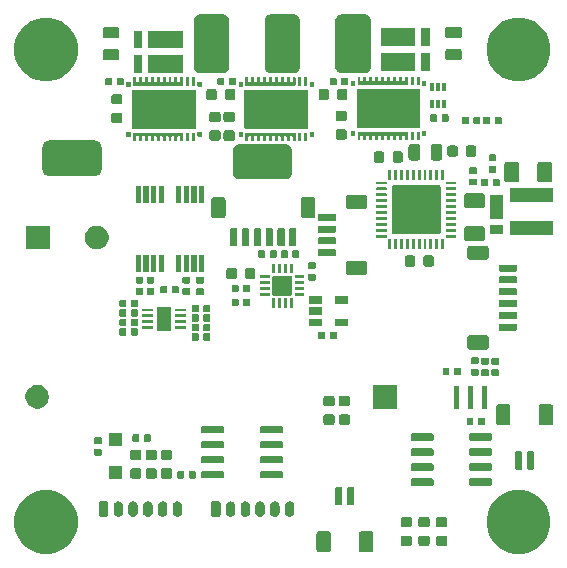
<source format=gbr>
G04 #@! TF.GenerationSoftware,KiCad,Pcbnew,(5.1.5)-2*
G04 #@! TF.CreationDate,2020-02-05T02:18:03-08:00*
G04 #@! TF.ProjectId,Motor_Gen2,4d6f746f-725f-4476-956e-322e6b696361,rev?*
G04 #@! TF.SameCoordinates,Original*
G04 #@! TF.FileFunction,Soldermask,Top*
G04 #@! TF.FilePolarity,Negative*
%FSLAX46Y46*%
G04 Gerber Fmt 4.6, Leading zero omitted, Abs format (unit mm)*
G04 Created by KiCad (PCBNEW (5.1.5)-2) date 2020-02-05 02:18:03*
%MOMM*%
%LPD*%
G04 APERTURE LIST*
%ADD10C,0.100000*%
G04 APERTURE END LIST*
D10*
G36*
X120787561Y-117403760D02*
G01*
X121278930Y-117607290D01*
X121545682Y-117785529D01*
X121721150Y-117902773D01*
X122097227Y-118278850D01*
X122137342Y-118338886D01*
X122392710Y-118721070D01*
X122596240Y-119212439D01*
X122700000Y-119734073D01*
X122700000Y-120265927D01*
X122596240Y-120787561D01*
X122392710Y-121278930D01*
X122212543Y-121548567D01*
X122131054Y-121670525D01*
X122097226Y-121721151D01*
X121721151Y-122097226D01*
X121278930Y-122392710D01*
X120787561Y-122596240D01*
X120265927Y-122700000D01*
X119734073Y-122700000D01*
X119212439Y-122596240D01*
X118721070Y-122392710D01*
X118278849Y-122097226D01*
X117902774Y-121721151D01*
X117868947Y-121670525D01*
X117787457Y-121548567D01*
X117607290Y-121278930D01*
X117403760Y-120787561D01*
X117300000Y-120265927D01*
X117300000Y-119734073D01*
X117403760Y-119212439D01*
X117607290Y-118721070D01*
X117862658Y-118338886D01*
X117902773Y-118278850D01*
X118278850Y-117902773D01*
X118454318Y-117785529D01*
X118721070Y-117607290D01*
X119212439Y-117403760D01*
X119734073Y-117300000D01*
X120265927Y-117300000D01*
X120787561Y-117403760D01*
G37*
G36*
X80787561Y-117403760D02*
G01*
X81278930Y-117607290D01*
X81545682Y-117785529D01*
X81721150Y-117902773D01*
X82097227Y-118278850D01*
X82137342Y-118338886D01*
X82392710Y-118721070D01*
X82596240Y-119212439D01*
X82700000Y-119734073D01*
X82700000Y-120265927D01*
X82596240Y-120787561D01*
X82392710Y-121278930D01*
X82212543Y-121548567D01*
X82131054Y-121670525D01*
X82097226Y-121721151D01*
X81721151Y-122097226D01*
X81278930Y-122392710D01*
X80787561Y-122596240D01*
X80265927Y-122700000D01*
X79734073Y-122700000D01*
X79212439Y-122596240D01*
X78721070Y-122392710D01*
X78278849Y-122097226D01*
X77902774Y-121721151D01*
X77868947Y-121670525D01*
X77787457Y-121548567D01*
X77607290Y-121278930D01*
X77403760Y-120787561D01*
X77300000Y-120265927D01*
X77300000Y-119734073D01*
X77403760Y-119212439D01*
X77607290Y-118721070D01*
X77862658Y-118338886D01*
X77902773Y-118278850D01*
X78278850Y-117902773D01*
X78454318Y-117785529D01*
X78721070Y-117607290D01*
X79212439Y-117403760D01*
X79734073Y-117300000D01*
X80265927Y-117300000D01*
X80787561Y-117403760D01*
G37*
G36*
X107522574Y-120779474D02*
G01*
X107563873Y-120792002D01*
X107601923Y-120812341D01*
X107635283Y-120839717D01*
X107662659Y-120873077D01*
X107682998Y-120911127D01*
X107695526Y-120952426D01*
X107700000Y-120997857D01*
X107700000Y-122352143D01*
X107695526Y-122397574D01*
X107682998Y-122438873D01*
X107662659Y-122476923D01*
X107635283Y-122510283D01*
X107601923Y-122537659D01*
X107563873Y-122557998D01*
X107522574Y-122570526D01*
X107477143Y-122575000D01*
X106722857Y-122575000D01*
X106677426Y-122570526D01*
X106636127Y-122557998D01*
X106598077Y-122537659D01*
X106564717Y-122510283D01*
X106537341Y-122476923D01*
X106517002Y-122438873D01*
X106504474Y-122397574D01*
X106500000Y-122352143D01*
X106500000Y-120997857D01*
X106504474Y-120952426D01*
X106517002Y-120911127D01*
X106537341Y-120873077D01*
X106564717Y-120839717D01*
X106598077Y-120812341D01*
X106636127Y-120792002D01*
X106677426Y-120779474D01*
X106722857Y-120775000D01*
X107477143Y-120775000D01*
X107522574Y-120779474D01*
G37*
G36*
X103922574Y-120779474D02*
G01*
X103963873Y-120792002D01*
X104001923Y-120812341D01*
X104035283Y-120839717D01*
X104062659Y-120873077D01*
X104082998Y-120911127D01*
X104095526Y-120952426D01*
X104100000Y-120997857D01*
X104100000Y-122352143D01*
X104095526Y-122397574D01*
X104082998Y-122438873D01*
X104062659Y-122476923D01*
X104035283Y-122510283D01*
X104001923Y-122537659D01*
X103963873Y-122557998D01*
X103922574Y-122570526D01*
X103877143Y-122575000D01*
X103122857Y-122575000D01*
X103077426Y-122570526D01*
X103036127Y-122557998D01*
X102998077Y-122537659D01*
X102964717Y-122510283D01*
X102937341Y-122476923D01*
X102917002Y-122438873D01*
X102904474Y-122397574D01*
X102900000Y-122352143D01*
X102900000Y-120997857D01*
X102904474Y-120952426D01*
X102917002Y-120911127D01*
X102937341Y-120873077D01*
X102964717Y-120839717D01*
X102998077Y-120812341D01*
X103036127Y-120792002D01*
X103077426Y-120779474D01*
X103122857Y-120775000D01*
X103877143Y-120775000D01*
X103922574Y-120779474D01*
G37*
G36*
X110820922Y-121153956D02*
G01*
X110857144Y-121164944D01*
X110890534Y-121182791D01*
X110919795Y-121206805D01*
X110943809Y-121236066D01*
X110961656Y-121269456D01*
X110972644Y-121305678D01*
X110976600Y-121345841D01*
X110976600Y-121829159D01*
X110972644Y-121869322D01*
X110961656Y-121905544D01*
X110943809Y-121938934D01*
X110919795Y-121968195D01*
X110890534Y-121992209D01*
X110857144Y-122010056D01*
X110820922Y-122021044D01*
X110780759Y-122025000D01*
X110222441Y-122025000D01*
X110182278Y-122021044D01*
X110146056Y-122010056D01*
X110112666Y-121992209D01*
X110083405Y-121968195D01*
X110059391Y-121938934D01*
X110041544Y-121905544D01*
X110030556Y-121869322D01*
X110026600Y-121829159D01*
X110026600Y-121345841D01*
X110030556Y-121305678D01*
X110041544Y-121269456D01*
X110059391Y-121236066D01*
X110083405Y-121206805D01*
X110112666Y-121182791D01*
X110146056Y-121164944D01*
X110182278Y-121153956D01*
X110222441Y-121150000D01*
X110780759Y-121150000D01*
X110820922Y-121153956D01*
G37*
G36*
X112320922Y-121153956D02*
G01*
X112357144Y-121164944D01*
X112390534Y-121182791D01*
X112419795Y-121206805D01*
X112443809Y-121236066D01*
X112461656Y-121269456D01*
X112472644Y-121305678D01*
X112476600Y-121345841D01*
X112476600Y-121829159D01*
X112472644Y-121869322D01*
X112461656Y-121905544D01*
X112443809Y-121938934D01*
X112419795Y-121968195D01*
X112390534Y-121992209D01*
X112357144Y-122010056D01*
X112320922Y-122021044D01*
X112280759Y-122025000D01*
X111722441Y-122025000D01*
X111682278Y-122021044D01*
X111646056Y-122010056D01*
X111612666Y-121992209D01*
X111583405Y-121968195D01*
X111559391Y-121938934D01*
X111541544Y-121905544D01*
X111530556Y-121869322D01*
X111526600Y-121829159D01*
X111526600Y-121345841D01*
X111530556Y-121305678D01*
X111541544Y-121269456D01*
X111559391Y-121236066D01*
X111583405Y-121206805D01*
X111612666Y-121182791D01*
X111646056Y-121164944D01*
X111682278Y-121153956D01*
X111722441Y-121150000D01*
X112280759Y-121150000D01*
X112320922Y-121153956D01*
G37*
G36*
X113820922Y-121153956D02*
G01*
X113857144Y-121164944D01*
X113890534Y-121182791D01*
X113919795Y-121206805D01*
X113943809Y-121236066D01*
X113961656Y-121269456D01*
X113972644Y-121305678D01*
X113976600Y-121345841D01*
X113976600Y-121829159D01*
X113972644Y-121869322D01*
X113961656Y-121905544D01*
X113943809Y-121938934D01*
X113919795Y-121968195D01*
X113890534Y-121992209D01*
X113857144Y-122010056D01*
X113820922Y-122021044D01*
X113780759Y-122025000D01*
X113222441Y-122025000D01*
X113182278Y-122021044D01*
X113146056Y-122010056D01*
X113112666Y-121992209D01*
X113083405Y-121968195D01*
X113059391Y-121938934D01*
X113041544Y-121905544D01*
X113030556Y-121869322D01*
X113026600Y-121829159D01*
X113026600Y-121345841D01*
X113030556Y-121305678D01*
X113041544Y-121269456D01*
X113059391Y-121236066D01*
X113083405Y-121206805D01*
X113112666Y-121182791D01*
X113146056Y-121164944D01*
X113182278Y-121153956D01*
X113222441Y-121150000D01*
X113780759Y-121150000D01*
X113820922Y-121153956D01*
G37*
G36*
X110820922Y-119578956D02*
G01*
X110857144Y-119589944D01*
X110890534Y-119607791D01*
X110919795Y-119631805D01*
X110943809Y-119661066D01*
X110961656Y-119694456D01*
X110972644Y-119730678D01*
X110976600Y-119770841D01*
X110976600Y-120254159D01*
X110972644Y-120294322D01*
X110961656Y-120330544D01*
X110943809Y-120363934D01*
X110919795Y-120393195D01*
X110890534Y-120417209D01*
X110857144Y-120435056D01*
X110820922Y-120446044D01*
X110780759Y-120450000D01*
X110222441Y-120450000D01*
X110182278Y-120446044D01*
X110146056Y-120435056D01*
X110112666Y-120417209D01*
X110083405Y-120393195D01*
X110059391Y-120363934D01*
X110041544Y-120330544D01*
X110030556Y-120294322D01*
X110026600Y-120254159D01*
X110026600Y-119770841D01*
X110030556Y-119730678D01*
X110041544Y-119694456D01*
X110059391Y-119661066D01*
X110083405Y-119631805D01*
X110112666Y-119607791D01*
X110146056Y-119589944D01*
X110182278Y-119578956D01*
X110222441Y-119575000D01*
X110780759Y-119575000D01*
X110820922Y-119578956D01*
G37*
G36*
X112320922Y-119578956D02*
G01*
X112357144Y-119589944D01*
X112390534Y-119607791D01*
X112419795Y-119631805D01*
X112443809Y-119661066D01*
X112461656Y-119694456D01*
X112472644Y-119730678D01*
X112476600Y-119770841D01*
X112476600Y-120254159D01*
X112472644Y-120294322D01*
X112461656Y-120330544D01*
X112443809Y-120363934D01*
X112419795Y-120393195D01*
X112390534Y-120417209D01*
X112357144Y-120435056D01*
X112320922Y-120446044D01*
X112280759Y-120450000D01*
X111722441Y-120450000D01*
X111682278Y-120446044D01*
X111646056Y-120435056D01*
X111612666Y-120417209D01*
X111583405Y-120393195D01*
X111559391Y-120363934D01*
X111541544Y-120330544D01*
X111530556Y-120294322D01*
X111526600Y-120254159D01*
X111526600Y-119770841D01*
X111530556Y-119730678D01*
X111541544Y-119694456D01*
X111559391Y-119661066D01*
X111583405Y-119631805D01*
X111612666Y-119607791D01*
X111646056Y-119589944D01*
X111682278Y-119578956D01*
X111722441Y-119575000D01*
X112280759Y-119575000D01*
X112320922Y-119578956D01*
G37*
G36*
X113820922Y-119578956D02*
G01*
X113857144Y-119589944D01*
X113890534Y-119607791D01*
X113919795Y-119631805D01*
X113943809Y-119661066D01*
X113961656Y-119694456D01*
X113972644Y-119730678D01*
X113976600Y-119770841D01*
X113976600Y-120254159D01*
X113972644Y-120294322D01*
X113961656Y-120330544D01*
X113943809Y-120363934D01*
X113919795Y-120393195D01*
X113890534Y-120417209D01*
X113857144Y-120435056D01*
X113820922Y-120446044D01*
X113780759Y-120450000D01*
X113222441Y-120450000D01*
X113182278Y-120446044D01*
X113146056Y-120435056D01*
X113112666Y-120417209D01*
X113083405Y-120393195D01*
X113059391Y-120363934D01*
X113041544Y-120330544D01*
X113030556Y-120294322D01*
X113026600Y-120254159D01*
X113026600Y-119770841D01*
X113030556Y-119730678D01*
X113041544Y-119694456D01*
X113059391Y-119661066D01*
X113083405Y-119631805D01*
X113112666Y-119607791D01*
X113146056Y-119589944D01*
X113182278Y-119578956D01*
X113222441Y-119575000D01*
X113780759Y-119575000D01*
X113820922Y-119578956D01*
G37*
G36*
X89953409Y-118255787D02*
G01*
X89953412Y-118255788D01*
X89953413Y-118255788D01*
X90028813Y-118278660D01*
X90098302Y-118315803D01*
X90098305Y-118315805D01*
X90098306Y-118315806D01*
X90126430Y-118338886D01*
X90159211Y-118365789D01*
X90209197Y-118426697D01*
X90246340Y-118496186D01*
X90262579Y-118549720D01*
X90269213Y-118571590D01*
X90275000Y-118630348D01*
X90275000Y-119169652D01*
X90269213Y-119228410D01*
X90269212Y-119228413D01*
X90269212Y-119228414D01*
X90246340Y-119303814D01*
X90209197Y-119373303D01*
X90159211Y-119434211D01*
X90098303Y-119484197D01*
X90028814Y-119521340D01*
X89953414Y-119544212D01*
X89953413Y-119544212D01*
X89953410Y-119544213D01*
X89875000Y-119551936D01*
X89796591Y-119544213D01*
X89796588Y-119544212D01*
X89796587Y-119544212D01*
X89721187Y-119521340D01*
X89651698Y-119484197D01*
X89590790Y-119434211D01*
X89540804Y-119373303D01*
X89503661Y-119303814D01*
X89480789Y-119228414D01*
X89480789Y-119228413D01*
X89480788Y-119228410D01*
X89475001Y-119169652D01*
X89475000Y-118630348D01*
X89480787Y-118571591D01*
X89480788Y-118571587D01*
X89503660Y-118496187D01*
X89540803Y-118426698D01*
X89542196Y-118425000D01*
X89590787Y-118365791D01*
X89590792Y-118365787D01*
X89651697Y-118315803D01*
X89721186Y-118278660D01*
X89796586Y-118255788D01*
X89796587Y-118255788D01*
X89796590Y-118255787D01*
X89875000Y-118248064D01*
X89953409Y-118255787D01*
G37*
G36*
X100703409Y-118255787D02*
G01*
X100703412Y-118255788D01*
X100703413Y-118255788D01*
X100778813Y-118278660D01*
X100848302Y-118315803D01*
X100848305Y-118315805D01*
X100848306Y-118315806D01*
X100876430Y-118338886D01*
X100909211Y-118365789D01*
X100959197Y-118426697D01*
X100996340Y-118496186D01*
X101012579Y-118549720D01*
X101019213Y-118571590D01*
X101025000Y-118630348D01*
X101025000Y-119169652D01*
X101019213Y-119228410D01*
X101019212Y-119228413D01*
X101019212Y-119228414D01*
X100996340Y-119303814D01*
X100959197Y-119373303D01*
X100909211Y-119434211D01*
X100848303Y-119484197D01*
X100778814Y-119521340D01*
X100703414Y-119544212D01*
X100703413Y-119544212D01*
X100703410Y-119544213D01*
X100625000Y-119551936D01*
X100546591Y-119544213D01*
X100546588Y-119544212D01*
X100546587Y-119544212D01*
X100471187Y-119521340D01*
X100401698Y-119484197D01*
X100340790Y-119434211D01*
X100290804Y-119373303D01*
X100253661Y-119303814D01*
X100230789Y-119228414D01*
X100230789Y-119228413D01*
X100230788Y-119228410D01*
X100225001Y-119169652D01*
X100225000Y-118630348D01*
X100230787Y-118571591D01*
X100230788Y-118571587D01*
X100253660Y-118496187D01*
X100290803Y-118426698D01*
X100292196Y-118425000D01*
X100340787Y-118365791D01*
X100340792Y-118365787D01*
X100401697Y-118315803D01*
X100471186Y-118278660D01*
X100546586Y-118255788D01*
X100546587Y-118255788D01*
X100546590Y-118255787D01*
X100625000Y-118248064D01*
X100703409Y-118255787D01*
G37*
G36*
X96953409Y-118255787D02*
G01*
X96953412Y-118255788D01*
X96953413Y-118255788D01*
X97028813Y-118278660D01*
X97098302Y-118315803D01*
X97098305Y-118315805D01*
X97098306Y-118315806D01*
X97126430Y-118338886D01*
X97159211Y-118365789D01*
X97209197Y-118426697D01*
X97246340Y-118496186D01*
X97262579Y-118549720D01*
X97269213Y-118571590D01*
X97275000Y-118630348D01*
X97275000Y-119169652D01*
X97269213Y-119228410D01*
X97269212Y-119228413D01*
X97269212Y-119228414D01*
X97246340Y-119303814D01*
X97209197Y-119373303D01*
X97159211Y-119434211D01*
X97098303Y-119484197D01*
X97028814Y-119521340D01*
X96953414Y-119544212D01*
X96953413Y-119544212D01*
X96953410Y-119544213D01*
X96875000Y-119551936D01*
X96796591Y-119544213D01*
X96796588Y-119544212D01*
X96796587Y-119544212D01*
X96721187Y-119521340D01*
X96651698Y-119484197D01*
X96590790Y-119434211D01*
X96540804Y-119373303D01*
X96503661Y-119303814D01*
X96480789Y-119228414D01*
X96480789Y-119228413D01*
X96480788Y-119228410D01*
X96475001Y-119169652D01*
X96475000Y-118630348D01*
X96480787Y-118571591D01*
X96480788Y-118571587D01*
X96503660Y-118496187D01*
X96540803Y-118426698D01*
X96542196Y-118425000D01*
X96590787Y-118365791D01*
X96590792Y-118365787D01*
X96651697Y-118315803D01*
X96721186Y-118278660D01*
X96796586Y-118255788D01*
X96796587Y-118255788D01*
X96796590Y-118255787D01*
X96875000Y-118248064D01*
X96953409Y-118255787D01*
G37*
G36*
X99453409Y-118255787D02*
G01*
X99453412Y-118255788D01*
X99453413Y-118255788D01*
X99528813Y-118278660D01*
X99598302Y-118315803D01*
X99598305Y-118315805D01*
X99598306Y-118315806D01*
X99626430Y-118338886D01*
X99659211Y-118365789D01*
X99709197Y-118426697D01*
X99746340Y-118496186D01*
X99762579Y-118549720D01*
X99769213Y-118571590D01*
X99775000Y-118630348D01*
X99775000Y-119169652D01*
X99769213Y-119228410D01*
X99769212Y-119228413D01*
X99769212Y-119228414D01*
X99746340Y-119303814D01*
X99709197Y-119373303D01*
X99659211Y-119434211D01*
X99598303Y-119484197D01*
X99528814Y-119521340D01*
X99453414Y-119544212D01*
X99453413Y-119544212D01*
X99453410Y-119544213D01*
X99375000Y-119551936D01*
X99296591Y-119544213D01*
X99296588Y-119544212D01*
X99296587Y-119544212D01*
X99221187Y-119521340D01*
X99151698Y-119484197D01*
X99090790Y-119434211D01*
X99040804Y-119373303D01*
X99003661Y-119303814D01*
X98980789Y-119228414D01*
X98980789Y-119228413D01*
X98980788Y-119228410D01*
X98975001Y-119169652D01*
X98975000Y-118630348D01*
X98980787Y-118571591D01*
X98980788Y-118571587D01*
X99003660Y-118496187D01*
X99040803Y-118426698D01*
X99042196Y-118425000D01*
X99090787Y-118365791D01*
X99090792Y-118365787D01*
X99151697Y-118315803D01*
X99221186Y-118278660D01*
X99296586Y-118255788D01*
X99296587Y-118255788D01*
X99296590Y-118255787D01*
X99375000Y-118248064D01*
X99453409Y-118255787D01*
G37*
G36*
X95703409Y-118255787D02*
G01*
X95703412Y-118255788D01*
X95703413Y-118255788D01*
X95778813Y-118278660D01*
X95848302Y-118315803D01*
X95848305Y-118315805D01*
X95848306Y-118315806D01*
X95876430Y-118338886D01*
X95909211Y-118365789D01*
X95959197Y-118426697D01*
X95996340Y-118496186D01*
X96012579Y-118549720D01*
X96019213Y-118571590D01*
X96025000Y-118630348D01*
X96025000Y-119169652D01*
X96019213Y-119228410D01*
X96019212Y-119228413D01*
X96019212Y-119228414D01*
X95996340Y-119303814D01*
X95959197Y-119373303D01*
X95909211Y-119434211D01*
X95848303Y-119484197D01*
X95778814Y-119521340D01*
X95703414Y-119544212D01*
X95703413Y-119544212D01*
X95703410Y-119544213D01*
X95625000Y-119551936D01*
X95546591Y-119544213D01*
X95546588Y-119544212D01*
X95546587Y-119544212D01*
X95471187Y-119521340D01*
X95401698Y-119484197D01*
X95340790Y-119434211D01*
X95290804Y-119373303D01*
X95253661Y-119303814D01*
X95230789Y-119228414D01*
X95230789Y-119228413D01*
X95230788Y-119228410D01*
X95225001Y-119169652D01*
X95225000Y-118630348D01*
X95230787Y-118571591D01*
X95230788Y-118571587D01*
X95253660Y-118496187D01*
X95290803Y-118426698D01*
X95292196Y-118425000D01*
X95340787Y-118365791D01*
X95340792Y-118365787D01*
X95401697Y-118315803D01*
X95471186Y-118278660D01*
X95546586Y-118255788D01*
X95546587Y-118255788D01*
X95546590Y-118255787D01*
X95625000Y-118248064D01*
X95703409Y-118255787D01*
G37*
G36*
X86203409Y-118255787D02*
G01*
X86203412Y-118255788D01*
X86203413Y-118255788D01*
X86278813Y-118278660D01*
X86348302Y-118315803D01*
X86348305Y-118315805D01*
X86348306Y-118315806D01*
X86376430Y-118338886D01*
X86409211Y-118365789D01*
X86459197Y-118426697D01*
X86496340Y-118496186D01*
X86512579Y-118549720D01*
X86519213Y-118571590D01*
X86525000Y-118630348D01*
X86525000Y-119169652D01*
X86519213Y-119228410D01*
X86519212Y-119228413D01*
X86519212Y-119228414D01*
X86496340Y-119303814D01*
X86459197Y-119373303D01*
X86409211Y-119434211D01*
X86348303Y-119484197D01*
X86278814Y-119521340D01*
X86203414Y-119544212D01*
X86203413Y-119544212D01*
X86203410Y-119544213D01*
X86125000Y-119551936D01*
X86046591Y-119544213D01*
X86046588Y-119544212D01*
X86046587Y-119544212D01*
X85971187Y-119521340D01*
X85901698Y-119484197D01*
X85840790Y-119434211D01*
X85790804Y-119373303D01*
X85753661Y-119303814D01*
X85730789Y-119228414D01*
X85730789Y-119228413D01*
X85730788Y-119228410D01*
X85725001Y-119169652D01*
X85725000Y-118630348D01*
X85730787Y-118571591D01*
X85730788Y-118571587D01*
X85753660Y-118496187D01*
X85790803Y-118426698D01*
X85792196Y-118425000D01*
X85840787Y-118365791D01*
X85840792Y-118365787D01*
X85901697Y-118315803D01*
X85971186Y-118278660D01*
X86046586Y-118255788D01*
X86046587Y-118255788D01*
X86046590Y-118255787D01*
X86125000Y-118248064D01*
X86203409Y-118255787D01*
G37*
G36*
X91203409Y-118255787D02*
G01*
X91203412Y-118255788D01*
X91203413Y-118255788D01*
X91278813Y-118278660D01*
X91348302Y-118315803D01*
X91348305Y-118315805D01*
X91348306Y-118315806D01*
X91376430Y-118338886D01*
X91409211Y-118365789D01*
X91459197Y-118426697D01*
X91496340Y-118496186D01*
X91512579Y-118549720D01*
X91519213Y-118571590D01*
X91525000Y-118630348D01*
X91525000Y-119169652D01*
X91519213Y-119228410D01*
X91519212Y-119228413D01*
X91519212Y-119228414D01*
X91496340Y-119303814D01*
X91459197Y-119373303D01*
X91409211Y-119434211D01*
X91348303Y-119484197D01*
X91278814Y-119521340D01*
X91203414Y-119544212D01*
X91203413Y-119544212D01*
X91203410Y-119544213D01*
X91125000Y-119551936D01*
X91046591Y-119544213D01*
X91046588Y-119544212D01*
X91046587Y-119544212D01*
X90971187Y-119521340D01*
X90901698Y-119484197D01*
X90840790Y-119434211D01*
X90790804Y-119373303D01*
X90753661Y-119303814D01*
X90730789Y-119228414D01*
X90730789Y-119228413D01*
X90730788Y-119228410D01*
X90725001Y-119169652D01*
X90725000Y-118630348D01*
X90730787Y-118571591D01*
X90730788Y-118571587D01*
X90753660Y-118496187D01*
X90790803Y-118426698D01*
X90792196Y-118425000D01*
X90840787Y-118365791D01*
X90840792Y-118365787D01*
X90901697Y-118315803D01*
X90971186Y-118278660D01*
X91046586Y-118255788D01*
X91046587Y-118255788D01*
X91046590Y-118255787D01*
X91125000Y-118248064D01*
X91203409Y-118255787D01*
G37*
G36*
X98203409Y-118255787D02*
G01*
X98203412Y-118255788D01*
X98203413Y-118255788D01*
X98278813Y-118278660D01*
X98348302Y-118315803D01*
X98348305Y-118315805D01*
X98348306Y-118315806D01*
X98376430Y-118338886D01*
X98409211Y-118365789D01*
X98459197Y-118426697D01*
X98496340Y-118496186D01*
X98512579Y-118549720D01*
X98519213Y-118571590D01*
X98525000Y-118630348D01*
X98525000Y-119169652D01*
X98519213Y-119228410D01*
X98519212Y-119228413D01*
X98519212Y-119228414D01*
X98496340Y-119303814D01*
X98459197Y-119373303D01*
X98409211Y-119434211D01*
X98348303Y-119484197D01*
X98278814Y-119521340D01*
X98203414Y-119544212D01*
X98203413Y-119544212D01*
X98203410Y-119544213D01*
X98125000Y-119551936D01*
X98046591Y-119544213D01*
X98046588Y-119544212D01*
X98046587Y-119544212D01*
X97971187Y-119521340D01*
X97901698Y-119484197D01*
X97840790Y-119434211D01*
X97790804Y-119373303D01*
X97753661Y-119303814D01*
X97730789Y-119228414D01*
X97730789Y-119228413D01*
X97730788Y-119228410D01*
X97725001Y-119169652D01*
X97725000Y-118630348D01*
X97730787Y-118571591D01*
X97730788Y-118571587D01*
X97753660Y-118496187D01*
X97790803Y-118426698D01*
X97792196Y-118425000D01*
X97840787Y-118365791D01*
X97840792Y-118365787D01*
X97901697Y-118315803D01*
X97971186Y-118278660D01*
X98046586Y-118255788D01*
X98046587Y-118255788D01*
X98046590Y-118255787D01*
X98125000Y-118248064D01*
X98203409Y-118255787D01*
G37*
G36*
X87453409Y-118255787D02*
G01*
X87453412Y-118255788D01*
X87453413Y-118255788D01*
X87528813Y-118278660D01*
X87598302Y-118315803D01*
X87598305Y-118315805D01*
X87598306Y-118315806D01*
X87626430Y-118338886D01*
X87659211Y-118365789D01*
X87709197Y-118426697D01*
X87746340Y-118496186D01*
X87762579Y-118549720D01*
X87769213Y-118571590D01*
X87775000Y-118630348D01*
X87775000Y-119169652D01*
X87769213Y-119228410D01*
X87769212Y-119228413D01*
X87769212Y-119228414D01*
X87746340Y-119303814D01*
X87709197Y-119373303D01*
X87659211Y-119434211D01*
X87598303Y-119484197D01*
X87528814Y-119521340D01*
X87453414Y-119544212D01*
X87453413Y-119544212D01*
X87453410Y-119544213D01*
X87375000Y-119551936D01*
X87296591Y-119544213D01*
X87296588Y-119544212D01*
X87296587Y-119544212D01*
X87221187Y-119521340D01*
X87151698Y-119484197D01*
X87090790Y-119434211D01*
X87040804Y-119373303D01*
X87003661Y-119303814D01*
X86980789Y-119228414D01*
X86980789Y-119228413D01*
X86980788Y-119228410D01*
X86975001Y-119169652D01*
X86975000Y-118630348D01*
X86980787Y-118571591D01*
X86980788Y-118571587D01*
X87003660Y-118496187D01*
X87040803Y-118426698D01*
X87042196Y-118425000D01*
X87090787Y-118365791D01*
X87090792Y-118365787D01*
X87151697Y-118315803D01*
X87221186Y-118278660D01*
X87296586Y-118255788D01*
X87296587Y-118255788D01*
X87296590Y-118255787D01*
X87375000Y-118248064D01*
X87453409Y-118255787D01*
G37*
G36*
X88703409Y-118255787D02*
G01*
X88703412Y-118255788D01*
X88703413Y-118255788D01*
X88778813Y-118278660D01*
X88848302Y-118315803D01*
X88848305Y-118315805D01*
X88848306Y-118315806D01*
X88876430Y-118338886D01*
X88909211Y-118365789D01*
X88959197Y-118426697D01*
X88996340Y-118496186D01*
X89012579Y-118549720D01*
X89019213Y-118571590D01*
X89025000Y-118630348D01*
X89025000Y-119169652D01*
X89019213Y-119228410D01*
X89019212Y-119228413D01*
X89019212Y-119228414D01*
X88996340Y-119303814D01*
X88959197Y-119373303D01*
X88909211Y-119434211D01*
X88848303Y-119484197D01*
X88778814Y-119521340D01*
X88703414Y-119544212D01*
X88703413Y-119544212D01*
X88703410Y-119544213D01*
X88625000Y-119551936D01*
X88546591Y-119544213D01*
X88546588Y-119544212D01*
X88546587Y-119544212D01*
X88471187Y-119521340D01*
X88401698Y-119484197D01*
X88340790Y-119434211D01*
X88290804Y-119373303D01*
X88253661Y-119303814D01*
X88230789Y-119228414D01*
X88230789Y-119228413D01*
X88230788Y-119228410D01*
X88225001Y-119169652D01*
X88225000Y-118630348D01*
X88230787Y-118571591D01*
X88230788Y-118571587D01*
X88253660Y-118496187D01*
X88290803Y-118426698D01*
X88292196Y-118425000D01*
X88340787Y-118365791D01*
X88340792Y-118365787D01*
X88401697Y-118315803D01*
X88471186Y-118278660D01*
X88546586Y-118255788D01*
X88546587Y-118255788D01*
X88546590Y-118255787D01*
X88625000Y-118248064D01*
X88703409Y-118255787D01*
G37*
G36*
X94634411Y-118253595D02*
G01*
X94667125Y-118263519D01*
X94697266Y-118279630D01*
X94723687Y-118301313D01*
X94745370Y-118327734D01*
X94761481Y-118357875D01*
X94771405Y-118390589D01*
X94775000Y-118427091D01*
X94775000Y-119372909D01*
X94771405Y-119409411D01*
X94761481Y-119442125D01*
X94745370Y-119472266D01*
X94723687Y-119498687D01*
X94697266Y-119520370D01*
X94667125Y-119536481D01*
X94634411Y-119546405D01*
X94597909Y-119550000D01*
X94152091Y-119550000D01*
X94115589Y-119546405D01*
X94082875Y-119536481D01*
X94052734Y-119520370D01*
X94026313Y-119498687D01*
X94004630Y-119472266D01*
X93988519Y-119442125D01*
X93978595Y-119409411D01*
X93975000Y-119372909D01*
X93975000Y-118427091D01*
X93978595Y-118390589D01*
X93988519Y-118357875D01*
X94004630Y-118327734D01*
X94026313Y-118301313D01*
X94052734Y-118279630D01*
X94082875Y-118263519D01*
X94115589Y-118253595D01*
X94152091Y-118250000D01*
X94597909Y-118250000D01*
X94634411Y-118253595D01*
G37*
G36*
X85134411Y-118253595D02*
G01*
X85167125Y-118263519D01*
X85197266Y-118279630D01*
X85223687Y-118301313D01*
X85245370Y-118327734D01*
X85261481Y-118357875D01*
X85271405Y-118390589D01*
X85275000Y-118427091D01*
X85275000Y-119372909D01*
X85271405Y-119409411D01*
X85261481Y-119442125D01*
X85245370Y-119472266D01*
X85223687Y-119498687D01*
X85197266Y-119520370D01*
X85167125Y-119536481D01*
X85134411Y-119546405D01*
X85097909Y-119550000D01*
X84652091Y-119550000D01*
X84615589Y-119546405D01*
X84582875Y-119536481D01*
X84552734Y-119520370D01*
X84526313Y-119498687D01*
X84504630Y-119472266D01*
X84488519Y-119442125D01*
X84478595Y-119409411D01*
X84475000Y-119372909D01*
X84475000Y-118427091D01*
X84478595Y-118390589D01*
X84488519Y-118357875D01*
X84504630Y-118327734D01*
X84526313Y-118301313D01*
X84552734Y-118279630D01*
X84582875Y-118263519D01*
X84615589Y-118253595D01*
X84652091Y-118250000D01*
X85097909Y-118250000D01*
X85134411Y-118253595D01*
G37*
G36*
X105999657Y-117027634D02*
G01*
X106022991Y-117034713D01*
X106044484Y-117046201D01*
X106063332Y-117061668D01*
X106078799Y-117080516D01*
X106090287Y-117102009D01*
X106097366Y-117125343D01*
X106100000Y-117152091D01*
X106100000Y-118447909D01*
X106097366Y-118474657D01*
X106090287Y-118497991D01*
X106078799Y-118519484D01*
X106063332Y-118538332D01*
X106044484Y-118553799D01*
X106022991Y-118565287D01*
X105999657Y-118572366D01*
X105972909Y-118575000D01*
X105627091Y-118575000D01*
X105600343Y-118572366D01*
X105577009Y-118565287D01*
X105555516Y-118553799D01*
X105536668Y-118538332D01*
X105521201Y-118519484D01*
X105509713Y-118497991D01*
X105502634Y-118474657D01*
X105500000Y-118447909D01*
X105500000Y-117152091D01*
X105502634Y-117125343D01*
X105509713Y-117102009D01*
X105521201Y-117080516D01*
X105536668Y-117061668D01*
X105555516Y-117046201D01*
X105577009Y-117034713D01*
X105600343Y-117027634D01*
X105627091Y-117025000D01*
X105972909Y-117025000D01*
X105999657Y-117027634D01*
G37*
G36*
X104999657Y-117027634D02*
G01*
X105022991Y-117034713D01*
X105044484Y-117046201D01*
X105063332Y-117061668D01*
X105078799Y-117080516D01*
X105090287Y-117102009D01*
X105097366Y-117125343D01*
X105100000Y-117152091D01*
X105100000Y-118447909D01*
X105097366Y-118474657D01*
X105090287Y-118497991D01*
X105078799Y-118519484D01*
X105063332Y-118538332D01*
X105044484Y-118553799D01*
X105022991Y-118565287D01*
X104999657Y-118572366D01*
X104972909Y-118575000D01*
X104627091Y-118575000D01*
X104600343Y-118572366D01*
X104577009Y-118565287D01*
X104555516Y-118553799D01*
X104536668Y-118538332D01*
X104521201Y-118519484D01*
X104509713Y-118497991D01*
X104502634Y-118474657D01*
X104500000Y-118447909D01*
X104500000Y-117152091D01*
X104502634Y-117125343D01*
X104509713Y-117102009D01*
X104521201Y-117080516D01*
X104536668Y-117061668D01*
X104555516Y-117046201D01*
X104577009Y-117034713D01*
X104600343Y-117027634D01*
X104627091Y-117025000D01*
X104972909Y-117025000D01*
X104999657Y-117027634D01*
G37*
G36*
X112712657Y-116318634D02*
G01*
X112735991Y-116325713D01*
X112757484Y-116337201D01*
X112776332Y-116352668D01*
X112791799Y-116371516D01*
X112803287Y-116393009D01*
X112810366Y-116416343D01*
X112813000Y-116443091D01*
X112813000Y-116788909D01*
X112810366Y-116815657D01*
X112803287Y-116838991D01*
X112791799Y-116860484D01*
X112776332Y-116879332D01*
X112757484Y-116894799D01*
X112735991Y-116906287D01*
X112712657Y-116913366D01*
X112685909Y-116916000D01*
X110990091Y-116916000D01*
X110963343Y-116913366D01*
X110940009Y-116906287D01*
X110918516Y-116894799D01*
X110899668Y-116879332D01*
X110884201Y-116860484D01*
X110872713Y-116838991D01*
X110865634Y-116815657D01*
X110863000Y-116788909D01*
X110863000Y-116443091D01*
X110865634Y-116416343D01*
X110872713Y-116393009D01*
X110884201Y-116371516D01*
X110899668Y-116352668D01*
X110918516Y-116337201D01*
X110940009Y-116325713D01*
X110963343Y-116318634D01*
X110990091Y-116316000D01*
X112685909Y-116316000D01*
X112712657Y-116318634D01*
G37*
G36*
X117662657Y-116318634D02*
G01*
X117685991Y-116325713D01*
X117707484Y-116337201D01*
X117726332Y-116352668D01*
X117741799Y-116371516D01*
X117753287Y-116393009D01*
X117760366Y-116416343D01*
X117763000Y-116443091D01*
X117763000Y-116788909D01*
X117760366Y-116815657D01*
X117753287Y-116838991D01*
X117741799Y-116860484D01*
X117726332Y-116879332D01*
X117707484Y-116894799D01*
X117685991Y-116906287D01*
X117662657Y-116913366D01*
X117635909Y-116916000D01*
X115940091Y-116916000D01*
X115913343Y-116913366D01*
X115890009Y-116906287D01*
X115868516Y-116894799D01*
X115849668Y-116879332D01*
X115834201Y-116860484D01*
X115822713Y-116838991D01*
X115815634Y-116815657D01*
X115813000Y-116788909D01*
X115813000Y-116443091D01*
X115815634Y-116416343D01*
X115822713Y-116393009D01*
X115834201Y-116371516D01*
X115849668Y-116352668D01*
X115868516Y-116337201D01*
X115890009Y-116325713D01*
X115913343Y-116318634D01*
X115940091Y-116316000D01*
X117635909Y-116316000D01*
X117662657Y-116318634D01*
G37*
G36*
X86450000Y-116350000D02*
G01*
X85350000Y-116350000D01*
X85350000Y-115250000D01*
X86450000Y-115250000D01*
X86450000Y-116350000D01*
G37*
G36*
X87919322Y-115453956D02*
G01*
X87955544Y-115464944D01*
X87988934Y-115482791D01*
X88018195Y-115506805D01*
X88042209Y-115536066D01*
X88060056Y-115569456D01*
X88071044Y-115605678D01*
X88075000Y-115645841D01*
X88075000Y-116129159D01*
X88071044Y-116169322D01*
X88060056Y-116205544D01*
X88042209Y-116238934D01*
X88018195Y-116268195D01*
X87988934Y-116292209D01*
X87955544Y-116310056D01*
X87919322Y-116321044D01*
X87879159Y-116325000D01*
X87320841Y-116325000D01*
X87280678Y-116321044D01*
X87244456Y-116310056D01*
X87211066Y-116292209D01*
X87181805Y-116268195D01*
X87157791Y-116238934D01*
X87139944Y-116205544D01*
X87128956Y-116169322D01*
X87125000Y-116129159D01*
X87125000Y-115645841D01*
X87128956Y-115605678D01*
X87139944Y-115569456D01*
X87157791Y-115536066D01*
X87181805Y-115506805D01*
X87211066Y-115482791D01*
X87244456Y-115464944D01*
X87280678Y-115453956D01*
X87320841Y-115450000D01*
X87879159Y-115450000D01*
X87919322Y-115453956D01*
G37*
G36*
X89219322Y-115453956D02*
G01*
X89255544Y-115464944D01*
X89288934Y-115482791D01*
X89318195Y-115506805D01*
X89342209Y-115536066D01*
X89360056Y-115569456D01*
X89371044Y-115605678D01*
X89375000Y-115645841D01*
X89375000Y-116129159D01*
X89371044Y-116169322D01*
X89360056Y-116205544D01*
X89342209Y-116238934D01*
X89318195Y-116268195D01*
X89288934Y-116292209D01*
X89255544Y-116310056D01*
X89219322Y-116321044D01*
X89179159Y-116325000D01*
X88620841Y-116325000D01*
X88580678Y-116321044D01*
X88544456Y-116310056D01*
X88511066Y-116292209D01*
X88481805Y-116268195D01*
X88457791Y-116238934D01*
X88439944Y-116205544D01*
X88428956Y-116169322D01*
X88425000Y-116129159D01*
X88425000Y-115645841D01*
X88428956Y-115605678D01*
X88439944Y-115569456D01*
X88457791Y-115536066D01*
X88481805Y-115506805D01*
X88511066Y-115482791D01*
X88544456Y-115464944D01*
X88580678Y-115453956D01*
X88620841Y-115450000D01*
X89179159Y-115450000D01*
X89219322Y-115453956D01*
G37*
G36*
X90519322Y-115453956D02*
G01*
X90555544Y-115464944D01*
X90588934Y-115482791D01*
X90618195Y-115506805D01*
X90642209Y-115536066D01*
X90660056Y-115569456D01*
X90671044Y-115605678D01*
X90675000Y-115645841D01*
X90675000Y-116129159D01*
X90671044Y-116169322D01*
X90660056Y-116205544D01*
X90642209Y-116238934D01*
X90618195Y-116268195D01*
X90588934Y-116292209D01*
X90555544Y-116310056D01*
X90519322Y-116321044D01*
X90479159Y-116325000D01*
X89920841Y-116325000D01*
X89880678Y-116321044D01*
X89844456Y-116310056D01*
X89811066Y-116292209D01*
X89781805Y-116268195D01*
X89757791Y-116238934D01*
X89739944Y-116205544D01*
X89728956Y-116169322D01*
X89725000Y-116129159D01*
X89725000Y-115645841D01*
X89728956Y-115605678D01*
X89739944Y-115569456D01*
X89757791Y-115536066D01*
X89781805Y-115506805D01*
X89811066Y-115482791D01*
X89844456Y-115464944D01*
X89880678Y-115453956D01*
X89920841Y-115450000D01*
X90479159Y-115450000D01*
X90519322Y-115453956D01*
G37*
G36*
X92581669Y-115682586D02*
G01*
X92604535Y-115689523D01*
X92625596Y-115700780D01*
X92644064Y-115715936D01*
X92659220Y-115734404D01*
X92670477Y-115755465D01*
X92677414Y-115778331D01*
X92680000Y-115804591D01*
X92680000Y-116195409D01*
X92677414Y-116221669D01*
X92670477Y-116244535D01*
X92659220Y-116265596D01*
X92644064Y-116284064D01*
X92625596Y-116299220D01*
X92604535Y-116310477D01*
X92581669Y-116317414D01*
X92555409Y-116320000D01*
X92214591Y-116320000D01*
X92188331Y-116317414D01*
X92165465Y-116310477D01*
X92144404Y-116299220D01*
X92125936Y-116284064D01*
X92110780Y-116265596D01*
X92099523Y-116244535D01*
X92092586Y-116221669D01*
X92090000Y-116195409D01*
X92090000Y-115804591D01*
X92092586Y-115778331D01*
X92099523Y-115755465D01*
X92110780Y-115734404D01*
X92125936Y-115715936D01*
X92144404Y-115700780D01*
X92165465Y-115689523D01*
X92188331Y-115682586D01*
X92214591Y-115680000D01*
X92555409Y-115680000D01*
X92581669Y-115682586D01*
G37*
G36*
X91611669Y-115682586D02*
G01*
X91634535Y-115689523D01*
X91655596Y-115700780D01*
X91674064Y-115715936D01*
X91689220Y-115734404D01*
X91700477Y-115755465D01*
X91707414Y-115778331D01*
X91710000Y-115804591D01*
X91710000Y-116195409D01*
X91707414Y-116221669D01*
X91700477Y-116244535D01*
X91689220Y-116265596D01*
X91674064Y-116284064D01*
X91655596Y-116299220D01*
X91634535Y-116310477D01*
X91611669Y-116317414D01*
X91585409Y-116320000D01*
X91244591Y-116320000D01*
X91218331Y-116317414D01*
X91195465Y-116310477D01*
X91174404Y-116299220D01*
X91155936Y-116284064D01*
X91140780Y-116265596D01*
X91129523Y-116244535D01*
X91122586Y-116221669D01*
X91120000Y-116195409D01*
X91120000Y-115804591D01*
X91122586Y-115778331D01*
X91129523Y-115755465D01*
X91140780Y-115734404D01*
X91155936Y-115715936D01*
X91174404Y-115700780D01*
X91195465Y-115689523D01*
X91218331Y-115682586D01*
X91244591Y-115680000D01*
X91585409Y-115680000D01*
X91611669Y-115682586D01*
G37*
G36*
X99949657Y-115707634D02*
G01*
X99972991Y-115714713D01*
X99994484Y-115726201D01*
X100013332Y-115741668D01*
X100028799Y-115760516D01*
X100040287Y-115782009D01*
X100047366Y-115805343D01*
X100050000Y-115832091D01*
X100050000Y-116177909D01*
X100047366Y-116204657D01*
X100040287Y-116227991D01*
X100028799Y-116249484D01*
X100013332Y-116268332D01*
X99994484Y-116283799D01*
X99972991Y-116295287D01*
X99949657Y-116302366D01*
X99922909Y-116305000D01*
X98227091Y-116305000D01*
X98200343Y-116302366D01*
X98177009Y-116295287D01*
X98155516Y-116283799D01*
X98136668Y-116268332D01*
X98121201Y-116249484D01*
X98109713Y-116227991D01*
X98102634Y-116204657D01*
X98100000Y-116177909D01*
X98100000Y-115832091D01*
X98102634Y-115805343D01*
X98109713Y-115782009D01*
X98121201Y-115760516D01*
X98136668Y-115741668D01*
X98155516Y-115726201D01*
X98177009Y-115714713D01*
X98200343Y-115707634D01*
X98227091Y-115705000D01*
X99922909Y-115705000D01*
X99949657Y-115707634D01*
G37*
G36*
X94999657Y-115707634D02*
G01*
X95022991Y-115714713D01*
X95044484Y-115726201D01*
X95063332Y-115741668D01*
X95078799Y-115760516D01*
X95090287Y-115782009D01*
X95097366Y-115805343D01*
X95100000Y-115832091D01*
X95100000Y-116177909D01*
X95097366Y-116204657D01*
X95090287Y-116227991D01*
X95078799Y-116249484D01*
X95063332Y-116268332D01*
X95044484Y-116283799D01*
X95022991Y-116295287D01*
X94999657Y-116302366D01*
X94972909Y-116305000D01*
X93277091Y-116305000D01*
X93250343Y-116302366D01*
X93227009Y-116295287D01*
X93205516Y-116283799D01*
X93186668Y-116268332D01*
X93171201Y-116249484D01*
X93159713Y-116227991D01*
X93152634Y-116204657D01*
X93150000Y-116177909D01*
X93150000Y-115832091D01*
X93152634Y-115805343D01*
X93159713Y-115782009D01*
X93171201Y-115760516D01*
X93186668Y-115741668D01*
X93205516Y-115726201D01*
X93227009Y-115714713D01*
X93250343Y-115707634D01*
X93277091Y-115705000D01*
X94972909Y-115705000D01*
X94999657Y-115707634D01*
G37*
G36*
X117662657Y-115048634D02*
G01*
X117685991Y-115055713D01*
X117707484Y-115067201D01*
X117726332Y-115082668D01*
X117741799Y-115101516D01*
X117753287Y-115123009D01*
X117760366Y-115146343D01*
X117763000Y-115173091D01*
X117763000Y-115518909D01*
X117760366Y-115545657D01*
X117753287Y-115568991D01*
X117741799Y-115590484D01*
X117726332Y-115609332D01*
X117707484Y-115624799D01*
X117685991Y-115636287D01*
X117662657Y-115643366D01*
X117635909Y-115646000D01*
X115940091Y-115646000D01*
X115913343Y-115643366D01*
X115890009Y-115636287D01*
X115868516Y-115624799D01*
X115849668Y-115609332D01*
X115834201Y-115590484D01*
X115822713Y-115568991D01*
X115815634Y-115545657D01*
X115813000Y-115518909D01*
X115813000Y-115173091D01*
X115815634Y-115146343D01*
X115822713Y-115123009D01*
X115834201Y-115101516D01*
X115849668Y-115082668D01*
X115868516Y-115067201D01*
X115890009Y-115055713D01*
X115913343Y-115048634D01*
X115940091Y-115046000D01*
X117635909Y-115046000D01*
X117662657Y-115048634D01*
G37*
G36*
X112712657Y-115048634D02*
G01*
X112735991Y-115055713D01*
X112757484Y-115067201D01*
X112776332Y-115082668D01*
X112791799Y-115101516D01*
X112803287Y-115123009D01*
X112810366Y-115146343D01*
X112813000Y-115173091D01*
X112813000Y-115518909D01*
X112810366Y-115545657D01*
X112803287Y-115568991D01*
X112791799Y-115590484D01*
X112776332Y-115609332D01*
X112757484Y-115624799D01*
X112735991Y-115636287D01*
X112712657Y-115643366D01*
X112685909Y-115646000D01*
X110990091Y-115646000D01*
X110963343Y-115643366D01*
X110940009Y-115636287D01*
X110918516Y-115624799D01*
X110899668Y-115609332D01*
X110884201Y-115590484D01*
X110872713Y-115568991D01*
X110865634Y-115545657D01*
X110863000Y-115518909D01*
X110863000Y-115173091D01*
X110865634Y-115146343D01*
X110872713Y-115123009D01*
X110884201Y-115101516D01*
X110899668Y-115082668D01*
X110918516Y-115067201D01*
X110940009Y-115055713D01*
X110963343Y-115048634D01*
X110990091Y-115046000D01*
X112685909Y-115046000D01*
X112712657Y-115048634D01*
G37*
G36*
X121222657Y-114029034D02*
G01*
X121245991Y-114036113D01*
X121267484Y-114047601D01*
X121286332Y-114063068D01*
X121301799Y-114081916D01*
X121313287Y-114103409D01*
X121320366Y-114126743D01*
X121323000Y-114153491D01*
X121323000Y-115449309D01*
X121320366Y-115476057D01*
X121313287Y-115499391D01*
X121301799Y-115520884D01*
X121286332Y-115539732D01*
X121267484Y-115555199D01*
X121245991Y-115566687D01*
X121222657Y-115573766D01*
X121195909Y-115576400D01*
X120850091Y-115576400D01*
X120823343Y-115573766D01*
X120800009Y-115566687D01*
X120778516Y-115555199D01*
X120759668Y-115539732D01*
X120744201Y-115520884D01*
X120732713Y-115499391D01*
X120725634Y-115476057D01*
X120723000Y-115449309D01*
X120723000Y-114153491D01*
X120725634Y-114126743D01*
X120732713Y-114103409D01*
X120744201Y-114081916D01*
X120759668Y-114063068D01*
X120778516Y-114047601D01*
X120800009Y-114036113D01*
X120823343Y-114029034D01*
X120850091Y-114026400D01*
X121195909Y-114026400D01*
X121222657Y-114029034D01*
G37*
G36*
X120222657Y-114029034D02*
G01*
X120245991Y-114036113D01*
X120267484Y-114047601D01*
X120286332Y-114063068D01*
X120301799Y-114081916D01*
X120313287Y-114103409D01*
X120320366Y-114126743D01*
X120323000Y-114153491D01*
X120323000Y-115449309D01*
X120320366Y-115476057D01*
X120313287Y-115499391D01*
X120301799Y-115520884D01*
X120286332Y-115539732D01*
X120267484Y-115555199D01*
X120245991Y-115566687D01*
X120222657Y-115573766D01*
X120195909Y-115576400D01*
X119850091Y-115576400D01*
X119823343Y-115573766D01*
X119800009Y-115566687D01*
X119778516Y-115555199D01*
X119759668Y-115539732D01*
X119744201Y-115520884D01*
X119732713Y-115499391D01*
X119725634Y-115476057D01*
X119723000Y-115449309D01*
X119723000Y-114153491D01*
X119725634Y-114126743D01*
X119732713Y-114103409D01*
X119744201Y-114081916D01*
X119759668Y-114063068D01*
X119778516Y-114047601D01*
X119800009Y-114036113D01*
X119823343Y-114029034D01*
X119850091Y-114026400D01*
X120195909Y-114026400D01*
X120222657Y-114029034D01*
G37*
G36*
X94999657Y-114437634D02*
G01*
X95022991Y-114444713D01*
X95044484Y-114456201D01*
X95063332Y-114471668D01*
X95078799Y-114490516D01*
X95090287Y-114512009D01*
X95097366Y-114535343D01*
X95100000Y-114562091D01*
X95100000Y-114907909D01*
X95097366Y-114934657D01*
X95090287Y-114957991D01*
X95078799Y-114979484D01*
X95063332Y-114998332D01*
X95044484Y-115013799D01*
X95022991Y-115025287D01*
X94999657Y-115032366D01*
X94972909Y-115035000D01*
X93277091Y-115035000D01*
X93250343Y-115032366D01*
X93227009Y-115025287D01*
X93205516Y-115013799D01*
X93186668Y-114998332D01*
X93171201Y-114979484D01*
X93159713Y-114957991D01*
X93152634Y-114934657D01*
X93150000Y-114907909D01*
X93150000Y-114562091D01*
X93152634Y-114535343D01*
X93159713Y-114512009D01*
X93171201Y-114490516D01*
X93186668Y-114471668D01*
X93205516Y-114456201D01*
X93227009Y-114444713D01*
X93250343Y-114437634D01*
X93277091Y-114435000D01*
X94972909Y-114435000D01*
X94999657Y-114437634D01*
G37*
G36*
X99949657Y-114437634D02*
G01*
X99972991Y-114444713D01*
X99994484Y-114456201D01*
X100013332Y-114471668D01*
X100028799Y-114490516D01*
X100040287Y-114512009D01*
X100047366Y-114535343D01*
X100050000Y-114562091D01*
X100050000Y-114907909D01*
X100047366Y-114934657D01*
X100040287Y-114957991D01*
X100028799Y-114979484D01*
X100013332Y-114998332D01*
X99994484Y-115013799D01*
X99972991Y-115025287D01*
X99949657Y-115032366D01*
X99922909Y-115035000D01*
X98227091Y-115035000D01*
X98200343Y-115032366D01*
X98177009Y-115025287D01*
X98155516Y-115013799D01*
X98136668Y-114998332D01*
X98121201Y-114979484D01*
X98109713Y-114957991D01*
X98102634Y-114934657D01*
X98100000Y-114907909D01*
X98100000Y-114562091D01*
X98102634Y-114535343D01*
X98109713Y-114512009D01*
X98121201Y-114490516D01*
X98136668Y-114471668D01*
X98155516Y-114456201D01*
X98177009Y-114444713D01*
X98200343Y-114437634D01*
X98227091Y-114435000D01*
X99922909Y-114435000D01*
X99949657Y-114437634D01*
G37*
G36*
X89219322Y-113878956D02*
G01*
X89255544Y-113889944D01*
X89288934Y-113907791D01*
X89318195Y-113931805D01*
X89342209Y-113961066D01*
X89360056Y-113994456D01*
X89371044Y-114030678D01*
X89375000Y-114070841D01*
X89375000Y-114554159D01*
X89371044Y-114594322D01*
X89360056Y-114630544D01*
X89342209Y-114663934D01*
X89318195Y-114693195D01*
X89288934Y-114717209D01*
X89255544Y-114735056D01*
X89219322Y-114746044D01*
X89179159Y-114750000D01*
X88620841Y-114750000D01*
X88580678Y-114746044D01*
X88544456Y-114735056D01*
X88511066Y-114717209D01*
X88481805Y-114693195D01*
X88457791Y-114663934D01*
X88439944Y-114630544D01*
X88428956Y-114594322D01*
X88425000Y-114554159D01*
X88425000Y-114070841D01*
X88428956Y-114030678D01*
X88439944Y-113994456D01*
X88457791Y-113961066D01*
X88481805Y-113931805D01*
X88511066Y-113907791D01*
X88544456Y-113889944D01*
X88580678Y-113878956D01*
X88620841Y-113875000D01*
X89179159Y-113875000D01*
X89219322Y-113878956D01*
G37*
G36*
X90519322Y-113878956D02*
G01*
X90555544Y-113889944D01*
X90588934Y-113907791D01*
X90618195Y-113931805D01*
X90642209Y-113961066D01*
X90660056Y-113994456D01*
X90671044Y-114030678D01*
X90675000Y-114070841D01*
X90675000Y-114554159D01*
X90671044Y-114594322D01*
X90660056Y-114630544D01*
X90642209Y-114663934D01*
X90618195Y-114693195D01*
X90588934Y-114717209D01*
X90555544Y-114735056D01*
X90519322Y-114746044D01*
X90479159Y-114750000D01*
X89920841Y-114750000D01*
X89880678Y-114746044D01*
X89844456Y-114735056D01*
X89811066Y-114717209D01*
X89781805Y-114693195D01*
X89757791Y-114663934D01*
X89739944Y-114630544D01*
X89728956Y-114594322D01*
X89725000Y-114554159D01*
X89725000Y-114070841D01*
X89728956Y-114030678D01*
X89739944Y-113994456D01*
X89757791Y-113961066D01*
X89781805Y-113931805D01*
X89811066Y-113907791D01*
X89844456Y-113889944D01*
X89880678Y-113878956D01*
X89920841Y-113875000D01*
X90479159Y-113875000D01*
X90519322Y-113878956D01*
G37*
G36*
X87919322Y-113878956D02*
G01*
X87955544Y-113889944D01*
X87988934Y-113907791D01*
X88018195Y-113931805D01*
X88042209Y-113961066D01*
X88060056Y-113994456D01*
X88071044Y-114030678D01*
X88075000Y-114070841D01*
X88075000Y-114554159D01*
X88071044Y-114594322D01*
X88060056Y-114630544D01*
X88042209Y-114663934D01*
X88018195Y-114693195D01*
X87988934Y-114717209D01*
X87955544Y-114735056D01*
X87919322Y-114746044D01*
X87879159Y-114750000D01*
X87320841Y-114750000D01*
X87280678Y-114746044D01*
X87244456Y-114735056D01*
X87211066Y-114717209D01*
X87181805Y-114693195D01*
X87157791Y-114663934D01*
X87139944Y-114630544D01*
X87128956Y-114594322D01*
X87125000Y-114554159D01*
X87125000Y-114070841D01*
X87128956Y-114030678D01*
X87139944Y-113994456D01*
X87157791Y-113961066D01*
X87181805Y-113931805D01*
X87211066Y-113907791D01*
X87244456Y-113889944D01*
X87280678Y-113878956D01*
X87320841Y-113875000D01*
X87879159Y-113875000D01*
X87919322Y-113878956D01*
G37*
G36*
X84621669Y-113792586D02*
G01*
X84644535Y-113799523D01*
X84665596Y-113810780D01*
X84684064Y-113825936D01*
X84699220Y-113844404D01*
X84710477Y-113865465D01*
X84717414Y-113888331D01*
X84720000Y-113914591D01*
X84720000Y-114255409D01*
X84717414Y-114281669D01*
X84710477Y-114304535D01*
X84699220Y-114325596D01*
X84684064Y-114344064D01*
X84665596Y-114359220D01*
X84644535Y-114370477D01*
X84621669Y-114377414D01*
X84595409Y-114380000D01*
X84204591Y-114380000D01*
X84178331Y-114377414D01*
X84155465Y-114370477D01*
X84134404Y-114359220D01*
X84115936Y-114344064D01*
X84100780Y-114325596D01*
X84089523Y-114304535D01*
X84082586Y-114281669D01*
X84080000Y-114255409D01*
X84080000Y-113914591D01*
X84082586Y-113888331D01*
X84089523Y-113865465D01*
X84100780Y-113844404D01*
X84115936Y-113825936D01*
X84134404Y-113810780D01*
X84155465Y-113799523D01*
X84178331Y-113792586D01*
X84204591Y-113790000D01*
X84595409Y-113790000D01*
X84621669Y-113792586D01*
G37*
G36*
X117662657Y-113778634D02*
G01*
X117685991Y-113785713D01*
X117707484Y-113797201D01*
X117726332Y-113812668D01*
X117741799Y-113831516D01*
X117753287Y-113853009D01*
X117760366Y-113876343D01*
X117763000Y-113903091D01*
X117763000Y-114248909D01*
X117760366Y-114275657D01*
X117753287Y-114298991D01*
X117741799Y-114320484D01*
X117726332Y-114339332D01*
X117707484Y-114354799D01*
X117685991Y-114366287D01*
X117662657Y-114373366D01*
X117635909Y-114376000D01*
X115940091Y-114376000D01*
X115913343Y-114373366D01*
X115890009Y-114366287D01*
X115868516Y-114354799D01*
X115849668Y-114339332D01*
X115834201Y-114320484D01*
X115822713Y-114298991D01*
X115815634Y-114275657D01*
X115813000Y-114248909D01*
X115813000Y-113903091D01*
X115815634Y-113876343D01*
X115822713Y-113853009D01*
X115834201Y-113831516D01*
X115849668Y-113812668D01*
X115868516Y-113797201D01*
X115890009Y-113785713D01*
X115913343Y-113778634D01*
X115940091Y-113776000D01*
X117635909Y-113776000D01*
X117662657Y-113778634D01*
G37*
G36*
X112712657Y-113778634D02*
G01*
X112735991Y-113785713D01*
X112757484Y-113797201D01*
X112776332Y-113812668D01*
X112791799Y-113831516D01*
X112803287Y-113853009D01*
X112810366Y-113876343D01*
X112813000Y-113903091D01*
X112813000Y-114248909D01*
X112810366Y-114275657D01*
X112803287Y-114298991D01*
X112791799Y-114320484D01*
X112776332Y-114339332D01*
X112757484Y-114354799D01*
X112735991Y-114366287D01*
X112712657Y-114373366D01*
X112685909Y-114376000D01*
X110990091Y-114376000D01*
X110963343Y-114373366D01*
X110940009Y-114366287D01*
X110918516Y-114354799D01*
X110899668Y-114339332D01*
X110884201Y-114320484D01*
X110872713Y-114298991D01*
X110865634Y-114275657D01*
X110863000Y-114248909D01*
X110863000Y-113903091D01*
X110865634Y-113876343D01*
X110872713Y-113853009D01*
X110884201Y-113831516D01*
X110899668Y-113812668D01*
X110918516Y-113797201D01*
X110940009Y-113785713D01*
X110963343Y-113778634D01*
X110990091Y-113776000D01*
X112685909Y-113776000D01*
X112712657Y-113778634D01*
G37*
G36*
X99949657Y-113167634D02*
G01*
X99972991Y-113174713D01*
X99994484Y-113186201D01*
X100013332Y-113201668D01*
X100028799Y-113220516D01*
X100040287Y-113242009D01*
X100047366Y-113265343D01*
X100050000Y-113292091D01*
X100050000Y-113637909D01*
X100047366Y-113664657D01*
X100040287Y-113687991D01*
X100028799Y-113709484D01*
X100013332Y-113728332D01*
X99994484Y-113743799D01*
X99972991Y-113755287D01*
X99949657Y-113762366D01*
X99922909Y-113765000D01*
X98227091Y-113765000D01*
X98200343Y-113762366D01*
X98177009Y-113755287D01*
X98155516Y-113743799D01*
X98136668Y-113728332D01*
X98121201Y-113709484D01*
X98109713Y-113687991D01*
X98102634Y-113664657D01*
X98100000Y-113637909D01*
X98100000Y-113292091D01*
X98102634Y-113265343D01*
X98109713Y-113242009D01*
X98121201Y-113220516D01*
X98136668Y-113201668D01*
X98155516Y-113186201D01*
X98177009Y-113174713D01*
X98200343Y-113167634D01*
X98227091Y-113165000D01*
X99922909Y-113165000D01*
X99949657Y-113167634D01*
G37*
G36*
X94999657Y-113167634D02*
G01*
X95022991Y-113174713D01*
X95044484Y-113186201D01*
X95063332Y-113201668D01*
X95078799Y-113220516D01*
X95090287Y-113242009D01*
X95097366Y-113265343D01*
X95100000Y-113292091D01*
X95100000Y-113637909D01*
X95097366Y-113664657D01*
X95090287Y-113687991D01*
X95078799Y-113709484D01*
X95063332Y-113728332D01*
X95044484Y-113743799D01*
X95022991Y-113755287D01*
X94999657Y-113762366D01*
X94972909Y-113765000D01*
X93277091Y-113765000D01*
X93250343Y-113762366D01*
X93227009Y-113755287D01*
X93205516Y-113743799D01*
X93186668Y-113728332D01*
X93171201Y-113709484D01*
X93159713Y-113687991D01*
X93152634Y-113664657D01*
X93150000Y-113637909D01*
X93150000Y-113292091D01*
X93152634Y-113265343D01*
X93159713Y-113242009D01*
X93171201Y-113220516D01*
X93186668Y-113201668D01*
X93205516Y-113186201D01*
X93227009Y-113174713D01*
X93250343Y-113167634D01*
X93277091Y-113165000D01*
X94972909Y-113165000D01*
X94999657Y-113167634D01*
G37*
G36*
X86450000Y-113550000D02*
G01*
X85350000Y-113550000D01*
X85350000Y-112450000D01*
X86450000Y-112450000D01*
X86450000Y-113550000D01*
G37*
G36*
X84621669Y-112822586D02*
G01*
X84644535Y-112829523D01*
X84665596Y-112840780D01*
X84684064Y-112855936D01*
X84699220Y-112874404D01*
X84710477Y-112895465D01*
X84717414Y-112918331D01*
X84720000Y-112944591D01*
X84720000Y-113285409D01*
X84717414Y-113311669D01*
X84710477Y-113334535D01*
X84699220Y-113355596D01*
X84684064Y-113374064D01*
X84665596Y-113389220D01*
X84644535Y-113400477D01*
X84621669Y-113407414D01*
X84595409Y-113410000D01*
X84204591Y-113410000D01*
X84178331Y-113407414D01*
X84155465Y-113400477D01*
X84134404Y-113389220D01*
X84115936Y-113374064D01*
X84100780Y-113355596D01*
X84089523Y-113334535D01*
X84082586Y-113311669D01*
X84080000Y-113285409D01*
X84080000Y-112944591D01*
X84082586Y-112918331D01*
X84089523Y-112895465D01*
X84100780Y-112874404D01*
X84115936Y-112855936D01*
X84134404Y-112840780D01*
X84155465Y-112829523D01*
X84178331Y-112822586D01*
X84204591Y-112820000D01*
X84595409Y-112820000D01*
X84621669Y-112822586D01*
G37*
G36*
X87811669Y-112582586D02*
G01*
X87834535Y-112589523D01*
X87855596Y-112600780D01*
X87874064Y-112615936D01*
X87889220Y-112634404D01*
X87900477Y-112655465D01*
X87907414Y-112678331D01*
X87910000Y-112704591D01*
X87910000Y-113095409D01*
X87907414Y-113121669D01*
X87900477Y-113144535D01*
X87889220Y-113165596D01*
X87874064Y-113184064D01*
X87855596Y-113199220D01*
X87834535Y-113210477D01*
X87811669Y-113217414D01*
X87785409Y-113220000D01*
X87444591Y-113220000D01*
X87418331Y-113217414D01*
X87395465Y-113210477D01*
X87374404Y-113199220D01*
X87355936Y-113184064D01*
X87340780Y-113165596D01*
X87329523Y-113144535D01*
X87322586Y-113121669D01*
X87320000Y-113095409D01*
X87320000Y-112704591D01*
X87322586Y-112678331D01*
X87329523Y-112655465D01*
X87340780Y-112634404D01*
X87355936Y-112615936D01*
X87374404Y-112600780D01*
X87395465Y-112589523D01*
X87418331Y-112582586D01*
X87444591Y-112580000D01*
X87785409Y-112580000D01*
X87811669Y-112582586D01*
G37*
G36*
X88781669Y-112582586D02*
G01*
X88804535Y-112589523D01*
X88825596Y-112600780D01*
X88844064Y-112615936D01*
X88859220Y-112634404D01*
X88870477Y-112655465D01*
X88877414Y-112678331D01*
X88880000Y-112704591D01*
X88880000Y-113095409D01*
X88877414Y-113121669D01*
X88870477Y-113144535D01*
X88859220Y-113165596D01*
X88844064Y-113184064D01*
X88825596Y-113199220D01*
X88804535Y-113210477D01*
X88781669Y-113217414D01*
X88755409Y-113220000D01*
X88414591Y-113220000D01*
X88388331Y-113217414D01*
X88365465Y-113210477D01*
X88344404Y-113199220D01*
X88325936Y-113184064D01*
X88310780Y-113165596D01*
X88299523Y-113144535D01*
X88292586Y-113121669D01*
X88290000Y-113095409D01*
X88290000Y-112704591D01*
X88292586Y-112678331D01*
X88299523Y-112655465D01*
X88310780Y-112634404D01*
X88325936Y-112615936D01*
X88344404Y-112600780D01*
X88365465Y-112589523D01*
X88388331Y-112582586D01*
X88414591Y-112580000D01*
X88755409Y-112580000D01*
X88781669Y-112582586D01*
G37*
G36*
X117662657Y-112508634D02*
G01*
X117685991Y-112515713D01*
X117707484Y-112527201D01*
X117726332Y-112542668D01*
X117741799Y-112561516D01*
X117753287Y-112583009D01*
X117760366Y-112606343D01*
X117763000Y-112633091D01*
X117763000Y-112978909D01*
X117760366Y-113005657D01*
X117753287Y-113028991D01*
X117741799Y-113050484D01*
X117726332Y-113069332D01*
X117707484Y-113084799D01*
X117685991Y-113096287D01*
X117662657Y-113103366D01*
X117635909Y-113106000D01*
X115940091Y-113106000D01*
X115913343Y-113103366D01*
X115890009Y-113096287D01*
X115868516Y-113084799D01*
X115849668Y-113069332D01*
X115834201Y-113050484D01*
X115822713Y-113028991D01*
X115815634Y-113005657D01*
X115813000Y-112978909D01*
X115813000Y-112633091D01*
X115815634Y-112606343D01*
X115822713Y-112583009D01*
X115834201Y-112561516D01*
X115849668Y-112542668D01*
X115868516Y-112527201D01*
X115890009Y-112515713D01*
X115913343Y-112508634D01*
X115940091Y-112506000D01*
X117635909Y-112506000D01*
X117662657Y-112508634D01*
G37*
G36*
X112712657Y-112508634D02*
G01*
X112735991Y-112515713D01*
X112757484Y-112527201D01*
X112776332Y-112542668D01*
X112791799Y-112561516D01*
X112803287Y-112583009D01*
X112810366Y-112606343D01*
X112813000Y-112633091D01*
X112813000Y-112978909D01*
X112810366Y-113005657D01*
X112803287Y-113028991D01*
X112791799Y-113050484D01*
X112776332Y-113069332D01*
X112757484Y-113084799D01*
X112735991Y-113096287D01*
X112712657Y-113103366D01*
X112685909Y-113106000D01*
X110990091Y-113106000D01*
X110963343Y-113103366D01*
X110940009Y-113096287D01*
X110918516Y-113084799D01*
X110899668Y-113069332D01*
X110884201Y-113050484D01*
X110872713Y-113028991D01*
X110865634Y-113005657D01*
X110863000Y-112978909D01*
X110863000Y-112633091D01*
X110865634Y-112606343D01*
X110872713Y-112583009D01*
X110884201Y-112561516D01*
X110899668Y-112542668D01*
X110918516Y-112527201D01*
X110940009Y-112515713D01*
X110963343Y-112508634D01*
X110990091Y-112506000D01*
X112685909Y-112506000D01*
X112712657Y-112508634D01*
G37*
G36*
X99949657Y-111897634D02*
G01*
X99972991Y-111904713D01*
X99994484Y-111916201D01*
X100013332Y-111931668D01*
X100028799Y-111950516D01*
X100040287Y-111972009D01*
X100047366Y-111995343D01*
X100050000Y-112022091D01*
X100050000Y-112367909D01*
X100047366Y-112394657D01*
X100040287Y-112417991D01*
X100028799Y-112439484D01*
X100013332Y-112458332D01*
X99994484Y-112473799D01*
X99972991Y-112485287D01*
X99949657Y-112492366D01*
X99922909Y-112495000D01*
X98227091Y-112495000D01*
X98200343Y-112492366D01*
X98177009Y-112485287D01*
X98155516Y-112473799D01*
X98136668Y-112458332D01*
X98121201Y-112439484D01*
X98109713Y-112417991D01*
X98102634Y-112394657D01*
X98100000Y-112367909D01*
X98100000Y-112022091D01*
X98102634Y-111995343D01*
X98109713Y-111972009D01*
X98121201Y-111950516D01*
X98136668Y-111931668D01*
X98155516Y-111916201D01*
X98177009Y-111904713D01*
X98200343Y-111897634D01*
X98227091Y-111895000D01*
X99922909Y-111895000D01*
X99949657Y-111897634D01*
G37*
G36*
X94999657Y-111897634D02*
G01*
X95022991Y-111904713D01*
X95044484Y-111916201D01*
X95063332Y-111931668D01*
X95078799Y-111950516D01*
X95090287Y-111972009D01*
X95097366Y-111995343D01*
X95100000Y-112022091D01*
X95100000Y-112367909D01*
X95097366Y-112394657D01*
X95090287Y-112417991D01*
X95078799Y-112439484D01*
X95063332Y-112458332D01*
X95044484Y-112473799D01*
X95022991Y-112485287D01*
X94999657Y-112492366D01*
X94972909Y-112495000D01*
X93277091Y-112495000D01*
X93250343Y-112492366D01*
X93227009Y-112485287D01*
X93205516Y-112473799D01*
X93186668Y-112458332D01*
X93171201Y-112439484D01*
X93159713Y-112417991D01*
X93152634Y-112394657D01*
X93150000Y-112367909D01*
X93150000Y-112022091D01*
X93152634Y-111995343D01*
X93159713Y-111972009D01*
X93171201Y-111950516D01*
X93186668Y-111931668D01*
X93205516Y-111916201D01*
X93227009Y-111904713D01*
X93250343Y-111897634D01*
X93277091Y-111895000D01*
X94972909Y-111895000D01*
X94999657Y-111897634D01*
G37*
G36*
X122745574Y-110030874D02*
G01*
X122786873Y-110043402D01*
X122824923Y-110063741D01*
X122858283Y-110091117D01*
X122885659Y-110124477D01*
X122905998Y-110162527D01*
X122918526Y-110203826D01*
X122923000Y-110249257D01*
X122923000Y-111603543D01*
X122918526Y-111648974D01*
X122905998Y-111690273D01*
X122885659Y-111728323D01*
X122858283Y-111761683D01*
X122824923Y-111789059D01*
X122786873Y-111809398D01*
X122745574Y-111821926D01*
X122700143Y-111826400D01*
X121945857Y-111826400D01*
X121900426Y-111821926D01*
X121859127Y-111809398D01*
X121821077Y-111789059D01*
X121787717Y-111761683D01*
X121760341Y-111728323D01*
X121740002Y-111690273D01*
X121727474Y-111648974D01*
X121723000Y-111603543D01*
X121723000Y-110249257D01*
X121727474Y-110203826D01*
X121740002Y-110162527D01*
X121760341Y-110124477D01*
X121787717Y-110091117D01*
X121821077Y-110063741D01*
X121859127Y-110043402D01*
X121900426Y-110030874D01*
X121945857Y-110026400D01*
X122700143Y-110026400D01*
X122745574Y-110030874D01*
G37*
G36*
X119145574Y-110030874D02*
G01*
X119186873Y-110043402D01*
X119224923Y-110063741D01*
X119258283Y-110091117D01*
X119285659Y-110124477D01*
X119305998Y-110162527D01*
X119318526Y-110203826D01*
X119323000Y-110249257D01*
X119323000Y-111603543D01*
X119318526Y-111648974D01*
X119305998Y-111690273D01*
X119285659Y-111728323D01*
X119258283Y-111761683D01*
X119224923Y-111789059D01*
X119186873Y-111809398D01*
X119145574Y-111821926D01*
X119100143Y-111826400D01*
X118345857Y-111826400D01*
X118300426Y-111821926D01*
X118259127Y-111809398D01*
X118221077Y-111789059D01*
X118187717Y-111761683D01*
X118160341Y-111728323D01*
X118140002Y-111690273D01*
X118127474Y-111648974D01*
X118123000Y-111603543D01*
X118123000Y-110249257D01*
X118127474Y-110203826D01*
X118140002Y-110162527D01*
X118160341Y-110124477D01*
X118187717Y-110091117D01*
X118221077Y-110063741D01*
X118259127Y-110043402D01*
X118300426Y-110030874D01*
X118345857Y-110026400D01*
X119100143Y-110026400D01*
X119145574Y-110030874D01*
G37*
G36*
X117064469Y-111163186D02*
G01*
X117087335Y-111170123D01*
X117108396Y-111181380D01*
X117126864Y-111196536D01*
X117142020Y-111215004D01*
X117153277Y-111236065D01*
X117160214Y-111258931D01*
X117162800Y-111285191D01*
X117162800Y-111676009D01*
X117160214Y-111702269D01*
X117153277Y-111725135D01*
X117142020Y-111746196D01*
X117126864Y-111764664D01*
X117108396Y-111779820D01*
X117087335Y-111791077D01*
X117064469Y-111798014D01*
X117038209Y-111800600D01*
X116697391Y-111800600D01*
X116671131Y-111798014D01*
X116648265Y-111791077D01*
X116627204Y-111779820D01*
X116608736Y-111764664D01*
X116593580Y-111746196D01*
X116582323Y-111725135D01*
X116575386Y-111702269D01*
X116572800Y-111676009D01*
X116572800Y-111285191D01*
X116575386Y-111258931D01*
X116582323Y-111236065D01*
X116593580Y-111215004D01*
X116608736Y-111196536D01*
X116627204Y-111181380D01*
X116648265Y-111170123D01*
X116671131Y-111163186D01*
X116697391Y-111160600D01*
X117038209Y-111160600D01*
X117064469Y-111163186D01*
G37*
G36*
X116094469Y-111163186D02*
G01*
X116117335Y-111170123D01*
X116138396Y-111181380D01*
X116156864Y-111196536D01*
X116172020Y-111215004D01*
X116183277Y-111236065D01*
X116190214Y-111258931D01*
X116192800Y-111285191D01*
X116192800Y-111676009D01*
X116190214Y-111702269D01*
X116183277Y-111725135D01*
X116172020Y-111746196D01*
X116156864Y-111764664D01*
X116138396Y-111779820D01*
X116117335Y-111791077D01*
X116094469Y-111798014D01*
X116068209Y-111800600D01*
X115727391Y-111800600D01*
X115701131Y-111798014D01*
X115678265Y-111791077D01*
X115657204Y-111779820D01*
X115638736Y-111764664D01*
X115623580Y-111746196D01*
X115612323Y-111725135D01*
X115605386Y-111702269D01*
X115602800Y-111676009D01*
X115602800Y-111285191D01*
X115605386Y-111258931D01*
X115612323Y-111236065D01*
X115623580Y-111215004D01*
X115638736Y-111196536D01*
X115657204Y-111181380D01*
X115678265Y-111170123D01*
X115701131Y-111163186D01*
X115727391Y-111160600D01*
X116068209Y-111160600D01*
X116094469Y-111163186D01*
G37*
G36*
X105576922Y-110894756D02*
G01*
X105613144Y-110905744D01*
X105646534Y-110923591D01*
X105675795Y-110947605D01*
X105699809Y-110976866D01*
X105717656Y-111010256D01*
X105728644Y-111046478D01*
X105732600Y-111086641D01*
X105732600Y-111569959D01*
X105728644Y-111610122D01*
X105717656Y-111646344D01*
X105699809Y-111679734D01*
X105675795Y-111708995D01*
X105646534Y-111733009D01*
X105613144Y-111750856D01*
X105576922Y-111761844D01*
X105536759Y-111765800D01*
X104978441Y-111765800D01*
X104938278Y-111761844D01*
X104902056Y-111750856D01*
X104868666Y-111733009D01*
X104839405Y-111708995D01*
X104815391Y-111679734D01*
X104797544Y-111646344D01*
X104786556Y-111610122D01*
X104782600Y-111569959D01*
X104782600Y-111086641D01*
X104786556Y-111046478D01*
X104797544Y-111010256D01*
X104815391Y-110976866D01*
X104839405Y-110947605D01*
X104868666Y-110923591D01*
X104902056Y-110905744D01*
X104938278Y-110894756D01*
X104978441Y-110890800D01*
X105536759Y-110890800D01*
X105576922Y-110894756D01*
G37*
G36*
X104281522Y-110894756D02*
G01*
X104317744Y-110905744D01*
X104351134Y-110923591D01*
X104380395Y-110947605D01*
X104404409Y-110976866D01*
X104422256Y-111010256D01*
X104433244Y-111046478D01*
X104437200Y-111086641D01*
X104437200Y-111569959D01*
X104433244Y-111610122D01*
X104422256Y-111646344D01*
X104404409Y-111679734D01*
X104380395Y-111708995D01*
X104351134Y-111733009D01*
X104317744Y-111750856D01*
X104281522Y-111761844D01*
X104241359Y-111765800D01*
X103683041Y-111765800D01*
X103642878Y-111761844D01*
X103606656Y-111750856D01*
X103573266Y-111733009D01*
X103544005Y-111708995D01*
X103519991Y-111679734D01*
X103502144Y-111646344D01*
X103491156Y-111610122D01*
X103487200Y-111569959D01*
X103487200Y-111086641D01*
X103491156Y-111046478D01*
X103502144Y-111010256D01*
X103519991Y-110976866D01*
X103544005Y-110947605D01*
X103573266Y-110923591D01*
X103606656Y-110905744D01*
X103642878Y-110894756D01*
X103683041Y-110890800D01*
X104241359Y-110890800D01*
X104281522Y-110894756D01*
G37*
G36*
X114925600Y-110424000D02*
G01*
X114525600Y-110424000D01*
X114525600Y-108524000D01*
X114925600Y-108524000D01*
X114925600Y-110424000D01*
G37*
G36*
X116125600Y-110424000D02*
G01*
X115725600Y-110424000D01*
X115725600Y-108524000D01*
X116125600Y-108524000D01*
X116125600Y-110424000D01*
G37*
G36*
X117325600Y-110424000D02*
G01*
X116925600Y-110424000D01*
X116925600Y-108524000D01*
X117325600Y-108524000D01*
X117325600Y-110424000D01*
G37*
G36*
X79386921Y-108407644D02*
G01*
X79541689Y-108438429D01*
X79723678Y-108513811D01*
X79887463Y-108623249D01*
X80026751Y-108762537D01*
X80136189Y-108926322D01*
X80211571Y-109108311D01*
X80250000Y-109301509D01*
X80250000Y-109498491D01*
X80211571Y-109691689D01*
X80136189Y-109873678D01*
X80026751Y-110037463D01*
X79887463Y-110176751D01*
X79723678Y-110286189D01*
X79541689Y-110361571D01*
X79386921Y-110392356D01*
X79348492Y-110400000D01*
X79151508Y-110400000D01*
X79113079Y-110392356D01*
X78958311Y-110361571D01*
X78776322Y-110286189D01*
X78612537Y-110176751D01*
X78473249Y-110037463D01*
X78363811Y-109873678D01*
X78288429Y-109691689D01*
X78250000Y-109498491D01*
X78250000Y-109301509D01*
X78288429Y-109108311D01*
X78363811Y-108926322D01*
X78473249Y-108762537D01*
X78612537Y-108623249D01*
X78776322Y-108513811D01*
X78958311Y-108438429D01*
X79113079Y-108407644D01*
X79151508Y-108400000D01*
X79348492Y-108400000D01*
X79386921Y-108407644D01*
G37*
G36*
X109710000Y-110400000D02*
G01*
X107710000Y-110400000D01*
X107710000Y-108400000D01*
X109710000Y-108400000D01*
X109710000Y-110400000D01*
G37*
G36*
X105576922Y-109319756D02*
G01*
X105613144Y-109330744D01*
X105646534Y-109348591D01*
X105675795Y-109372605D01*
X105699809Y-109401866D01*
X105717656Y-109435256D01*
X105728644Y-109471478D01*
X105732600Y-109511641D01*
X105732600Y-109994959D01*
X105728644Y-110035122D01*
X105717656Y-110071344D01*
X105699809Y-110104734D01*
X105675795Y-110133995D01*
X105646534Y-110158009D01*
X105613144Y-110175856D01*
X105576922Y-110186844D01*
X105536759Y-110190800D01*
X104978441Y-110190800D01*
X104938278Y-110186844D01*
X104902056Y-110175856D01*
X104868666Y-110158009D01*
X104839405Y-110133995D01*
X104815391Y-110104734D01*
X104797544Y-110071344D01*
X104786556Y-110035122D01*
X104782600Y-109994959D01*
X104782600Y-109511641D01*
X104786556Y-109471478D01*
X104797544Y-109435256D01*
X104815391Y-109401866D01*
X104839405Y-109372605D01*
X104868666Y-109348591D01*
X104902056Y-109330744D01*
X104938278Y-109319756D01*
X104978441Y-109315800D01*
X105536759Y-109315800D01*
X105576922Y-109319756D01*
G37*
G36*
X104281522Y-109319756D02*
G01*
X104317744Y-109330744D01*
X104351134Y-109348591D01*
X104380395Y-109372605D01*
X104404409Y-109401866D01*
X104422256Y-109435256D01*
X104433244Y-109471478D01*
X104437200Y-109511641D01*
X104437200Y-109994959D01*
X104433244Y-110035122D01*
X104422256Y-110071344D01*
X104404409Y-110104734D01*
X104380395Y-110133995D01*
X104351134Y-110158009D01*
X104317744Y-110175856D01*
X104281522Y-110186844D01*
X104241359Y-110190800D01*
X103683041Y-110190800D01*
X103642878Y-110186844D01*
X103606656Y-110175856D01*
X103573266Y-110158009D01*
X103544005Y-110133995D01*
X103519991Y-110104734D01*
X103502144Y-110071344D01*
X103491156Y-110035122D01*
X103487200Y-109994959D01*
X103487200Y-109511641D01*
X103491156Y-109471478D01*
X103502144Y-109435256D01*
X103519991Y-109401866D01*
X103544005Y-109372605D01*
X103573266Y-109348591D01*
X103606656Y-109330744D01*
X103642878Y-109319756D01*
X103683041Y-109315800D01*
X104241359Y-109315800D01*
X104281522Y-109319756D01*
G37*
G36*
X118255469Y-107075786D02*
G01*
X118278335Y-107082723D01*
X118299396Y-107093980D01*
X118317864Y-107109136D01*
X118333020Y-107127604D01*
X118344277Y-107148665D01*
X118351214Y-107171531D01*
X118353800Y-107197791D01*
X118353800Y-107538609D01*
X118351214Y-107564869D01*
X118344277Y-107587735D01*
X118333020Y-107608796D01*
X118317864Y-107627264D01*
X118299396Y-107642420D01*
X118278335Y-107653677D01*
X118255469Y-107660614D01*
X118229209Y-107663200D01*
X117838391Y-107663200D01*
X117812131Y-107660614D01*
X117789265Y-107653677D01*
X117768204Y-107642420D01*
X117749736Y-107627264D01*
X117734580Y-107608796D01*
X117723323Y-107587735D01*
X117716386Y-107564869D01*
X117713800Y-107538609D01*
X117713800Y-107197791D01*
X117716386Y-107171531D01*
X117723323Y-107148665D01*
X117734580Y-107127604D01*
X117749736Y-107109136D01*
X117768204Y-107093980D01*
X117789265Y-107082723D01*
X117812131Y-107075786D01*
X117838391Y-107073200D01*
X118229209Y-107073200D01*
X118255469Y-107075786D01*
G37*
G36*
X117391869Y-107075786D02*
G01*
X117414735Y-107082723D01*
X117435796Y-107093980D01*
X117454264Y-107109136D01*
X117469420Y-107127604D01*
X117480677Y-107148665D01*
X117487614Y-107171531D01*
X117490200Y-107197791D01*
X117490200Y-107538609D01*
X117487614Y-107564869D01*
X117480677Y-107587735D01*
X117469420Y-107608796D01*
X117454264Y-107627264D01*
X117435796Y-107642420D01*
X117414735Y-107653677D01*
X117391869Y-107660614D01*
X117365609Y-107663200D01*
X116974791Y-107663200D01*
X116948531Y-107660614D01*
X116925665Y-107653677D01*
X116904604Y-107642420D01*
X116886136Y-107627264D01*
X116870980Y-107608796D01*
X116859723Y-107587735D01*
X116852786Y-107564869D01*
X116850200Y-107538609D01*
X116850200Y-107197791D01*
X116852786Y-107171531D01*
X116859723Y-107148665D01*
X116870980Y-107127604D01*
X116886136Y-107109136D01*
X116904604Y-107093980D01*
X116925665Y-107082723D01*
X116948531Y-107075786D01*
X116974791Y-107073200D01*
X117365609Y-107073200D01*
X117391869Y-107075786D01*
G37*
G36*
X116528269Y-107024986D02*
G01*
X116551135Y-107031923D01*
X116572196Y-107043180D01*
X116590664Y-107058336D01*
X116605820Y-107076804D01*
X116617077Y-107097865D01*
X116624014Y-107120731D01*
X116626600Y-107146991D01*
X116626600Y-107487809D01*
X116624014Y-107514069D01*
X116617077Y-107536935D01*
X116605820Y-107557996D01*
X116590664Y-107576464D01*
X116572196Y-107591620D01*
X116551135Y-107602877D01*
X116528269Y-107609814D01*
X116502009Y-107612400D01*
X116111191Y-107612400D01*
X116084931Y-107609814D01*
X116062065Y-107602877D01*
X116041004Y-107591620D01*
X116022536Y-107576464D01*
X116007380Y-107557996D01*
X115996123Y-107536935D01*
X115989186Y-107514069D01*
X115986600Y-107487809D01*
X115986600Y-107146991D01*
X115989186Y-107120731D01*
X115996123Y-107097865D01*
X116007380Y-107076804D01*
X116022536Y-107058336D01*
X116041004Y-107043180D01*
X116062065Y-107031923D01*
X116084931Y-107024986D01*
X116111191Y-107022400D01*
X116502009Y-107022400D01*
X116528269Y-107024986D01*
G37*
G36*
X115032469Y-106946786D02*
G01*
X115055335Y-106953723D01*
X115076396Y-106964980D01*
X115094864Y-106980136D01*
X115110020Y-106998604D01*
X115121277Y-107019665D01*
X115128214Y-107042531D01*
X115130800Y-107068791D01*
X115130800Y-107459609D01*
X115128214Y-107485869D01*
X115121277Y-107508735D01*
X115110020Y-107529796D01*
X115094864Y-107548264D01*
X115076396Y-107563420D01*
X115055335Y-107574677D01*
X115032469Y-107581614D01*
X115006209Y-107584200D01*
X114665391Y-107584200D01*
X114639131Y-107581614D01*
X114616265Y-107574677D01*
X114595204Y-107563420D01*
X114576736Y-107548264D01*
X114561580Y-107529796D01*
X114550323Y-107508735D01*
X114543386Y-107485869D01*
X114540800Y-107459609D01*
X114540800Y-107068791D01*
X114543386Y-107042531D01*
X114550323Y-107019665D01*
X114561580Y-106998604D01*
X114576736Y-106980136D01*
X114595204Y-106964980D01*
X114616265Y-106953723D01*
X114639131Y-106946786D01*
X114665391Y-106944200D01*
X115006209Y-106944200D01*
X115032469Y-106946786D01*
G37*
G36*
X114062469Y-106946786D02*
G01*
X114085335Y-106953723D01*
X114106396Y-106964980D01*
X114124864Y-106980136D01*
X114140020Y-106998604D01*
X114151277Y-107019665D01*
X114158214Y-107042531D01*
X114160800Y-107068791D01*
X114160800Y-107459609D01*
X114158214Y-107485869D01*
X114151277Y-107508735D01*
X114140020Y-107529796D01*
X114124864Y-107548264D01*
X114106396Y-107563420D01*
X114085335Y-107574677D01*
X114062469Y-107581614D01*
X114036209Y-107584200D01*
X113695391Y-107584200D01*
X113669131Y-107581614D01*
X113646265Y-107574677D01*
X113625204Y-107563420D01*
X113606736Y-107548264D01*
X113591580Y-107529796D01*
X113580323Y-107508735D01*
X113573386Y-107485869D01*
X113570800Y-107459609D01*
X113570800Y-107068791D01*
X113573386Y-107042531D01*
X113580323Y-107019665D01*
X113591580Y-106998604D01*
X113606736Y-106980136D01*
X113625204Y-106964980D01*
X113646265Y-106953723D01*
X113669131Y-106946786D01*
X113695391Y-106944200D01*
X114036209Y-106944200D01*
X114062469Y-106946786D01*
G37*
G36*
X117391869Y-106105786D02*
G01*
X117414735Y-106112723D01*
X117435796Y-106123980D01*
X117454264Y-106139136D01*
X117469420Y-106157604D01*
X117480677Y-106178665D01*
X117487614Y-106201531D01*
X117490200Y-106227791D01*
X117490200Y-106568609D01*
X117487614Y-106594869D01*
X117480677Y-106617735D01*
X117469420Y-106638796D01*
X117454264Y-106657264D01*
X117435796Y-106672420D01*
X117414735Y-106683677D01*
X117391869Y-106690614D01*
X117365609Y-106693200D01*
X116974791Y-106693200D01*
X116948531Y-106690614D01*
X116925665Y-106683677D01*
X116904604Y-106672420D01*
X116886136Y-106657264D01*
X116870980Y-106638796D01*
X116859723Y-106617735D01*
X116852786Y-106594869D01*
X116850200Y-106568609D01*
X116850200Y-106227791D01*
X116852786Y-106201531D01*
X116859723Y-106178665D01*
X116870980Y-106157604D01*
X116886136Y-106139136D01*
X116904604Y-106123980D01*
X116925665Y-106112723D01*
X116948531Y-106105786D01*
X116974791Y-106103200D01*
X117365609Y-106103200D01*
X117391869Y-106105786D01*
G37*
G36*
X118255469Y-106105786D02*
G01*
X118278335Y-106112723D01*
X118299396Y-106123980D01*
X118317864Y-106139136D01*
X118333020Y-106157604D01*
X118344277Y-106178665D01*
X118351214Y-106201531D01*
X118353800Y-106227791D01*
X118353800Y-106568609D01*
X118351214Y-106594869D01*
X118344277Y-106617735D01*
X118333020Y-106638796D01*
X118317864Y-106657264D01*
X118299396Y-106672420D01*
X118278335Y-106683677D01*
X118255469Y-106690614D01*
X118229209Y-106693200D01*
X117838391Y-106693200D01*
X117812131Y-106690614D01*
X117789265Y-106683677D01*
X117768204Y-106672420D01*
X117749736Y-106657264D01*
X117734580Y-106638796D01*
X117723323Y-106617735D01*
X117716386Y-106594869D01*
X117713800Y-106568609D01*
X117713800Y-106227791D01*
X117716386Y-106201531D01*
X117723323Y-106178665D01*
X117734580Y-106157604D01*
X117749736Y-106139136D01*
X117768204Y-106123980D01*
X117789265Y-106112723D01*
X117812131Y-106105786D01*
X117838391Y-106103200D01*
X118229209Y-106103200D01*
X118255469Y-106105786D01*
G37*
G36*
X116528269Y-106054986D02*
G01*
X116551135Y-106061923D01*
X116572196Y-106073180D01*
X116590664Y-106088336D01*
X116605820Y-106106804D01*
X116617077Y-106127865D01*
X116624014Y-106150731D01*
X116626600Y-106176991D01*
X116626600Y-106517809D01*
X116624014Y-106544069D01*
X116617077Y-106566935D01*
X116605820Y-106587996D01*
X116590664Y-106606464D01*
X116572196Y-106621620D01*
X116551135Y-106632877D01*
X116528269Y-106639814D01*
X116502009Y-106642400D01*
X116111191Y-106642400D01*
X116084931Y-106639814D01*
X116062065Y-106632877D01*
X116041004Y-106621620D01*
X116022536Y-106606464D01*
X116007380Y-106587996D01*
X115996123Y-106566935D01*
X115989186Y-106544069D01*
X115986600Y-106517809D01*
X115986600Y-106176991D01*
X115989186Y-106150731D01*
X115996123Y-106127865D01*
X116007380Y-106106804D01*
X116022536Y-106088336D01*
X116041004Y-106073180D01*
X116062065Y-106061923D01*
X116084931Y-106054986D01*
X116111191Y-106052400D01*
X116502009Y-106052400D01*
X116528269Y-106054986D01*
G37*
G36*
X117297574Y-104204474D02*
G01*
X117338873Y-104217002D01*
X117376923Y-104237341D01*
X117410283Y-104264717D01*
X117437659Y-104298077D01*
X117457998Y-104336127D01*
X117470526Y-104377426D01*
X117475000Y-104422857D01*
X117475000Y-105177143D01*
X117470526Y-105222574D01*
X117457998Y-105263873D01*
X117437659Y-105301923D01*
X117410283Y-105335283D01*
X117376923Y-105362659D01*
X117338873Y-105382998D01*
X117297574Y-105395526D01*
X117252143Y-105400000D01*
X115897857Y-105400000D01*
X115852426Y-105395526D01*
X115811127Y-105382998D01*
X115773077Y-105362659D01*
X115739717Y-105335283D01*
X115712341Y-105301923D01*
X115692002Y-105263873D01*
X115679474Y-105222574D01*
X115675000Y-105177143D01*
X115675000Y-104422857D01*
X115679474Y-104377426D01*
X115692002Y-104336127D01*
X115712341Y-104298077D01*
X115739717Y-104264717D01*
X115773077Y-104237341D01*
X115811127Y-104217002D01*
X115852426Y-104204474D01*
X115897857Y-104200000D01*
X117252143Y-104200000D01*
X117297574Y-104204474D01*
G37*
G36*
X92838669Y-104014386D02*
G01*
X92861535Y-104021323D01*
X92882596Y-104032580D01*
X92901064Y-104047736D01*
X92916220Y-104066204D01*
X92927477Y-104087265D01*
X92934414Y-104110131D01*
X92937000Y-104136391D01*
X92937000Y-104527209D01*
X92934414Y-104553469D01*
X92927477Y-104576335D01*
X92916220Y-104597396D01*
X92901064Y-104615864D01*
X92882596Y-104631020D01*
X92861535Y-104642277D01*
X92838669Y-104649214D01*
X92812409Y-104651800D01*
X92471591Y-104651800D01*
X92445331Y-104649214D01*
X92422465Y-104642277D01*
X92401404Y-104631020D01*
X92382936Y-104615864D01*
X92367780Y-104597396D01*
X92356523Y-104576335D01*
X92349586Y-104553469D01*
X92347000Y-104527209D01*
X92347000Y-104136391D01*
X92349586Y-104110131D01*
X92356523Y-104087265D01*
X92367780Y-104066204D01*
X92382936Y-104047736D01*
X92401404Y-104032580D01*
X92422465Y-104021323D01*
X92445331Y-104014386D01*
X92471591Y-104011800D01*
X92812409Y-104011800D01*
X92838669Y-104014386D01*
G37*
G36*
X93808669Y-104014386D02*
G01*
X93831535Y-104021323D01*
X93852596Y-104032580D01*
X93871064Y-104047736D01*
X93886220Y-104066204D01*
X93897477Y-104087265D01*
X93904414Y-104110131D01*
X93907000Y-104136391D01*
X93907000Y-104527209D01*
X93904414Y-104553469D01*
X93897477Y-104576335D01*
X93886220Y-104597396D01*
X93871064Y-104615864D01*
X93852596Y-104631020D01*
X93831535Y-104642277D01*
X93808669Y-104649214D01*
X93782409Y-104651800D01*
X93441591Y-104651800D01*
X93415331Y-104649214D01*
X93392465Y-104642277D01*
X93371404Y-104631020D01*
X93352936Y-104615864D01*
X93337780Y-104597396D01*
X93326523Y-104576335D01*
X93319586Y-104553469D01*
X93317000Y-104527209D01*
X93317000Y-104136391D01*
X93319586Y-104110131D01*
X93326523Y-104087265D01*
X93337780Y-104066204D01*
X93352936Y-104047736D01*
X93371404Y-104032580D01*
X93392465Y-104021323D01*
X93415331Y-104014386D01*
X93441591Y-104011800D01*
X93782409Y-104011800D01*
X93808669Y-104014386D01*
G37*
G36*
X103546869Y-103882586D02*
G01*
X103569735Y-103889523D01*
X103590796Y-103900780D01*
X103609264Y-103915936D01*
X103624420Y-103934404D01*
X103635677Y-103955465D01*
X103642614Y-103978331D01*
X103645200Y-104004591D01*
X103645200Y-104395409D01*
X103642614Y-104421669D01*
X103635677Y-104444535D01*
X103624420Y-104465596D01*
X103609264Y-104484064D01*
X103590796Y-104499220D01*
X103569735Y-104510477D01*
X103546869Y-104517414D01*
X103520609Y-104520000D01*
X103179791Y-104520000D01*
X103153531Y-104517414D01*
X103130665Y-104510477D01*
X103109604Y-104499220D01*
X103091136Y-104484064D01*
X103075980Y-104465596D01*
X103064723Y-104444535D01*
X103057786Y-104421669D01*
X103055200Y-104395409D01*
X103055200Y-104004591D01*
X103057786Y-103978331D01*
X103064723Y-103955465D01*
X103075980Y-103934404D01*
X103091136Y-103915936D01*
X103109604Y-103900780D01*
X103130665Y-103889523D01*
X103153531Y-103882586D01*
X103179791Y-103880000D01*
X103520609Y-103880000D01*
X103546869Y-103882586D01*
G37*
G36*
X104516869Y-103882586D02*
G01*
X104539735Y-103889523D01*
X104560796Y-103900780D01*
X104579264Y-103915936D01*
X104594420Y-103934404D01*
X104605677Y-103955465D01*
X104612614Y-103978331D01*
X104615200Y-104004591D01*
X104615200Y-104395409D01*
X104612614Y-104421669D01*
X104605677Y-104444535D01*
X104594420Y-104465596D01*
X104579264Y-104484064D01*
X104560796Y-104499220D01*
X104539735Y-104510477D01*
X104516869Y-104517414D01*
X104490609Y-104520000D01*
X104149791Y-104520000D01*
X104123531Y-104517414D01*
X104100665Y-104510477D01*
X104079604Y-104499220D01*
X104061136Y-104484064D01*
X104045980Y-104465596D01*
X104034723Y-104444535D01*
X104027786Y-104421669D01*
X104025200Y-104395409D01*
X104025200Y-104004591D01*
X104027786Y-103978331D01*
X104034723Y-103955465D01*
X104045980Y-103934404D01*
X104061136Y-103915936D01*
X104079604Y-103900780D01*
X104100665Y-103889523D01*
X104123531Y-103882586D01*
X104149791Y-103880000D01*
X104490609Y-103880000D01*
X104516869Y-103882586D01*
G37*
G36*
X86711669Y-103582586D02*
G01*
X86734535Y-103589523D01*
X86755596Y-103600780D01*
X86774064Y-103615936D01*
X86789220Y-103634404D01*
X86800477Y-103655465D01*
X86807414Y-103678331D01*
X86810000Y-103704591D01*
X86810000Y-104095409D01*
X86807414Y-104121669D01*
X86800477Y-104144535D01*
X86789220Y-104165596D01*
X86774064Y-104184064D01*
X86755596Y-104199220D01*
X86734535Y-104210477D01*
X86711669Y-104217414D01*
X86685409Y-104220000D01*
X86344591Y-104220000D01*
X86318331Y-104217414D01*
X86295465Y-104210477D01*
X86274404Y-104199220D01*
X86255936Y-104184064D01*
X86240780Y-104165596D01*
X86229523Y-104144535D01*
X86222586Y-104121669D01*
X86220000Y-104095409D01*
X86220000Y-103704591D01*
X86222586Y-103678331D01*
X86229523Y-103655465D01*
X86240780Y-103634404D01*
X86255936Y-103615936D01*
X86274404Y-103600780D01*
X86295465Y-103589523D01*
X86318331Y-103582586D01*
X86344591Y-103580000D01*
X86685409Y-103580000D01*
X86711669Y-103582586D01*
G37*
G36*
X87681669Y-103582586D02*
G01*
X87704535Y-103589523D01*
X87725596Y-103600780D01*
X87744064Y-103615936D01*
X87759220Y-103634404D01*
X87770477Y-103655465D01*
X87777414Y-103678331D01*
X87780000Y-103704591D01*
X87780000Y-104095409D01*
X87777414Y-104121669D01*
X87770477Y-104144535D01*
X87759220Y-104165596D01*
X87744064Y-104184064D01*
X87725596Y-104199220D01*
X87704535Y-104210477D01*
X87681669Y-104217414D01*
X87655409Y-104220000D01*
X87314591Y-104220000D01*
X87288331Y-104217414D01*
X87265465Y-104210477D01*
X87244404Y-104199220D01*
X87225936Y-104184064D01*
X87210780Y-104165596D01*
X87199523Y-104144535D01*
X87192586Y-104121669D01*
X87190000Y-104095409D01*
X87190000Y-103704591D01*
X87192586Y-103678331D01*
X87199523Y-103655465D01*
X87210780Y-103634404D01*
X87225936Y-103615936D01*
X87244404Y-103600780D01*
X87265465Y-103589523D01*
X87288331Y-103582586D01*
X87314591Y-103580000D01*
X87655409Y-103580000D01*
X87681669Y-103582586D01*
G37*
G36*
X93808669Y-103214386D02*
G01*
X93831535Y-103221323D01*
X93852596Y-103232580D01*
X93871064Y-103247736D01*
X93886220Y-103266204D01*
X93897477Y-103287265D01*
X93904414Y-103310131D01*
X93907000Y-103336391D01*
X93907000Y-103727209D01*
X93904414Y-103753469D01*
X93897477Y-103776335D01*
X93886220Y-103797396D01*
X93871064Y-103815864D01*
X93852596Y-103831020D01*
X93831535Y-103842277D01*
X93808669Y-103849214D01*
X93782409Y-103851800D01*
X93441591Y-103851800D01*
X93415331Y-103849214D01*
X93392465Y-103842277D01*
X93371404Y-103831020D01*
X93352936Y-103815864D01*
X93337780Y-103797396D01*
X93326523Y-103776335D01*
X93319586Y-103753469D01*
X93317000Y-103727209D01*
X93317000Y-103336391D01*
X93319586Y-103310131D01*
X93326523Y-103287265D01*
X93337780Y-103266204D01*
X93352936Y-103247736D01*
X93371404Y-103232580D01*
X93392465Y-103221323D01*
X93415331Y-103214386D01*
X93441591Y-103211800D01*
X93782409Y-103211800D01*
X93808669Y-103214386D01*
G37*
G36*
X92838669Y-103214386D02*
G01*
X92861535Y-103221323D01*
X92882596Y-103232580D01*
X92901064Y-103247736D01*
X92916220Y-103266204D01*
X92927477Y-103287265D01*
X92934414Y-103310131D01*
X92937000Y-103336391D01*
X92937000Y-103727209D01*
X92934414Y-103753469D01*
X92927477Y-103776335D01*
X92916220Y-103797396D01*
X92901064Y-103815864D01*
X92882596Y-103831020D01*
X92861535Y-103842277D01*
X92838669Y-103849214D01*
X92812409Y-103851800D01*
X92471591Y-103851800D01*
X92445331Y-103849214D01*
X92422465Y-103842277D01*
X92401404Y-103831020D01*
X92382936Y-103815864D01*
X92367780Y-103797396D01*
X92356523Y-103776335D01*
X92349586Y-103753469D01*
X92347000Y-103727209D01*
X92347000Y-103336391D01*
X92349586Y-103310131D01*
X92356523Y-103287265D01*
X92367780Y-103266204D01*
X92382936Y-103247736D01*
X92401404Y-103232580D01*
X92422465Y-103221323D01*
X92445331Y-103214386D01*
X92471591Y-103211800D01*
X92812409Y-103211800D01*
X92838669Y-103214386D01*
G37*
G36*
X119774657Y-103202634D02*
G01*
X119797991Y-103209713D01*
X119819484Y-103221201D01*
X119838332Y-103236668D01*
X119853799Y-103255516D01*
X119865287Y-103277009D01*
X119872366Y-103300343D01*
X119875000Y-103327091D01*
X119875000Y-103672909D01*
X119872366Y-103699657D01*
X119865287Y-103722991D01*
X119853799Y-103744484D01*
X119838332Y-103763332D01*
X119819484Y-103778799D01*
X119797991Y-103790287D01*
X119774657Y-103797366D01*
X119747909Y-103800000D01*
X118452091Y-103800000D01*
X118425343Y-103797366D01*
X118402009Y-103790287D01*
X118380516Y-103778799D01*
X118361668Y-103763332D01*
X118346201Y-103744484D01*
X118334713Y-103722991D01*
X118327634Y-103699657D01*
X118325000Y-103672909D01*
X118325000Y-103327091D01*
X118327634Y-103300343D01*
X118334713Y-103277009D01*
X118346201Y-103255516D01*
X118361668Y-103236668D01*
X118380516Y-103221201D01*
X118402009Y-103209713D01*
X118425343Y-103202634D01*
X118452091Y-103200000D01*
X119747909Y-103200000D01*
X119774657Y-103202634D01*
G37*
G36*
X90600000Y-103800000D02*
G01*
X89400000Y-103800000D01*
X89400000Y-101800000D01*
X90600000Y-101800000D01*
X90600000Y-103800000D01*
G37*
G36*
X91845086Y-103425953D02*
G01*
X91852002Y-103428051D01*
X91858376Y-103431458D01*
X91863960Y-103436040D01*
X91868542Y-103441624D01*
X91871949Y-103447998D01*
X91874047Y-103454914D01*
X91875000Y-103464592D01*
X91875000Y-103635408D01*
X91874047Y-103645086D01*
X91871949Y-103652002D01*
X91868542Y-103658376D01*
X91863960Y-103663960D01*
X91858376Y-103668542D01*
X91852002Y-103671949D01*
X91845086Y-103674047D01*
X91835408Y-103675000D01*
X90939592Y-103675000D01*
X90929914Y-103674047D01*
X90922998Y-103671949D01*
X90916624Y-103668542D01*
X90911040Y-103663960D01*
X90906458Y-103658376D01*
X90903051Y-103652002D01*
X90900953Y-103645086D01*
X90900000Y-103635408D01*
X90900000Y-103464592D01*
X90900953Y-103454914D01*
X90903051Y-103447998D01*
X90906458Y-103441624D01*
X90911040Y-103436040D01*
X90916624Y-103431458D01*
X90922998Y-103428051D01*
X90929914Y-103425953D01*
X90939592Y-103425000D01*
X91835408Y-103425000D01*
X91845086Y-103425953D01*
G37*
G36*
X89070086Y-103425953D02*
G01*
X89077002Y-103428051D01*
X89083376Y-103431458D01*
X89088960Y-103436040D01*
X89093542Y-103441624D01*
X89096949Y-103447998D01*
X89099047Y-103454914D01*
X89100000Y-103464592D01*
X89100000Y-103635408D01*
X89099047Y-103645086D01*
X89096949Y-103652002D01*
X89093542Y-103658376D01*
X89088960Y-103663960D01*
X89083376Y-103668542D01*
X89077002Y-103671949D01*
X89070086Y-103674047D01*
X89060408Y-103675000D01*
X88164592Y-103675000D01*
X88154914Y-103674047D01*
X88147998Y-103671949D01*
X88141624Y-103668542D01*
X88136040Y-103663960D01*
X88131458Y-103658376D01*
X88128051Y-103652002D01*
X88125953Y-103645086D01*
X88125000Y-103635408D01*
X88125000Y-103464592D01*
X88125953Y-103454914D01*
X88128051Y-103447998D01*
X88131458Y-103441624D01*
X88136040Y-103436040D01*
X88141624Y-103431458D01*
X88147998Y-103428051D01*
X88154914Y-103425953D01*
X88164592Y-103425000D01*
X89060408Y-103425000D01*
X89070086Y-103425953D01*
G37*
G36*
X105530000Y-103425000D02*
G01*
X104470000Y-103425000D01*
X104470000Y-102775000D01*
X105530000Y-102775000D01*
X105530000Y-103425000D01*
G37*
G36*
X103330000Y-103425000D02*
G01*
X102270000Y-103425000D01*
X102270000Y-102775000D01*
X103330000Y-102775000D01*
X103330000Y-103425000D01*
G37*
G36*
X87681669Y-102782586D02*
G01*
X87704535Y-102789523D01*
X87725596Y-102800780D01*
X87744064Y-102815936D01*
X87759220Y-102834404D01*
X87770477Y-102855465D01*
X87777414Y-102878331D01*
X87780000Y-102904591D01*
X87780000Y-103295409D01*
X87777414Y-103321669D01*
X87770477Y-103344535D01*
X87759220Y-103365596D01*
X87744064Y-103384064D01*
X87725596Y-103399220D01*
X87704535Y-103410477D01*
X87681669Y-103417414D01*
X87655409Y-103420000D01*
X87314591Y-103420000D01*
X87288331Y-103417414D01*
X87265465Y-103410477D01*
X87244404Y-103399220D01*
X87225936Y-103384064D01*
X87210780Y-103365596D01*
X87199523Y-103344535D01*
X87192586Y-103321669D01*
X87190000Y-103295409D01*
X87190000Y-102904591D01*
X87192586Y-102878331D01*
X87199523Y-102855465D01*
X87210780Y-102834404D01*
X87225936Y-102815936D01*
X87244404Y-102800780D01*
X87265465Y-102789523D01*
X87288331Y-102782586D01*
X87314591Y-102780000D01*
X87655409Y-102780000D01*
X87681669Y-102782586D01*
G37*
G36*
X86711669Y-102782586D02*
G01*
X86734535Y-102789523D01*
X86755596Y-102800780D01*
X86774064Y-102815936D01*
X86789220Y-102834404D01*
X86800477Y-102855465D01*
X86807414Y-102878331D01*
X86810000Y-102904591D01*
X86810000Y-103295409D01*
X86807414Y-103321669D01*
X86800477Y-103344535D01*
X86789220Y-103365596D01*
X86774064Y-103384064D01*
X86755596Y-103399220D01*
X86734535Y-103410477D01*
X86711669Y-103417414D01*
X86685409Y-103420000D01*
X86344591Y-103420000D01*
X86318331Y-103417414D01*
X86295465Y-103410477D01*
X86274404Y-103399220D01*
X86255936Y-103384064D01*
X86240780Y-103365596D01*
X86229523Y-103344535D01*
X86222586Y-103321669D01*
X86220000Y-103295409D01*
X86220000Y-102904591D01*
X86222586Y-102878331D01*
X86229523Y-102855465D01*
X86240780Y-102834404D01*
X86255936Y-102815936D01*
X86274404Y-102800780D01*
X86295465Y-102789523D01*
X86318331Y-102782586D01*
X86344591Y-102780000D01*
X86685409Y-102780000D01*
X86711669Y-102782586D01*
G37*
G36*
X91845086Y-102925953D02*
G01*
X91852002Y-102928051D01*
X91858376Y-102931458D01*
X91863960Y-102936040D01*
X91868542Y-102941624D01*
X91871949Y-102947998D01*
X91874047Y-102954914D01*
X91875000Y-102964592D01*
X91875000Y-103135408D01*
X91874047Y-103145086D01*
X91871949Y-103152002D01*
X91868542Y-103158376D01*
X91863960Y-103163960D01*
X91858376Y-103168542D01*
X91852002Y-103171949D01*
X91845086Y-103174047D01*
X91835408Y-103175000D01*
X90939592Y-103175000D01*
X90929914Y-103174047D01*
X90922998Y-103171949D01*
X90916624Y-103168542D01*
X90911040Y-103163960D01*
X90906458Y-103158376D01*
X90903051Y-103152002D01*
X90900953Y-103145086D01*
X90900000Y-103135408D01*
X90900000Y-102964592D01*
X90900953Y-102954914D01*
X90903051Y-102947998D01*
X90906458Y-102941624D01*
X90911040Y-102936040D01*
X90916624Y-102931458D01*
X90922998Y-102928051D01*
X90929914Y-102925953D01*
X90939592Y-102925000D01*
X91835408Y-102925000D01*
X91845086Y-102925953D01*
G37*
G36*
X89070086Y-102925953D02*
G01*
X89077002Y-102928051D01*
X89083376Y-102931458D01*
X89088960Y-102936040D01*
X89093542Y-102941624D01*
X89096949Y-102947998D01*
X89099047Y-102954914D01*
X89100000Y-102964592D01*
X89100000Y-103135408D01*
X89099047Y-103145086D01*
X89096949Y-103152002D01*
X89093542Y-103158376D01*
X89088960Y-103163960D01*
X89083376Y-103168542D01*
X89077002Y-103171949D01*
X89070086Y-103174047D01*
X89060408Y-103175000D01*
X88164592Y-103175000D01*
X88154914Y-103174047D01*
X88147998Y-103171949D01*
X88141624Y-103168542D01*
X88136040Y-103163960D01*
X88131458Y-103158376D01*
X88128051Y-103152002D01*
X88125953Y-103145086D01*
X88125000Y-103135408D01*
X88125000Y-102964592D01*
X88125953Y-102954914D01*
X88128051Y-102947998D01*
X88131458Y-102941624D01*
X88136040Y-102936040D01*
X88141624Y-102931458D01*
X88147998Y-102928051D01*
X88154914Y-102925953D01*
X88164592Y-102925000D01*
X89060408Y-102925000D01*
X89070086Y-102925953D01*
G37*
G36*
X93808669Y-102414386D02*
G01*
X93831535Y-102421323D01*
X93852596Y-102432580D01*
X93871064Y-102447736D01*
X93886220Y-102466204D01*
X93897477Y-102487265D01*
X93904414Y-102510131D01*
X93907000Y-102536391D01*
X93907000Y-102927209D01*
X93904414Y-102953469D01*
X93897477Y-102976335D01*
X93886220Y-102997396D01*
X93871064Y-103015864D01*
X93852596Y-103031020D01*
X93831535Y-103042277D01*
X93808669Y-103049214D01*
X93782409Y-103051800D01*
X93441591Y-103051800D01*
X93415331Y-103049214D01*
X93392465Y-103042277D01*
X93371404Y-103031020D01*
X93352936Y-103015864D01*
X93337780Y-102997396D01*
X93326523Y-102976335D01*
X93319586Y-102953469D01*
X93317000Y-102927209D01*
X93317000Y-102536391D01*
X93319586Y-102510131D01*
X93326523Y-102487265D01*
X93337780Y-102466204D01*
X93352936Y-102447736D01*
X93371404Y-102432580D01*
X93392465Y-102421323D01*
X93415331Y-102414386D01*
X93441591Y-102411800D01*
X93782409Y-102411800D01*
X93808669Y-102414386D01*
G37*
G36*
X92838669Y-102414386D02*
G01*
X92861535Y-102421323D01*
X92882596Y-102432580D01*
X92901064Y-102447736D01*
X92916220Y-102466204D01*
X92927477Y-102487265D01*
X92934414Y-102510131D01*
X92937000Y-102536391D01*
X92937000Y-102927209D01*
X92934414Y-102953469D01*
X92927477Y-102976335D01*
X92916220Y-102997396D01*
X92901064Y-103015864D01*
X92882596Y-103031020D01*
X92861535Y-103042277D01*
X92838669Y-103049214D01*
X92812409Y-103051800D01*
X92471591Y-103051800D01*
X92445331Y-103049214D01*
X92422465Y-103042277D01*
X92401404Y-103031020D01*
X92382936Y-103015864D01*
X92367780Y-102997396D01*
X92356523Y-102976335D01*
X92349586Y-102953469D01*
X92347000Y-102927209D01*
X92347000Y-102536391D01*
X92349586Y-102510131D01*
X92356523Y-102487265D01*
X92367780Y-102466204D01*
X92382936Y-102447736D01*
X92401404Y-102432580D01*
X92422465Y-102421323D01*
X92445331Y-102414386D01*
X92471591Y-102411800D01*
X92812409Y-102411800D01*
X92838669Y-102414386D01*
G37*
G36*
X119774657Y-102202634D02*
G01*
X119797991Y-102209713D01*
X119819484Y-102221201D01*
X119838332Y-102236668D01*
X119853799Y-102255516D01*
X119865287Y-102277009D01*
X119872366Y-102300343D01*
X119875000Y-102327091D01*
X119875000Y-102672909D01*
X119872366Y-102699657D01*
X119865287Y-102722991D01*
X119853799Y-102744484D01*
X119838332Y-102763332D01*
X119819484Y-102778799D01*
X119797991Y-102790287D01*
X119774657Y-102797366D01*
X119747909Y-102800000D01*
X118452091Y-102800000D01*
X118425343Y-102797366D01*
X118402009Y-102790287D01*
X118380516Y-102778799D01*
X118361668Y-102763332D01*
X118346201Y-102744484D01*
X118334713Y-102722991D01*
X118327634Y-102699657D01*
X118325000Y-102672909D01*
X118325000Y-102327091D01*
X118327634Y-102300343D01*
X118334713Y-102277009D01*
X118346201Y-102255516D01*
X118361668Y-102236668D01*
X118380516Y-102221201D01*
X118402009Y-102209713D01*
X118425343Y-102202634D01*
X118452091Y-102200000D01*
X119747909Y-102200000D01*
X119774657Y-102202634D01*
G37*
G36*
X89070086Y-102425953D02*
G01*
X89077002Y-102428051D01*
X89083376Y-102431458D01*
X89088960Y-102436040D01*
X89093542Y-102441624D01*
X89096949Y-102447998D01*
X89099047Y-102454914D01*
X89100000Y-102464592D01*
X89100000Y-102635408D01*
X89099047Y-102645086D01*
X89096949Y-102652002D01*
X89093542Y-102658376D01*
X89088960Y-102663960D01*
X89083376Y-102668542D01*
X89077002Y-102671949D01*
X89070086Y-102674047D01*
X89060408Y-102675000D01*
X88164592Y-102675000D01*
X88154914Y-102674047D01*
X88147998Y-102671949D01*
X88141624Y-102668542D01*
X88136040Y-102663960D01*
X88131458Y-102658376D01*
X88128051Y-102652002D01*
X88125953Y-102645086D01*
X88125000Y-102635408D01*
X88125000Y-102464592D01*
X88125953Y-102454914D01*
X88128051Y-102447998D01*
X88131458Y-102441624D01*
X88136040Y-102436040D01*
X88141624Y-102431458D01*
X88147998Y-102428051D01*
X88154914Y-102425953D01*
X88164592Y-102425000D01*
X89060408Y-102425000D01*
X89070086Y-102425953D01*
G37*
G36*
X91845086Y-102425953D02*
G01*
X91852002Y-102428051D01*
X91858376Y-102431458D01*
X91863960Y-102436040D01*
X91868542Y-102441624D01*
X91871949Y-102447998D01*
X91874047Y-102454914D01*
X91875000Y-102464592D01*
X91875000Y-102635408D01*
X91874047Y-102645086D01*
X91871949Y-102652002D01*
X91868542Y-102658376D01*
X91863960Y-102663960D01*
X91858376Y-102668542D01*
X91852002Y-102671949D01*
X91845086Y-102674047D01*
X91835408Y-102675000D01*
X90939592Y-102675000D01*
X90929914Y-102674047D01*
X90922998Y-102671949D01*
X90916624Y-102668542D01*
X90911040Y-102663960D01*
X90906458Y-102658376D01*
X90903051Y-102652002D01*
X90900953Y-102645086D01*
X90900000Y-102635408D01*
X90900000Y-102464592D01*
X90900953Y-102454914D01*
X90903051Y-102447998D01*
X90906458Y-102441624D01*
X90911040Y-102436040D01*
X90916624Y-102431458D01*
X90922998Y-102428051D01*
X90929914Y-102425953D01*
X90939592Y-102425000D01*
X91835408Y-102425000D01*
X91845086Y-102425953D01*
G37*
G36*
X87681669Y-101982586D02*
G01*
X87704535Y-101989523D01*
X87725596Y-102000780D01*
X87744064Y-102015936D01*
X87759220Y-102034404D01*
X87770477Y-102055465D01*
X87777414Y-102078331D01*
X87780000Y-102104591D01*
X87780000Y-102495409D01*
X87777414Y-102521669D01*
X87770477Y-102544535D01*
X87759220Y-102565596D01*
X87744064Y-102584064D01*
X87725596Y-102599220D01*
X87704535Y-102610477D01*
X87681669Y-102617414D01*
X87655409Y-102620000D01*
X87314591Y-102620000D01*
X87288331Y-102617414D01*
X87265465Y-102610477D01*
X87244404Y-102599220D01*
X87225936Y-102584064D01*
X87210780Y-102565596D01*
X87199523Y-102544535D01*
X87192586Y-102521669D01*
X87190000Y-102495409D01*
X87190000Y-102104591D01*
X87192586Y-102078331D01*
X87199523Y-102055465D01*
X87210780Y-102034404D01*
X87225936Y-102015936D01*
X87244404Y-102000780D01*
X87265465Y-101989523D01*
X87288331Y-101982586D01*
X87314591Y-101980000D01*
X87655409Y-101980000D01*
X87681669Y-101982586D01*
G37*
G36*
X86711669Y-101982586D02*
G01*
X86734535Y-101989523D01*
X86755596Y-102000780D01*
X86774064Y-102015936D01*
X86789220Y-102034404D01*
X86800477Y-102055465D01*
X86807414Y-102078331D01*
X86810000Y-102104591D01*
X86810000Y-102495409D01*
X86807414Y-102521669D01*
X86800477Y-102544535D01*
X86789220Y-102565596D01*
X86774064Y-102584064D01*
X86755596Y-102599220D01*
X86734535Y-102610477D01*
X86711669Y-102617414D01*
X86685409Y-102620000D01*
X86344591Y-102620000D01*
X86318331Y-102617414D01*
X86295465Y-102610477D01*
X86274404Y-102599220D01*
X86255936Y-102584064D01*
X86240780Y-102565596D01*
X86229523Y-102544535D01*
X86222586Y-102521669D01*
X86220000Y-102495409D01*
X86220000Y-102104591D01*
X86222586Y-102078331D01*
X86229523Y-102055465D01*
X86240780Y-102034404D01*
X86255936Y-102015936D01*
X86274404Y-102000780D01*
X86295465Y-101989523D01*
X86318331Y-101982586D01*
X86344591Y-101980000D01*
X86685409Y-101980000D01*
X86711669Y-101982586D01*
G37*
G36*
X103330000Y-102475000D02*
G01*
X102270000Y-102475000D01*
X102270000Y-101825000D01*
X103330000Y-101825000D01*
X103330000Y-102475000D01*
G37*
G36*
X92838669Y-101614386D02*
G01*
X92861535Y-101621323D01*
X92882596Y-101632580D01*
X92901064Y-101647736D01*
X92916220Y-101666204D01*
X92927477Y-101687265D01*
X92934414Y-101710131D01*
X92937000Y-101736391D01*
X92937000Y-102127209D01*
X92934414Y-102153469D01*
X92927477Y-102176335D01*
X92916220Y-102197396D01*
X92901064Y-102215864D01*
X92882596Y-102231020D01*
X92861535Y-102242277D01*
X92838669Y-102249214D01*
X92812409Y-102251800D01*
X92471591Y-102251800D01*
X92445331Y-102249214D01*
X92422465Y-102242277D01*
X92401404Y-102231020D01*
X92382936Y-102215864D01*
X92367780Y-102197396D01*
X92356523Y-102176335D01*
X92349586Y-102153469D01*
X92347000Y-102127209D01*
X92347000Y-101736391D01*
X92349586Y-101710131D01*
X92356523Y-101687265D01*
X92367780Y-101666204D01*
X92382936Y-101647736D01*
X92401404Y-101632580D01*
X92422465Y-101621323D01*
X92445331Y-101614386D01*
X92471591Y-101611800D01*
X92812409Y-101611800D01*
X92838669Y-101614386D01*
G37*
G36*
X93808669Y-101614386D02*
G01*
X93831535Y-101621323D01*
X93852596Y-101632580D01*
X93871064Y-101647736D01*
X93886220Y-101666204D01*
X93897477Y-101687265D01*
X93904414Y-101710131D01*
X93907000Y-101736391D01*
X93907000Y-102127209D01*
X93904414Y-102153469D01*
X93897477Y-102176335D01*
X93886220Y-102197396D01*
X93871064Y-102215864D01*
X93852596Y-102231020D01*
X93831535Y-102242277D01*
X93808669Y-102249214D01*
X93782409Y-102251800D01*
X93441591Y-102251800D01*
X93415331Y-102249214D01*
X93392465Y-102242277D01*
X93371404Y-102231020D01*
X93352936Y-102215864D01*
X93337780Y-102197396D01*
X93326523Y-102176335D01*
X93319586Y-102153469D01*
X93317000Y-102127209D01*
X93317000Y-101736391D01*
X93319586Y-101710131D01*
X93326523Y-101687265D01*
X93337780Y-101666204D01*
X93352936Y-101647736D01*
X93371404Y-101632580D01*
X93392465Y-101621323D01*
X93415331Y-101614386D01*
X93441591Y-101611800D01*
X93782409Y-101611800D01*
X93808669Y-101614386D01*
G37*
G36*
X91845086Y-101925953D02*
G01*
X91852002Y-101928051D01*
X91858376Y-101931458D01*
X91863960Y-101936040D01*
X91868542Y-101941624D01*
X91871949Y-101947998D01*
X91874047Y-101954914D01*
X91875000Y-101964592D01*
X91875000Y-102135408D01*
X91874047Y-102145086D01*
X91871949Y-102152002D01*
X91868542Y-102158376D01*
X91863960Y-102163960D01*
X91858376Y-102168542D01*
X91852002Y-102171949D01*
X91845086Y-102174047D01*
X91835408Y-102175000D01*
X90939592Y-102175000D01*
X90929914Y-102174047D01*
X90922998Y-102171949D01*
X90916624Y-102168542D01*
X90911040Y-102163960D01*
X90906458Y-102158376D01*
X90903051Y-102152002D01*
X90900953Y-102145086D01*
X90900000Y-102135408D01*
X90900000Y-101964592D01*
X90900953Y-101954914D01*
X90903051Y-101947998D01*
X90906458Y-101941624D01*
X90911040Y-101936040D01*
X90916624Y-101931458D01*
X90922998Y-101928051D01*
X90929914Y-101925953D01*
X90939592Y-101925000D01*
X91835408Y-101925000D01*
X91845086Y-101925953D01*
G37*
G36*
X89070086Y-101925953D02*
G01*
X89077002Y-101928051D01*
X89083376Y-101931458D01*
X89088960Y-101936040D01*
X89093542Y-101941624D01*
X89096949Y-101947998D01*
X89099047Y-101954914D01*
X89100000Y-101964592D01*
X89100000Y-102135408D01*
X89099047Y-102145086D01*
X89096949Y-102152002D01*
X89093542Y-102158376D01*
X89088960Y-102163960D01*
X89083376Y-102168542D01*
X89077002Y-102171949D01*
X89070086Y-102174047D01*
X89060408Y-102175000D01*
X88164592Y-102175000D01*
X88154914Y-102174047D01*
X88147998Y-102171949D01*
X88141624Y-102168542D01*
X88136040Y-102163960D01*
X88131458Y-102158376D01*
X88128051Y-102152002D01*
X88125953Y-102145086D01*
X88125000Y-102135408D01*
X88125000Y-101964592D01*
X88125953Y-101954914D01*
X88128051Y-101947998D01*
X88131458Y-101941624D01*
X88136040Y-101936040D01*
X88141624Y-101931458D01*
X88147998Y-101928051D01*
X88154914Y-101925953D01*
X88164592Y-101925000D01*
X89060408Y-101925000D01*
X89070086Y-101925953D01*
G37*
G36*
X100845086Y-101050953D02*
G01*
X100852002Y-101053051D01*
X100858376Y-101056458D01*
X100863960Y-101061040D01*
X100868542Y-101066624D01*
X100871949Y-101072998D01*
X100874047Y-101079914D01*
X100875000Y-101089592D01*
X100875000Y-101835408D01*
X100874047Y-101845086D01*
X100871949Y-101852002D01*
X100868542Y-101858376D01*
X100863960Y-101863960D01*
X100858376Y-101868542D01*
X100852002Y-101871949D01*
X100845086Y-101874047D01*
X100835408Y-101875000D01*
X100664592Y-101875000D01*
X100654914Y-101874047D01*
X100647998Y-101871949D01*
X100641624Y-101868542D01*
X100636040Y-101863960D01*
X100631458Y-101858376D01*
X100628051Y-101852002D01*
X100625953Y-101845086D01*
X100625000Y-101835408D01*
X100625000Y-101089592D01*
X100625953Y-101079914D01*
X100628051Y-101072998D01*
X100631458Y-101066624D01*
X100636040Y-101061040D01*
X100641624Y-101056458D01*
X100647998Y-101053051D01*
X100654914Y-101050953D01*
X100664592Y-101050000D01*
X100835408Y-101050000D01*
X100845086Y-101050953D01*
G37*
G36*
X100345086Y-101050953D02*
G01*
X100352002Y-101053051D01*
X100358376Y-101056458D01*
X100363960Y-101061040D01*
X100368542Y-101066624D01*
X100371949Y-101072998D01*
X100374047Y-101079914D01*
X100375000Y-101089592D01*
X100375000Y-101835408D01*
X100374047Y-101845086D01*
X100371949Y-101852002D01*
X100368542Y-101858376D01*
X100363960Y-101863960D01*
X100358376Y-101868542D01*
X100352002Y-101871949D01*
X100345086Y-101874047D01*
X100335408Y-101875000D01*
X100164592Y-101875000D01*
X100154914Y-101874047D01*
X100147998Y-101871949D01*
X100141624Y-101868542D01*
X100136040Y-101863960D01*
X100131458Y-101858376D01*
X100128051Y-101852002D01*
X100125953Y-101845086D01*
X100125000Y-101835408D01*
X100125000Y-101089592D01*
X100125953Y-101079914D01*
X100128051Y-101072998D01*
X100131458Y-101066624D01*
X100136040Y-101061040D01*
X100141624Y-101056458D01*
X100147998Y-101053051D01*
X100154914Y-101050953D01*
X100164592Y-101050000D01*
X100335408Y-101050000D01*
X100345086Y-101050953D01*
G37*
G36*
X99845086Y-101050953D02*
G01*
X99852002Y-101053051D01*
X99858376Y-101056458D01*
X99863960Y-101061040D01*
X99868542Y-101066624D01*
X99871949Y-101072998D01*
X99874047Y-101079914D01*
X99875000Y-101089592D01*
X99875000Y-101835408D01*
X99874047Y-101845086D01*
X99871949Y-101852002D01*
X99868542Y-101858376D01*
X99863960Y-101863960D01*
X99858376Y-101868542D01*
X99852002Y-101871949D01*
X99845086Y-101874047D01*
X99835408Y-101875000D01*
X99664592Y-101875000D01*
X99654914Y-101874047D01*
X99647998Y-101871949D01*
X99641624Y-101868542D01*
X99636040Y-101863960D01*
X99631458Y-101858376D01*
X99628051Y-101852002D01*
X99625953Y-101845086D01*
X99625000Y-101835408D01*
X99625000Y-101089592D01*
X99625953Y-101079914D01*
X99628051Y-101072998D01*
X99631458Y-101066624D01*
X99636040Y-101061040D01*
X99641624Y-101056458D01*
X99647998Y-101053051D01*
X99654914Y-101050953D01*
X99664592Y-101050000D01*
X99835408Y-101050000D01*
X99845086Y-101050953D01*
G37*
G36*
X99345086Y-101050953D02*
G01*
X99352002Y-101053051D01*
X99358376Y-101056458D01*
X99363960Y-101061040D01*
X99368542Y-101066624D01*
X99371949Y-101072998D01*
X99374047Y-101079914D01*
X99375000Y-101089592D01*
X99375000Y-101835408D01*
X99374047Y-101845086D01*
X99371949Y-101852002D01*
X99368542Y-101858376D01*
X99363960Y-101863960D01*
X99358376Y-101868542D01*
X99352002Y-101871949D01*
X99345086Y-101874047D01*
X99335408Y-101875000D01*
X99164592Y-101875000D01*
X99154914Y-101874047D01*
X99147998Y-101871949D01*
X99141624Y-101868542D01*
X99136040Y-101863960D01*
X99131458Y-101858376D01*
X99128051Y-101852002D01*
X99125953Y-101845086D01*
X99125000Y-101835408D01*
X99125000Y-101089592D01*
X99125953Y-101079914D01*
X99128051Y-101072998D01*
X99131458Y-101066624D01*
X99136040Y-101061040D01*
X99141624Y-101056458D01*
X99147998Y-101053051D01*
X99154914Y-101050953D01*
X99164592Y-101050000D01*
X99335408Y-101050000D01*
X99345086Y-101050953D01*
G37*
G36*
X87681669Y-101182586D02*
G01*
X87704535Y-101189523D01*
X87725596Y-101200780D01*
X87744064Y-101215936D01*
X87759220Y-101234404D01*
X87770477Y-101255465D01*
X87777414Y-101278331D01*
X87780000Y-101304591D01*
X87780000Y-101695409D01*
X87777414Y-101721669D01*
X87770477Y-101744535D01*
X87759220Y-101765596D01*
X87744064Y-101784064D01*
X87725596Y-101799220D01*
X87704535Y-101810477D01*
X87681669Y-101817414D01*
X87655409Y-101820000D01*
X87314591Y-101820000D01*
X87288331Y-101817414D01*
X87265465Y-101810477D01*
X87244404Y-101799220D01*
X87225936Y-101784064D01*
X87210780Y-101765596D01*
X87199523Y-101744535D01*
X87192586Y-101721669D01*
X87190000Y-101695409D01*
X87190000Y-101304591D01*
X87192586Y-101278331D01*
X87199523Y-101255465D01*
X87210780Y-101234404D01*
X87225936Y-101215936D01*
X87244404Y-101200780D01*
X87265465Y-101189523D01*
X87288331Y-101182586D01*
X87314591Y-101180000D01*
X87655409Y-101180000D01*
X87681669Y-101182586D01*
G37*
G36*
X86711669Y-101182586D02*
G01*
X86734535Y-101189523D01*
X86755596Y-101200780D01*
X86774064Y-101215936D01*
X86789220Y-101234404D01*
X86800477Y-101255465D01*
X86807414Y-101278331D01*
X86810000Y-101304591D01*
X86810000Y-101695409D01*
X86807414Y-101721669D01*
X86800477Y-101744535D01*
X86789220Y-101765596D01*
X86774064Y-101784064D01*
X86755596Y-101799220D01*
X86734535Y-101810477D01*
X86711669Y-101817414D01*
X86685409Y-101820000D01*
X86344591Y-101820000D01*
X86318331Y-101817414D01*
X86295465Y-101810477D01*
X86274404Y-101799220D01*
X86255936Y-101784064D01*
X86240780Y-101765596D01*
X86229523Y-101744535D01*
X86222586Y-101721669D01*
X86220000Y-101695409D01*
X86220000Y-101304591D01*
X86222586Y-101278331D01*
X86229523Y-101255465D01*
X86240780Y-101234404D01*
X86255936Y-101215936D01*
X86274404Y-101200780D01*
X86295465Y-101189523D01*
X86318331Y-101182586D01*
X86344591Y-101180000D01*
X86685409Y-101180000D01*
X86711669Y-101182586D01*
G37*
G36*
X119774657Y-101202634D02*
G01*
X119797991Y-101209713D01*
X119819484Y-101221201D01*
X119838332Y-101236668D01*
X119853799Y-101255516D01*
X119865287Y-101277009D01*
X119872366Y-101300343D01*
X119875000Y-101327091D01*
X119875000Y-101672909D01*
X119872366Y-101699657D01*
X119865287Y-101722991D01*
X119853799Y-101744484D01*
X119838332Y-101763332D01*
X119819484Y-101778799D01*
X119797991Y-101790287D01*
X119774657Y-101797366D01*
X119747909Y-101800000D01*
X118452091Y-101800000D01*
X118425343Y-101797366D01*
X118402009Y-101790287D01*
X118380516Y-101778799D01*
X118361668Y-101763332D01*
X118346201Y-101744484D01*
X118334713Y-101722991D01*
X118327634Y-101699657D01*
X118325000Y-101672909D01*
X118325000Y-101327091D01*
X118327634Y-101300343D01*
X118334713Y-101277009D01*
X118346201Y-101255516D01*
X118361668Y-101236668D01*
X118380516Y-101221201D01*
X118402009Y-101209713D01*
X118425343Y-101202634D01*
X118452091Y-101200000D01*
X119747909Y-101200000D01*
X119774657Y-101202634D01*
G37*
G36*
X96206269Y-101104786D02*
G01*
X96229135Y-101111723D01*
X96250196Y-101122980D01*
X96268664Y-101138136D01*
X96283820Y-101156604D01*
X96295077Y-101177665D01*
X96302014Y-101200531D01*
X96304600Y-101226791D01*
X96304600Y-101617609D01*
X96302014Y-101643869D01*
X96295077Y-101666735D01*
X96283820Y-101687796D01*
X96268664Y-101706264D01*
X96250196Y-101721420D01*
X96229135Y-101732677D01*
X96206269Y-101739614D01*
X96180009Y-101742200D01*
X95839191Y-101742200D01*
X95812931Y-101739614D01*
X95790065Y-101732677D01*
X95769004Y-101721420D01*
X95750536Y-101706264D01*
X95735380Y-101687796D01*
X95724123Y-101666735D01*
X95717186Y-101643869D01*
X95714600Y-101617609D01*
X95714600Y-101226791D01*
X95717186Y-101200531D01*
X95724123Y-101177665D01*
X95735380Y-101156604D01*
X95750536Y-101138136D01*
X95769004Y-101122980D01*
X95790065Y-101111723D01*
X95812931Y-101104786D01*
X95839191Y-101102200D01*
X96180009Y-101102200D01*
X96206269Y-101104786D01*
G37*
G36*
X97176269Y-101104786D02*
G01*
X97199135Y-101111723D01*
X97220196Y-101122980D01*
X97238664Y-101138136D01*
X97253820Y-101156604D01*
X97265077Y-101177665D01*
X97272014Y-101200531D01*
X97274600Y-101226791D01*
X97274600Y-101617609D01*
X97272014Y-101643869D01*
X97265077Y-101666735D01*
X97253820Y-101687796D01*
X97238664Y-101706264D01*
X97220196Y-101721420D01*
X97199135Y-101732677D01*
X97176269Y-101739614D01*
X97150009Y-101742200D01*
X96809191Y-101742200D01*
X96782931Y-101739614D01*
X96760065Y-101732677D01*
X96739004Y-101721420D01*
X96720536Y-101706264D01*
X96705380Y-101687796D01*
X96694123Y-101666735D01*
X96687186Y-101643869D01*
X96684600Y-101617609D01*
X96684600Y-101226791D01*
X96687186Y-101200531D01*
X96694123Y-101177665D01*
X96705380Y-101156604D01*
X96720536Y-101138136D01*
X96739004Y-101122980D01*
X96760065Y-101111723D01*
X96782931Y-101104786D01*
X96809191Y-101102200D01*
X97150009Y-101102200D01*
X97176269Y-101104786D01*
G37*
G36*
X103330000Y-101525000D02*
G01*
X102270000Y-101525000D01*
X102270000Y-100875000D01*
X103330000Y-100875000D01*
X103330000Y-101525000D01*
G37*
G36*
X105530000Y-101525000D02*
G01*
X104470000Y-101525000D01*
X104470000Y-100875000D01*
X105530000Y-100875000D01*
X105530000Y-101525000D01*
G37*
G36*
X98920086Y-100625953D02*
G01*
X98927002Y-100628051D01*
X98933376Y-100631458D01*
X98938960Y-100636040D01*
X98943542Y-100641624D01*
X98946949Y-100647998D01*
X98949047Y-100654914D01*
X98950000Y-100664592D01*
X98950000Y-100835408D01*
X98949047Y-100845086D01*
X98946949Y-100852002D01*
X98943542Y-100858376D01*
X98938960Y-100863960D01*
X98933376Y-100868542D01*
X98927002Y-100871949D01*
X98920086Y-100874047D01*
X98910408Y-100875000D01*
X98164592Y-100875000D01*
X98154914Y-100874047D01*
X98147998Y-100871949D01*
X98141624Y-100868542D01*
X98136040Y-100863960D01*
X98131458Y-100858376D01*
X98128051Y-100852002D01*
X98125953Y-100845086D01*
X98125000Y-100835408D01*
X98125000Y-100664592D01*
X98125953Y-100654914D01*
X98128051Y-100647998D01*
X98131458Y-100641624D01*
X98136040Y-100636040D01*
X98141624Y-100631458D01*
X98147998Y-100628051D01*
X98154914Y-100625953D01*
X98164592Y-100625000D01*
X98910408Y-100625000D01*
X98920086Y-100625953D01*
G37*
G36*
X101845086Y-100625953D02*
G01*
X101852002Y-100628051D01*
X101858376Y-100631458D01*
X101863960Y-100636040D01*
X101868542Y-100641624D01*
X101871949Y-100647998D01*
X101874047Y-100654914D01*
X101875000Y-100664592D01*
X101875000Y-100835408D01*
X101874047Y-100845086D01*
X101871949Y-100852002D01*
X101868542Y-100858376D01*
X101863960Y-100863960D01*
X101858376Y-100868542D01*
X101852002Y-100871949D01*
X101845086Y-100874047D01*
X101835408Y-100875000D01*
X101089592Y-100875000D01*
X101079914Y-100874047D01*
X101072998Y-100871949D01*
X101066624Y-100868542D01*
X101061040Y-100863960D01*
X101056458Y-100858376D01*
X101053051Y-100852002D01*
X101050953Y-100845086D01*
X101050000Y-100835408D01*
X101050000Y-100664592D01*
X101050953Y-100654914D01*
X101053051Y-100647998D01*
X101056458Y-100641624D01*
X101061040Y-100636040D01*
X101066624Y-100631458D01*
X101072998Y-100628051D01*
X101079914Y-100625953D01*
X101089592Y-100625000D01*
X101835408Y-100625000D01*
X101845086Y-100625953D01*
G37*
G36*
X100677585Y-99154355D02*
G01*
X100717715Y-99166528D01*
X100754689Y-99186292D01*
X100787106Y-99212894D01*
X100813708Y-99245311D01*
X100833472Y-99282285D01*
X100845645Y-99322415D01*
X100850000Y-99366634D01*
X100850000Y-100633366D01*
X100845645Y-100677585D01*
X100833472Y-100717715D01*
X100813708Y-100754689D01*
X100787106Y-100787106D01*
X100754689Y-100813708D01*
X100717715Y-100833472D01*
X100677585Y-100845645D01*
X100633366Y-100850000D01*
X99366634Y-100850000D01*
X99322415Y-100845645D01*
X99282285Y-100833472D01*
X99245311Y-100813708D01*
X99212894Y-100787106D01*
X99186292Y-100754689D01*
X99166528Y-100717715D01*
X99154355Y-100677585D01*
X99150000Y-100633366D01*
X99150000Y-99366634D01*
X99154355Y-99322415D01*
X99166528Y-99282285D01*
X99186292Y-99245311D01*
X99212894Y-99212894D01*
X99245311Y-99186292D01*
X99282285Y-99166528D01*
X99322415Y-99154355D01*
X99366634Y-99150000D01*
X100633366Y-99150000D01*
X100677585Y-99154355D01*
G37*
G36*
X119774657Y-100202634D02*
G01*
X119797991Y-100209713D01*
X119819484Y-100221201D01*
X119838332Y-100236668D01*
X119853799Y-100255516D01*
X119865287Y-100277009D01*
X119872366Y-100300343D01*
X119875000Y-100327091D01*
X119875000Y-100672909D01*
X119872366Y-100699657D01*
X119865287Y-100722991D01*
X119853799Y-100744484D01*
X119838332Y-100763332D01*
X119819484Y-100778799D01*
X119797991Y-100790287D01*
X119774657Y-100797366D01*
X119747909Y-100800000D01*
X118452091Y-100800000D01*
X118425343Y-100797366D01*
X118402009Y-100790287D01*
X118380516Y-100778799D01*
X118361668Y-100763332D01*
X118346201Y-100744484D01*
X118334713Y-100722991D01*
X118327634Y-100699657D01*
X118325000Y-100672909D01*
X118325000Y-100327091D01*
X118327634Y-100300343D01*
X118334713Y-100277009D01*
X118346201Y-100255516D01*
X118361668Y-100236668D01*
X118380516Y-100221201D01*
X118402009Y-100209713D01*
X118425343Y-100202634D01*
X118452091Y-100200000D01*
X119747909Y-100200000D01*
X119774657Y-100202634D01*
G37*
G36*
X93261869Y-100192386D02*
G01*
X93284735Y-100199323D01*
X93305796Y-100210580D01*
X93324264Y-100225736D01*
X93339420Y-100244204D01*
X93350677Y-100265265D01*
X93357614Y-100288131D01*
X93360200Y-100314391D01*
X93360200Y-100655209D01*
X93357614Y-100681469D01*
X93350677Y-100704335D01*
X93339420Y-100725396D01*
X93324264Y-100743864D01*
X93305796Y-100759020D01*
X93284735Y-100770277D01*
X93261869Y-100777214D01*
X93235609Y-100779800D01*
X92844791Y-100779800D01*
X92818531Y-100777214D01*
X92795665Y-100770277D01*
X92774604Y-100759020D01*
X92756136Y-100743864D01*
X92740980Y-100725396D01*
X92729723Y-100704335D01*
X92722786Y-100681469D01*
X92720200Y-100655209D01*
X92720200Y-100314391D01*
X92722786Y-100288131D01*
X92729723Y-100265265D01*
X92740980Y-100244204D01*
X92756136Y-100225736D01*
X92774604Y-100210580D01*
X92795665Y-100199323D01*
X92818531Y-100192386D01*
X92844791Y-100189800D01*
X93235609Y-100189800D01*
X93261869Y-100192386D01*
G37*
G36*
X92093469Y-100192386D02*
G01*
X92116335Y-100199323D01*
X92137396Y-100210580D01*
X92155864Y-100225736D01*
X92171020Y-100244204D01*
X92182277Y-100265265D01*
X92189214Y-100288131D01*
X92191800Y-100314391D01*
X92191800Y-100655209D01*
X92189214Y-100681469D01*
X92182277Y-100704335D01*
X92171020Y-100725396D01*
X92155864Y-100743864D01*
X92137396Y-100759020D01*
X92116335Y-100770277D01*
X92093469Y-100777214D01*
X92067209Y-100779800D01*
X91676391Y-100779800D01*
X91650131Y-100777214D01*
X91627265Y-100770277D01*
X91606204Y-100759020D01*
X91587736Y-100743864D01*
X91572580Y-100725396D01*
X91561323Y-100704335D01*
X91554386Y-100681469D01*
X91551800Y-100655209D01*
X91551800Y-100314391D01*
X91554386Y-100288131D01*
X91561323Y-100265265D01*
X91572580Y-100244204D01*
X91587736Y-100225736D01*
X91606204Y-100210580D01*
X91627265Y-100199323D01*
X91650131Y-100192386D01*
X91676391Y-100189800D01*
X92067209Y-100189800D01*
X92093469Y-100192386D01*
G37*
G36*
X88156469Y-100192386D02*
G01*
X88179335Y-100199323D01*
X88200396Y-100210580D01*
X88218864Y-100225736D01*
X88234020Y-100244204D01*
X88245277Y-100265265D01*
X88252214Y-100288131D01*
X88254800Y-100314391D01*
X88254800Y-100655209D01*
X88252214Y-100681469D01*
X88245277Y-100704335D01*
X88234020Y-100725396D01*
X88218864Y-100743864D01*
X88200396Y-100759020D01*
X88179335Y-100770277D01*
X88156469Y-100777214D01*
X88130209Y-100779800D01*
X87739391Y-100779800D01*
X87713131Y-100777214D01*
X87690265Y-100770277D01*
X87669204Y-100759020D01*
X87650736Y-100743864D01*
X87635580Y-100725396D01*
X87624323Y-100704335D01*
X87617386Y-100681469D01*
X87614800Y-100655209D01*
X87614800Y-100314391D01*
X87617386Y-100288131D01*
X87624323Y-100265265D01*
X87635580Y-100244204D01*
X87650736Y-100225736D01*
X87669204Y-100210580D01*
X87690265Y-100199323D01*
X87713131Y-100192386D01*
X87739391Y-100189800D01*
X88130209Y-100189800D01*
X88156469Y-100192386D01*
G37*
G36*
X89070869Y-100192386D02*
G01*
X89093735Y-100199323D01*
X89114796Y-100210580D01*
X89133264Y-100225736D01*
X89148420Y-100244204D01*
X89159677Y-100265265D01*
X89166614Y-100288131D01*
X89169200Y-100314391D01*
X89169200Y-100655209D01*
X89166614Y-100681469D01*
X89159677Y-100704335D01*
X89148420Y-100725396D01*
X89133264Y-100743864D01*
X89114796Y-100759020D01*
X89093735Y-100770277D01*
X89070869Y-100777214D01*
X89044609Y-100779800D01*
X88653791Y-100779800D01*
X88627531Y-100777214D01*
X88604665Y-100770277D01*
X88583604Y-100759020D01*
X88565136Y-100743864D01*
X88549980Y-100725396D01*
X88538723Y-100704335D01*
X88531786Y-100681469D01*
X88529200Y-100655209D01*
X88529200Y-100314391D01*
X88531786Y-100288131D01*
X88538723Y-100265265D01*
X88549980Y-100244204D01*
X88565136Y-100225736D01*
X88583604Y-100210580D01*
X88604665Y-100199323D01*
X88627531Y-100192386D01*
X88653791Y-100189800D01*
X89044609Y-100189800D01*
X89070869Y-100192386D01*
G37*
G36*
X91133469Y-100012586D02*
G01*
X91156335Y-100019523D01*
X91177396Y-100030780D01*
X91195864Y-100045936D01*
X91211020Y-100064404D01*
X91222277Y-100085465D01*
X91229214Y-100108331D01*
X91231800Y-100134591D01*
X91231800Y-100525409D01*
X91229214Y-100551669D01*
X91222277Y-100574535D01*
X91211020Y-100595596D01*
X91195864Y-100614064D01*
X91177396Y-100629220D01*
X91156335Y-100640477D01*
X91133469Y-100647414D01*
X91107209Y-100650000D01*
X90766391Y-100650000D01*
X90740131Y-100647414D01*
X90717265Y-100640477D01*
X90696204Y-100629220D01*
X90677736Y-100614064D01*
X90662580Y-100595596D01*
X90651323Y-100574535D01*
X90644386Y-100551669D01*
X90641800Y-100525409D01*
X90641800Y-100134591D01*
X90644386Y-100108331D01*
X90651323Y-100085465D01*
X90662580Y-100064404D01*
X90677736Y-100045936D01*
X90696204Y-100030780D01*
X90717265Y-100019523D01*
X90740131Y-100012586D01*
X90766391Y-100010000D01*
X91107209Y-100010000D01*
X91133469Y-100012586D01*
G37*
G36*
X90163469Y-100012586D02*
G01*
X90186335Y-100019523D01*
X90207396Y-100030780D01*
X90225864Y-100045936D01*
X90241020Y-100064404D01*
X90252277Y-100085465D01*
X90259214Y-100108331D01*
X90261800Y-100134591D01*
X90261800Y-100525409D01*
X90259214Y-100551669D01*
X90252277Y-100574535D01*
X90241020Y-100595596D01*
X90225864Y-100614064D01*
X90207396Y-100629220D01*
X90186335Y-100640477D01*
X90163469Y-100647414D01*
X90137209Y-100650000D01*
X89796391Y-100650000D01*
X89770131Y-100647414D01*
X89747265Y-100640477D01*
X89726204Y-100629220D01*
X89707736Y-100614064D01*
X89692580Y-100595596D01*
X89681323Y-100574535D01*
X89674386Y-100551669D01*
X89671800Y-100525409D01*
X89671800Y-100134591D01*
X89674386Y-100108331D01*
X89681323Y-100085465D01*
X89692580Y-100064404D01*
X89707736Y-100045936D01*
X89726204Y-100030780D01*
X89747265Y-100019523D01*
X89770131Y-100012586D01*
X89796391Y-100010000D01*
X90137209Y-100010000D01*
X90163469Y-100012586D01*
G37*
G36*
X97175269Y-99910986D02*
G01*
X97198135Y-99917923D01*
X97219196Y-99929180D01*
X97237664Y-99944336D01*
X97252820Y-99962804D01*
X97264077Y-99983865D01*
X97271014Y-100006731D01*
X97273600Y-100032991D01*
X97273600Y-100423809D01*
X97271014Y-100450069D01*
X97264077Y-100472935D01*
X97252820Y-100493996D01*
X97237664Y-100512464D01*
X97219196Y-100527620D01*
X97198135Y-100538877D01*
X97175269Y-100545814D01*
X97149009Y-100548400D01*
X96808191Y-100548400D01*
X96781931Y-100545814D01*
X96759065Y-100538877D01*
X96738004Y-100527620D01*
X96719536Y-100512464D01*
X96704380Y-100493996D01*
X96693123Y-100472935D01*
X96686186Y-100450069D01*
X96683600Y-100423809D01*
X96683600Y-100032991D01*
X96686186Y-100006731D01*
X96693123Y-99983865D01*
X96704380Y-99962804D01*
X96719536Y-99944336D01*
X96738004Y-99929180D01*
X96759065Y-99917923D01*
X96781931Y-99910986D01*
X96808191Y-99908400D01*
X97149009Y-99908400D01*
X97175269Y-99910986D01*
G37*
G36*
X96205269Y-99910986D02*
G01*
X96228135Y-99917923D01*
X96249196Y-99929180D01*
X96267664Y-99944336D01*
X96282820Y-99962804D01*
X96294077Y-99983865D01*
X96301014Y-100006731D01*
X96303600Y-100032991D01*
X96303600Y-100423809D01*
X96301014Y-100450069D01*
X96294077Y-100472935D01*
X96282820Y-100493996D01*
X96267664Y-100512464D01*
X96249196Y-100527620D01*
X96228135Y-100538877D01*
X96205269Y-100545814D01*
X96179009Y-100548400D01*
X95838191Y-100548400D01*
X95811931Y-100545814D01*
X95789065Y-100538877D01*
X95768004Y-100527620D01*
X95749536Y-100512464D01*
X95734380Y-100493996D01*
X95723123Y-100472935D01*
X95716186Y-100450069D01*
X95713600Y-100423809D01*
X95713600Y-100032991D01*
X95716186Y-100006731D01*
X95723123Y-99983865D01*
X95734380Y-99962804D01*
X95749536Y-99944336D01*
X95768004Y-99929180D01*
X95789065Y-99917923D01*
X95811931Y-99910986D01*
X95838191Y-99908400D01*
X96179009Y-99908400D01*
X96205269Y-99910986D01*
G37*
G36*
X101845086Y-100125953D02*
G01*
X101852002Y-100128051D01*
X101858376Y-100131458D01*
X101863960Y-100136040D01*
X101868542Y-100141624D01*
X101871949Y-100147998D01*
X101874047Y-100154914D01*
X101875000Y-100164592D01*
X101875000Y-100335408D01*
X101874047Y-100345086D01*
X101871949Y-100352002D01*
X101868542Y-100358376D01*
X101863960Y-100363960D01*
X101858376Y-100368542D01*
X101852002Y-100371949D01*
X101845086Y-100374047D01*
X101835408Y-100375000D01*
X101089592Y-100375000D01*
X101079914Y-100374047D01*
X101072998Y-100371949D01*
X101066624Y-100368542D01*
X101061040Y-100363960D01*
X101056458Y-100358376D01*
X101053051Y-100352002D01*
X101050953Y-100345086D01*
X101050000Y-100335408D01*
X101050000Y-100164592D01*
X101050953Y-100154914D01*
X101053051Y-100147998D01*
X101056458Y-100141624D01*
X101061040Y-100136040D01*
X101066624Y-100131458D01*
X101072998Y-100128051D01*
X101079914Y-100125953D01*
X101089592Y-100125000D01*
X101835408Y-100125000D01*
X101845086Y-100125953D01*
G37*
G36*
X98920086Y-100125953D02*
G01*
X98927002Y-100128051D01*
X98933376Y-100131458D01*
X98938960Y-100136040D01*
X98943542Y-100141624D01*
X98946949Y-100147998D01*
X98949047Y-100154914D01*
X98950000Y-100164592D01*
X98950000Y-100335408D01*
X98949047Y-100345086D01*
X98946949Y-100352002D01*
X98943542Y-100358376D01*
X98938960Y-100363960D01*
X98933376Y-100368542D01*
X98927002Y-100371949D01*
X98920086Y-100374047D01*
X98910408Y-100375000D01*
X98164592Y-100375000D01*
X98154914Y-100374047D01*
X98147998Y-100371949D01*
X98141624Y-100368542D01*
X98136040Y-100363960D01*
X98131458Y-100358376D01*
X98128051Y-100352002D01*
X98125953Y-100345086D01*
X98125000Y-100335408D01*
X98125000Y-100164592D01*
X98125953Y-100154914D01*
X98128051Y-100147998D01*
X98131458Y-100141624D01*
X98136040Y-100136040D01*
X98141624Y-100131458D01*
X98147998Y-100128051D01*
X98154914Y-100125953D01*
X98164592Y-100125000D01*
X98910408Y-100125000D01*
X98920086Y-100125953D01*
G37*
G36*
X101845086Y-99625953D02*
G01*
X101852002Y-99628051D01*
X101858376Y-99631458D01*
X101863960Y-99636040D01*
X101868542Y-99641624D01*
X101871949Y-99647998D01*
X101874047Y-99654914D01*
X101875000Y-99664592D01*
X101875000Y-99835408D01*
X101874047Y-99845086D01*
X101871949Y-99852002D01*
X101868542Y-99858376D01*
X101863960Y-99863960D01*
X101858376Y-99868542D01*
X101852002Y-99871949D01*
X101845086Y-99874047D01*
X101835408Y-99875000D01*
X101089592Y-99875000D01*
X101079914Y-99874047D01*
X101072998Y-99871949D01*
X101066624Y-99868542D01*
X101061040Y-99863960D01*
X101056458Y-99858376D01*
X101053051Y-99852002D01*
X101050953Y-99845086D01*
X101050000Y-99835408D01*
X101050000Y-99664592D01*
X101050953Y-99654914D01*
X101053051Y-99647998D01*
X101056458Y-99641624D01*
X101061040Y-99636040D01*
X101066624Y-99631458D01*
X101072998Y-99628051D01*
X101079914Y-99625953D01*
X101089592Y-99625000D01*
X101835408Y-99625000D01*
X101845086Y-99625953D01*
G37*
G36*
X98920086Y-99625953D02*
G01*
X98927002Y-99628051D01*
X98933376Y-99631458D01*
X98938960Y-99636040D01*
X98943542Y-99641624D01*
X98946949Y-99647998D01*
X98949047Y-99654914D01*
X98950000Y-99664592D01*
X98950000Y-99835408D01*
X98949047Y-99845086D01*
X98946949Y-99852002D01*
X98943542Y-99858376D01*
X98938960Y-99863960D01*
X98933376Y-99868542D01*
X98927002Y-99871949D01*
X98920086Y-99874047D01*
X98910408Y-99875000D01*
X98164592Y-99875000D01*
X98154914Y-99874047D01*
X98147998Y-99871949D01*
X98141624Y-99868542D01*
X98136040Y-99863960D01*
X98131458Y-99858376D01*
X98128051Y-99852002D01*
X98125953Y-99845086D01*
X98125000Y-99835408D01*
X98125000Y-99664592D01*
X98125953Y-99654914D01*
X98128051Y-99647998D01*
X98131458Y-99641624D01*
X98136040Y-99636040D01*
X98141624Y-99631458D01*
X98147998Y-99628051D01*
X98154914Y-99625953D01*
X98164592Y-99625000D01*
X98910408Y-99625000D01*
X98920086Y-99625953D01*
G37*
G36*
X88156469Y-99222386D02*
G01*
X88179335Y-99229323D01*
X88200396Y-99240580D01*
X88218864Y-99255736D01*
X88234020Y-99274204D01*
X88245277Y-99295265D01*
X88252214Y-99318131D01*
X88254800Y-99344391D01*
X88254800Y-99685209D01*
X88252214Y-99711469D01*
X88245277Y-99734335D01*
X88234020Y-99755396D01*
X88218864Y-99773864D01*
X88200396Y-99789020D01*
X88179335Y-99800277D01*
X88156469Y-99807214D01*
X88130209Y-99809800D01*
X87739391Y-99809800D01*
X87713131Y-99807214D01*
X87690265Y-99800277D01*
X87669204Y-99789020D01*
X87650736Y-99773864D01*
X87635580Y-99755396D01*
X87624323Y-99734335D01*
X87617386Y-99711469D01*
X87614800Y-99685209D01*
X87614800Y-99344391D01*
X87617386Y-99318131D01*
X87624323Y-99295265D01*
X87635580Y-99274204D01*
X87650736Y-99255736D01*
X87669204Y-99240580D01*
X87690265Y-99229323D01*
X87713131Y-99222386D01*
X87739391Y-99219800D01*
X88130209Y-99219800D01*
X88156469Y-99222386D01*
G37*
G36*
X89070869Y-99222386D02*
G01*
X89093735Y-99229323D01*
X89114796Y-99240580D01*
X89133264Y-99255736D01*
X89148420Y-99274204D01*
X89159677Y-99295265D01*
X89166614Y-99318131D01*
X89169200Y-99344391D01*
X89169200Y-99685209D01*
X89166614Y-99711469D01*
X89159677Y-99734335D01*
X89148420Y-99755396D01*
X89133264Y-99773864D01*
X89114796Y-99789020D01*
X89093735Y-99800277D01*
X89070869Y-99807214D01*
X89044609Y-99809800D01*
X88653791Y-99809800D01*
X88627531Y-99807214D01*
X88604665Y-99800277D01*
X88583604Y-99789020D01*
X88565136Y-99773864D01*
X88549980Y-99755396D01*
X88538723Y-99734335D01*
X88531786Y-99711469D01*
X88529200Y-99685209D01*
X88529200Y-99344391D01*
X88531786Y-99318131D01*
X88538723Y-99295265D01*
X88549980Y-99274204D01*
X88565136Y-99255736D01*
X88583604Y-99240580D01*
X88604665Y-99229323D01*
X88627531Y-99222386D01*
X88653791Y-99219800D01*
X89044609Y-99219800D01*
X89070869Y-99222386D01*
G37*
G36*
X92093469Y-99222386D02*
G01*
X92116335Y-99229323D01*
X92137396Y-99240580D01*
X92155864Y-99255736D01*
X92171020Y-99274204D01*
X92182277Y-99295265D01*
X92189214Y-99318131D01*
X92191800Y-99344391D01*
X92191800Y-99685209D01*
X92189214Y-99711469D01*
X92182277Y-99734335D01*
X92171020Y-99755396D01*
X92155864Y-99773864D01*
X92137396Y-99789020D01*
X92116335Y-99800277D01*
X92093469Y-99807214D01*
X92067209Y-99809800D01*
X91676391Y-99809800D01*
X91650131Y-99807214D01*
X91627265Y-99800277D01*
X91606204Y-99789020D01*
X91587736Y-99773864D01*
X91572580Y-99755396D01*
X91561323Y-99734335D01*
X91554386Y-99711469D01*
X91551800Y-99685209D01*
X91551800Y-99344391D01*
X91554386Y-99318131D01*
X91561323Y-99295265D01*
X91572580Y-99274204D01*
X91587736Y-99255736D01*
X91606204Y-99240580D01*
X91627265Y-99229323D01*
X91650131Y-99222386D01*
X91676391Y-99219800D01*
X92067209Y-99219800D01*
X92093469Y-99222386D01*
G37*
G36*
X93261869Y-99222386D02*
G01*
X93284735Y-99229323D01*
X93305796Y-99240580D01*
X93324264Y-99255736D01*
X93339420Y-99274204D01*
X93350677Y-99295265D01*
X93357614Y-99318131D01*
X93360200Y-99344391D01*
X93360200Y-99685209D01*
X93357614Y-99711469D01*
X93350677Y-99734335D01*
X93339420Y-99755396D01*
X93324264Y-99773864D01*
X93305796Y-99789020D01*
X93284735Y-99800277D01*
X93261869Y-99807214D01*
X93235609Y-99809800D01*
X92844791Y-99809800D01*
X92818531Y-99807214D01*
X92795665Y-99800277D01*
X92774604Y-99789020D01*
X92756136Y-99773864D01*
X92740980Y-99755396D01*
X92729723Y-99734335D01*
X92722786Y-99711469D01*
X92720200Y-99685209D01*
X92720200Y-99344391D01*
X92722786Y-99318131D01*
X92729723Y-99295265D01*
X92740980Y-99274204D01*
X92756136Y-99255736D01*
X92774604Y-99240580D01*
X92795665Y-99229323D01*
X92818531Y-99222386D01*
X92844791Y-99219800D01*
X93235609Y-99219800D01*
X93261869Y-99222386D01*
G37*
G36*
X119774657Y-99202634D02*
G01*
X119797991Y-99209713D01*
X119819484Y-99221201D01*
X119838332Y-99236668D01*
X119853799Y-99255516D01*
X119865287Y-99277009D01*
X119872366Y-99300343D01*
X119875000Y-99327091D01*
X119875000Y-99672909D01*
X119872366Y-99699657D01*
X119865287Y-99722991D01*
X119853799Y-99744484D01*
X119838332Y-99763332D01*
X119819484Y-99778799D01*
X119797991Y-99790287D01*
X119774657Y-99797366D01*
X119747909Y-99800000D01*
X118452091Y-99800000D01*
X118425343Y-99797366D01*
X118402009Y-99790287D01*
X118380516Y-99778799D01*
X118361668Y-99763332D01*
X118346201Y-99744484D01*
X118334713Y-99722991D01*
X118327634Y-99699657D01*
X118325000Y-99672909D01*
X118325000Y-99327091D01*
X118327634Y-99300343D01*
X118334713Y-99277009D01*
X118346201Y-99255516D01*
X118361668Y-99236668D01*
X118380516Y-99221201D01*
X118402009Y-99209713D01*
X118425343Y-99202634D01*
X118452091Y-99200000D01*
X119747909Y-99200000D01*
X119774657Y-99202634D01*
G37*
G36*
X102736069Y-98973186D02*
G01*
X102758935Y-98980123D01*
X102779996Y-98991380D01*
X102798464Y-99006536D01*
X102813620Y-99025004D01*
X102824877Y-99046065D01*
X102831814Y-99068931D01*
X102834400Y-99095191D01*
X102834400Y-99436009D01*
X102831814Y-99462269D01*
X102824877Y-99485135D01*
X102813620Y-99506196D01*
X102798464Y-99524664D01*
X102779996Y-99539820D01*
X102758935Y-99551077D01*
X102736069Y-99558014D01*
X102709809Y-99560600D01*
X102318991Y-99560600D01*
X102292731Y-99558014D01*
X102269865Y-99551077D01*
X102248804Y-99539820D01*
X102230336Y-99524664D01*
X102215180Y-99506196D01*
X102203923Y-99485135D01*
X102196986Y-99462269D01*
X102194400Y-99436009D01*
X102194400Y-99095191D01*
X102196986Y-99068931D01*
X102203923Y-99046065D01*
X102215180Y-99025004D01*
X102230336Y-99006536D01*
X102248804Y-98991380D01*
X102269865Y-98980123D01*
X102292731Y-98973186D01*
X102318991Y-98970600D01*
X102709809Y-98970600D01*
X102736069Y-98973186D01*
G37*
G36*
X97563922Y-98487356D02*
G01*
X97600144Y-98498344D01*
X97633534Y-98516191D01*
X97662795Y-98540205D01*
X97686809Y-98569466D01*
X97704656Y-98602856D01*
X97715644Y-98639078D01*
X97719600Y-98679241D01*
X97719600Y-99237559D01*
X97715644Y-99277722D01*
X97704656Y-99313944D01*
X97686809Y-99347334D01*
X97662795Y-99376595D01*
X97633534Y-99400609D01*
X97600144Y-99418456D01*
X97563922Y-99429444D01*
X97523759Y-99433400D01*
X97040441Y-99433400D01*
X97000278Y-99429444D01*
X96964056Y-99418456D01*
X96930666Y-99400609D01*
X96901405Y-99376595D01*
X96877391Y-99347334D01*
X96859544Y-99313944D01*
X96848556Y-99277722D01*
X96844600Y-99237559D01*
X96844600Y-98679241D01*
X96848556Y-98639078D01*
X96859544Y-98602856D01*
X96877391Y-98569466D01*
X96901405Y-98540205D01*
X96930666Y-98516191D01*
X96964056Y-98498344D01*
X97000278Y-98487356D01*
X97040441Y-98483400D01*
X97523759Y-98483400D01*
X97563922Y-98487356D01*
G37*
G36*
X95988922Y-98487356D02*
G01*
X96025144Y-98498344D01*
X96058534Y-98516191D01*
X96087795Y-98540205D01*
X96111809Y-98569466D01*
X96129656Y-98602856D01*
X96140644Y-98639078D01*
X96144600Y-98679241D01*
X96144600Y-99237559D01*
X96140644Y-99277722D01*
X96129656Y-99313944D01*
X96111809Y-99347334D01*
X96087795Y-99376595D01*
X96058534Y-99400609D01*
X96025144Y-99418456D01*
X95988922Y-99429444D01*
X95948759Y-99433400D01*
X95465441Y-99433400D01*
X95425278Y-99429444D01*
X95389056Y-99418456D01*
X95355666Y-99400609D01*
X95326405Y-99376595D01*
X95302391Y-99347334D01*
X95284544Y-99313944D01*
X95273556Y-99277722D01*
X95269600Y-99237559D01*
X95269600Y-98679241D01*
X95273556Y-98639078D01*
X95284544Y-98602856D01*
X95302391Y-98569466D01*
X95326405Y-98540205D01*
X95355666Y-98516191D01*
X95389056Y-98498344D01*
X95425278Y-98487356D01*
X95465441Y-98483400D01*
X95948759Y-98483400D01*
X95988922Y-98487356D01*
G37*
G36*
X101845086Y-99125953D02*
G01*
X101852002Y-99128051D01*
X101858376Y-99131458D01*
X101863960Y-99136040D01*
X101868542Y-99141624D01*
X101871949Y-99147998D01*
X101874047Y-99154914D01*
X101875000Y-99164592D01*
X101875000Y-99335408D01*
X101874047Y-99345086D01*
X101871949Y-99352002D01*
X101868542Y-99358376D01*
X101863960Y-99363960D01*
X101858376Y-99368542D01*
X101852002Y-99371949D01*
X101845086Y-99374047D01*
X101835408Y-99375000D01*
X101089592Y-99375000D01*
X101079914Y-99374047D01*
X101072998Y-99371949D01*
X101066624Y-99368542D01*
X101061040Y-99363960D01*
X101056458Y-99358376D01*
X101053051Y-99352002D01*
X101050953Y-99345086D01*
X101050000Y-99335408D01*
X101050000Y-99164592D01*
X101050953Y-99154914D01*
X101053051Y-99147998D01*
X101056458Y-99141624D01*
X101061040Y-99136040D01*
X101066624Y-99131458D01*
X101072998Y-99128051D01*
X101079914Y-99125953D01*
X101089592Y-99125000D01*
X101835408Y-99125000D01*
X101845086Y-99125953D01*
G37*
G36*
X98920086Y-99125953D02*
G01*
X98927002Y-99128051D01*
X98933376Y-99131458D01*
X98938960Y-99136040D01*
X98943542Y-99141624D01*
X98946949Y-99147998D01*
X98949047Y-99154914D01*
X98950000Y-99164592D01*
X98950000Y-99335408D01*
X98949047Y-99345086D01*
X98946949Y-99352002D01*
X98943542Y-99358376D01*
X98938960Y-99363960D01*
X98933376Y-99368542D01*
X98927002Y-99371949D01*
X98920086Y-99374047D01*
X98910408Y-99375000D01*
X98164592Y-99375000D01*
X98154914Y-99374047D01*
X98147998Y-99371949D01*
X98141624Y-99368542D01*
X98136040Y-99363960D01*
X98131458Y-99358376D01*
X98128051Y-99352002D01*
X98125953Y-99345086D01*
X98125000Y-99335408D01*
X98125000Y-99164592D01*
X98125953Y-99154914D01*
X98128051Y-99147998D01*
X98131458Y-99141624D01*
X98136040Y-99136040D01*
X98141624Y-99131458D01*
X98147998Y-99128051D01*
X98154914Y-99125953D01*
X98164592Y-99125000D01*
X98910408Y-99125000D01*
X98920086Y-99125953D01*
G37*
G36*
X107022574Y-97904474D02*
G01*
X107063873Y-97917002D01*
X107101923Y-97937341D01*
X107135283Y-97964717D01*
X107162659Y-97998077D01*
X107182998Y-98036127D01*
X107195526Y-98077426D01*
X107200000Y-98122857D01*
X107200000Y-98877143D01*
X107195526Y-98922574D01*
X107182998Y-98963873D01*
X107162659Y-99001923D01*
X107135283Y-99035283D01*
X107101923Y-99062659D01*
X107063873Y-99082998D01*
X107022574Y-99095526D01*
X106977143Y-99100000D01*
X105622857Y-99100000D01*
X105577426Y-99095526D01*
X105536127Y-99082998D01*
X105498077Y-99062659D01*
X105464717Y-99035283D01*
X105437341Y-99001923D01*
X105417002Y-98963873D01*
X105404474Y-98922574D01*
X105400000Y-98877143D01*
X105400000Y-98122857D01*
X105404474Y-98077426D01*
X105417002Y-98036127D01*
X105437341Y-97998077D01*
X105464717Y-97964717D01*
X105498077Y-97937341D01*
X105536127Y-97917002D01*
X105577426Y-97904474D01*
X105622857Y-97900000D01*
X106977143Y-97900000D01*
X107022574Y-97904474D01*
G37*
G36*
X99345086Y-98125953D02*
G01*
X99352002Y-98128051D01*
X99358376Y-98131458D01*
X99363960Y-98136040D01*
X99368542Y-98141624D01*
X99371949Y-98147998D01*
X99374047Y-98154914D01*
X99375000Y-98164592D01*
X99375000Y-98910408D01*
X99374047Y-98920086D01*
X99371949Y-98927002D01*
X99368542Y-98933376D01*
X99363960Y-98938960D01*
X99358376Y-98943542D01*
X99352002Y-98946949D01*
X99345086Y-98949047D01*
X99335408Y-98950000D01*
X99164592Y-98950000D01*
X99154914Y-98949047D01*
X99147998Y-98946949D01*
X99141624Y-98943542D01*
X99136040Y-98938960D01*
X99131458Y-98933376D01*
X99128051Y-98927002D01*
X99125953Y-98920086D01*
X99125000Y-98910408D01*
X99125000Y-98164592D01*
X99125953Y-98154914D01*
X99128051Y-98147998D01*
X99131458Y-98141624D01*
X99136040Y-98136040D01*
X99141624Y-98131458D01*
X99147998Y-98128051D01*
X99154914Y-98125953D01*
X99164592Y-98125000D01*
X99335408Y-98125000D01*
X99345086Y-98125953D01*
G37*
G36*
X100345086Y-98125953D02*
G01*
X100352002Y-98128051D01*
X100358376Y-98131458D01*
X100363960Y-98136040D01*
X100368542Y-98141624D01*
X100371949Y-98147998D01*
X100374047Y-98154914D01*
X100375000Y-98164592D01*
X100375000Y-98910408D01*
X100374047Y-98920086D01*
X100371949Y-98927002D01*
X100368542Y-98933376D01*
X100363960Y-98938960D01*
X100358376Y-98943542D01*
X100352002Y-98946949D01*
X100345086Y-98949047D01*
X100335408Y-98950000D01*
X100164592Y-98950000D01*
X100154914Y-98949047D01*
X100147998Y-98946949D01*
X100141624Y-98943542D01*
X100136040Y-98938960D01*
X100131458Y-98933376D01*
X100128051Y-98927002D01*
X100125953Y-98920086D01*
X100125000Y-98910408D01*
X100125000Y-98164592D01*
X100125953Y-98154914D01*
X100128051Y-98147998D01*
X100131458Y-98141624D01*
X100136040Y-98136040D01*
X100141624Y-98131458D01*
X100147998Y-98128051D01*
X100154914Y-98125953D01*
X100164592Y-98125000D01*
X100335408Y-98125000D01*
X100345086Y-98125953D01*
G37*
G36*
X99845086Y-98125953D02*
G01*
X99852002Y-98128051D01*
X99858376Y-98131458D01*
X99863960Y-98136040D01*
X99868542Y-98141624D01*
X99871949Y-98147998D01*
X99874047Y-98154914D01*
X99875000Y-98164592D01*
X99875000Y-98910408D01*
X99874047Y-98920086D01*
X99871949Y-98927002D01*
X99868542Y-98933376D01*
X99863960Y-98938960D01*
X99858376Y-98943542D01*
X99852002Y-98946949D01*
X99845086Y-98949047D01*
X99835408Y-98950000D01*
X99664592Y-98950000D01*
X99654914Y-98949047D01*
X99647998Y-98946949D01*
X99641624Y-98943542D01*
X99636040Y-98938960D01*
X99631458Y-98933376D01*
X99628051Y-98927002D01*
X99625953Y-98920086D01*
X99625000Y-98910408D01*
X99625000Y-98164592D01*
X99625953Y-98154914D01*
X99628051Y-98147998D01*
X99631458Y-98141624D01*
X99636040Y-98136040D01*
X99641624Y-98131458D01*
X99647998Y-98128051D01*
X99654914Y-98125953D01*
X99664592Y-98125000D01*
X99835408Y-98125000D01*
X99845086Y-98125953D01*
G37*
G36*
X100845086Y-98125953D02*
G01*
X100852002Y-98128051D01*
X100858376Y-98131458D01*
X100863960Y-98136040D01*
X100868542Y-98141624D01*
X100871949Y-98147998D01*
X100874047Y-98154914D01*
X100875000Y-98164592D01*
X100875000Y-98910408D01*
X100874047Y-98920086D01*
X100871949Y-98927002D01*
X100868542Y-98933376D01*
X100863960Y-98938960D01*
X100858376Y-98943542D01*
X100852002Y-98946949D01*
X100845086Y-98949047D01*
X100835408Y-98950000D01*
X100664592Y-98950000D01*
X100654914Y-98949047D01*
X100647998Y-98946949D01*
X100641624Y-98943542D01*
X100636040Y-98938960D01*
X100631458Y-98933376D01*
X100628051Y-98927002D01*
X100625953Y-98920086D01*
X100625000Y-98910408D01*
X100625000Y-98164592D01*
X100625953Y-98154914D01*
X100628051Y-98147998D01*
X100631458Y-98141624D01*
X100636040Y-98136040D01*
X100641624Y-98131458D01*
X100647998Y-98128051D01*
X100654914Y-98125953D01*
X100664592Y-98125000D01*
X100835408Y-98125000D01*
X100845086Y-98125953D01*
G37*
G36*
X90000000Y-98875000D02*
G01*
X89550000Y-98875000D01*
X89550000Y-97425000D01*
X90000000Y-97425000D01*
X90000000Y-98875000D01*
G37*
G36*
X92100000Y-98875000D02*
G01*
X91650000Y-98875000D01*
X91650000Y-97425000D01*
X92100000Y-97425000D01*
X92100000Y-98875000D01*
G37*
G36*
X92750000Y-98875000D02*
G01*
X92300000Y-98875000D01*
X92300000Y-97425000D01*
X92750000Y-97425000D01*
X92750000Y-98875000D01*
G37*
G36*
X93400000Y-98875000D02*
G01*
X92950000Y-98875000D01*
X92950000Y-97425000D01*
X93400000Y-97425000D01*
X93400000Y-98875000D01*
G37*
G36*
X89350000Y-98875000D02*
G01*
X88900000Y-98875000D01*
X88900000Y-97425000D01*
X89350000Y-97425000D01*
X89350000Y-98875000D01*
G37*
G36*
X88700000Y-98875000D02*
G01*
X88250000Y-98875000D01*
X88250000Y-97425000D01*
X88700000Y-97425000D01*
X88700000Y-98875000D01*
G37*
G36*
X88050000Y-98875000D02*
G01*
X87600000Y-98875000D01*
X87600000Y-97425000D01*
X88050000Y-97425000D01*
X88050000Y-98875000D01*
G37*
G36*
X91450000Y-98875000D02*
G01*
X91000000Y-98875000D01*
X91000000Y-97425000D01*
X91450000Y-97425000D01*
X91450000Y-98875000D01*
G37*
G36*
X119774657Y-98202634D02*
G01*
X119797991Y-98209713D01*
X119819484Y-98221201D01*
X119838332Y-98236668D01*
X119853799Y-98255516D01*
X119865287Y-98277009D01*
X119872366Y-98300343D01*
X119875000Y-98327091D01*
X119875000Y-98672909D01*
X119872366Y-98699657D01*
X119865287Y-98722991D01*
X119853799Y-98744484D01*
X119838332Y-98763332D01*
X119819484Y-98778799D01*
X119797991Y-98790287D01*
X119774657Y-98797366D01*
X119747909Y-98800000D01*
X118452091Y-98800000D01*
X118425343Y-98797366D01*
X118402009Y-98790287D01*
X118380516Y-98778799D01*
X118361668Y-98763332D01*
X118346201Y-98744484D01*
X118334713Y-98722991D01*
X118327634Y-98699657D01*
X118325000Y-98672909D01*
X118325000Y-98327091D01*
X118327634Y-98300343D01*
X118334713Y-98277009D01*
X118346201Y-98255516D01*
X118361668Y-98236668D01*
X118380516Y-98221201D01*
X118402009Y-98209713D01*
X118425343Y-98202634D01*
X118452091Y-98200000D01*
X119747909Y-98200000D01*
X119774657Y-98202634D01*
G37*
G36*
X102736069Y-98003186D02*
G01*
X102758935Y-98010123D01*
X102779996Y-98021380D01*
X102798464Y-98036536D01*
X102813620Y-98055004D01*
X102824877Y-98076065D01*
X102831814Y-98098931D01*
X102834400Y-98125191D01*
X102834400Y-98466009D01*
X102831814Y-98492269D01*
X102824877Y-98515135D01*
X102813620Y-98536196D01*
X102798464Y-98554664D01*
X102779996Y-98569820D01*
X102758935Y-98581077D01*
X102736069Y-98588014D01*
X102709809Y-98590600D01*
X102318991Y-98590600D01*
X102292731Y-98588014D01*
X102269865Y-98581077D01*
X102248804Y-98569820D01*
X102230336Y-98554664D01*
X102215180Y-98536196D01*
X102203923Y-98515135D01*
X102196986Y-98492269D01*
X102194400Y-98466009D01*
X102194400Y-98125191D01*
X102196986Y-98098931D01*
X102203923Y-98076065D01*
X102215180Y-98055004D01*
X102230336Y-98036536D01*
X102248804Y-98021380D01*
X102269865Y-98010123D01*
X102292731Y-98003186D01*
X102318991Y-98000600D01*
X102709809Y-98000600D01*
X102736069Y-98003186D01*
G37*
G36*
X112669322Y-97428956D02*
G01*
X112705544Y-97439944D01*
X112738934Y-97457791D01*
X112768195Y-97481805D01*
X112792209Y-97511066D01*
X112810056Y-97544456D01*
X112821044Y-97580678D01*
X112825000Y-97620841D01*
X112825000Y-98179159D01*
X112821044Y-98219322D01*
X112810056Y-98255544D01*
X112792209Y-98288934D01*
X112768195Y-98318195D01*
X112738934Y-98342209D01*
X112705544Y-98360056D01*
X112669322Y-98371044D01*
X112629159Y-98375000D01*
X112145841Y-98375000D01*
X112105678Y-98371044D01*
X112069456Y-98360056D01*
X112036066Y-98342209D01*
X112006805Y-98318195D01*
X111982791Y-98288934D01*
X111964944Y-98255544D01*
X111953956Y-98219322D01*
X111950000Y-98179159D01*
X111950000Y-97620841D01*
X111953956Y-97580678D01*
X111964944Y-97544456D01*
X111982791Y-97511066D01*
X112006805Y-97481805D01*
X112036066Y-97457791D01*
X112069456Y-97439944D01*
X112105678Y-97428956D01*
X112145841Y-97425000D01*
X112629159Y-97425000D01*
X112669322Y-97428956D01*
G37*
G36*
X111094322Y-97428956D02*
G01*
X111130544Y-97439944D01*
X111163934Y-97457791D01*
X111193195Y-97481805D01*
X111217209Y-97511066D01*
X111235056Y-97544456D01*
X111246044Y-97580678D01*
X111250000Y-97620841D01*
X111250000Y-98179159D01*
X111246044Y-98219322D01*
X111235056Y-98255544D01*
X111217209Y-98288934D01*
X111193195Y-98318195D01*
X111163934Y-98342209D01*
X111130544Y-98360056D01*
X111094322Y-98371044D01*
X111054159Y-98375000D01*
X110570841Y-98375000D01*
X110530678Y-98371044D01*
X110494456Y-98360056D01*
X110461066Y-98342209D01*
X110431805Y-98318195D01*
X110407791Y-98288934D01*
X110389944Y-98255544D01*
X110378956Y-98219322D01*
X110375000Y-98179159D01*
X110375000Y-97620841D01*
X110378956Y-97580678D01*
X110389944Y-97544456D01*
X110407791Y-97511066D01*
X110431805Y-97481805D01*
X110461066Y-97457791D01*
X110494456Y-97439944D01*
X110530678Y-97428956D01*
X110570841Y-97425000D01*
X111054159Y-97425000D01*
X111094322Y-97428956D01*
G37*
G36*
X117297574Y-96604474D02*
G01*
X117338873Y-96617002D01*
X117376923Y-96637341D01*
X117410283Y-96664717D01*
X117437659Y-96698077D01*
X117457998Y-96736127D01*
X117470526Y-96777426D01*
X117475000Y-96822857D01*
X117475000Y-97577143D01*
X117470526Y-97622574D01*
X117457998Y-97663873D01*
X117437659Y-97701923D01*
X117410283Y-97735283D01*
X117376923Y-97762659D01*
X117338873Y-97782998D01*
X117297574Y-97795526D01*
X117252143Y-97800000D01*
X115897857Y-97800000D01*
X115852426Y-97795526D01*
X115811127Y-97782998D01*
X115773077Y-97762659D01*
X115739717Y-97735283D01*
X115712341Y-97701923D01*
X115692002Y-97663873D01*
X115679474Y-97622574D01*
X115675000Y-97577143D01*
X115675000Y-96822857D01*
X115679474Y-96777426D01*
X115692002Y-96736127D01*
X115712341Y-96698077D01*
X115739717Y-96664717D01*
X115773077Y-96637341D01*
X115811127Y-96617002D01*
X115852426Y-96604474D01*
X115897857Y-96600000D01*
X117252143Y-96600000D01*
X117297574Y-96604474D01*
G37*
G36*
X98466869Y-96998986D02*
G01*
X98489735Y-97005923D01*
X98510796Y-97017180D01*
X98529264Y-97032336D01*
X98544420Y-97050804D01*
X98555677Y-97071865D01*
X98562614Y-97094731D01*
X98565200Y-97120991D01*
X98565200Y-97511809D01*
X98562614Y-97538069D01*
X98555677Y-97560935D01*
X98544420Y-97581996D01*
X98529264Y-97600464D01*
X98510796Y-97615620D01*
X98489735Y-97626877D01*
X98466869Y-97633814D01*
X98440609Y-97636400D01*
X98099791Y-97636400D01*
X98073531Y-97633814D01*
X98050665Y-97626877D01*
X98029604Y-97615620D01*
X98011136Y-97600464D01*
X97995980Y-97581996D01*
X97984723Y-97560935D01*
X97977786Y-97538069D01*
X97975200Y-97511809D01*
X97975200Y-97120991D01*
X97977786Y-97094731D01*
X97984723Y-97071865D01*
X97995980Y-97050804D01*
X98011136Y-97032336D01*
X98029604Y-97017180D01*
X98050665Y-97005923D01*
X98073531Y-96998986D01*
X98099791Y-96996400D01*
X98440609Y-96996400D01*
X98466869Y-96998986D01*
G37*
G36*
X99436869Y-96998986D02*
G01*
X99459735Y-97005923D01*
X99480796Y-97017180D01*
X99499264Y-97032336D01*
X99514420Y-97050804D01*
X99525677Y-97071865D01*
X99532614Y-97094731D01*
X99535200Y-97120991D01*
X99535200Y-97511809D01*
X99532614Y-97538069D01*
X99525677Y-97560935D01*
X99514420Y-97581996D01*
X99499264Y-97600464D01*
X99480796Y-97615620D01*
X99459735Y-97626877D01*
X99436869Y-97633814D01*
X99410609Y-97636400D01*
X99069791Y-97636400D01*
X99043531Y-97633814D01*
X99020665Y-97626877D01*
X98999604Y-97615620D01*
X98981136Y-97600464D01*
X98965980Y-97581996D01*
X98954723Y-97560935D01*
X98947786Y-97538069D01*
X98945200Y-97511809D01*
X98945200Y-97120991D01*
X98947786Y-97094731D01*
X98954723Y-97071865D01*
X98965980Y-97050804D01*
X98981136Y-97032336D01*
X98999604Y-97017180D01*
X99020665Y-97005923D01*
X99043531Y-96998986D01*
X99069791Y-96996400D01*
X99410609Y-96996400D01*
X99436869Y-96998986D01*
G37*
G36*
X100385069Y-96998986D02*
G01*
X100407935Y-97005923D01*
X100428996Y-97017180D01*
X100447464Y-97032336D01*
X100462620Y-97050804D01*
X100473877Y-97071865D01*
X100480814Y-97094731D01*
X100483400Y-97120991D01*
X100483400Y-97511809D01*
X100480814Y-97538069D01*
X100473877Y-97560935D01*
X100462620Y-97581996D01*
X100447464Y-97600464D01*
X100428996Y-97615620D01*
X100407935Y-97626877D01*
X100385069Y-97633814D01*
X100358809Y-97636400D01*
X100017991Y-97636400D01*
X99991731Y-97633814D01*
X99968865Y-97626877D01*
X99947804Y-97615620D01*
X99929336Y-97600464D01*
X99914180Y-97581996D01*
X99902923Y-97560935D01*
X99895986Y-97538069D01*
X99893400Y-97511809D01*
X99893400Y-97120991D01*
X99895986Y-97094731D01*
X99902923Y-97071865D01*
X99914180Y-97050804D01*
X99929336Y-97032336D01*
X99947804Y-97017180D01*
X99968865Y-97005923D01*
X99991731Y-96998986D01*
X100017991Y-96996400D01*
X100358809Y-96996400D01*
X100385069Y-96998986D01*
G37*
G36*
X101355069Y-96998986D02*
G01*
X101377935Y-97005923D01*
X101398996Y-97017180D01*
X101417464Y-97032336D01*
X101432620Y-97050804D01*
X101443877Y-97071865D01*
X101450814Y-97094731D01*
X101453400Y-97120991D01*
X101453400Y-97511809D01*
X101450814Y-97538069D01*
X101443877Y-97560935D01*
X101432620Y-97581996D01*
X101417464Y-97600464D01*
X101398996Y-97615620D01*
X101377935Y-97626877D01*
X101355069Y-97633814D01*
X101328809Y-97636400D01*
X100987991Y-97636400D01*
X100961731Y-97633814D01*
X100938865Y-97626877D01*
X100917804Y-97615620D01*
X100899336Y-97600464D01*
X100884180Y-97581996D01*
X100872923Y-97560935D01*
X100865986Y-97538069D01*
X100863400Y-97511809D01*
X100863400Y-97120991D01*
X100865986Y-97094731D01*
X100872923Y-97071865D01*
X100884180Y-97050804D01*
X100899336Y-97032336D01*
X100917804Y-97017180D01*
X100938865Y-97005923D01*
X100961731Y-96998986D01*
X100987991Y-96996400D01*
X101328809Y-96996400D01*
X101355069Y-96998986D01*
G37*
G36*
X104449657Y-96902634D02*
G01*
X104472991Y-96909713D01*
X104494484Y-96921201D01*
X104513332Y-96936668D01*
X104528799Y-96955516D01*
X104540287Y-96977009D01*
X104547366Y-97000343D01*
X104550000Y-97027091D01*
X104550000Y-97372909D01*
X104547366Y-97399657D01*
X104540287Y-97422991D01*
X104528799Y-97444484D01*
X104513332Y-97463332D01*
X104494484Y-97478799D01*
X104472991Y-97490287D01*
X104449657Y-97497366D01*
X104422909Y-97500000D01*
X103127091Y-97500000D01*
X103100343Y-97497366D01*
X103077009Y-97490287D01*
X103055516Y-97478799D01*
X103036668Y-97463332D01*
X103021201Y-97444484D01*
X103009713Y-97422991D01*
X103002634Y-97399657D01*
X103000000Y-97372909D01*
X103000000Y-97027091D01*
X103002634Y-97000343D01*
X103009713Y-96977009D01*
X103021201Y-96955516D01*
X103036668Y-96936668D01*
X103055516Y-96921201D01*
X103077009Y-96909713D01*
X103100343Y-96902634D01*
X103127091Y-96900000D01*
X104422909Y-96900000D01*
X104449657Y-96902634D01*
G37*
G36*
X113682586Y-96050953D02*
G01*
X113689502Y-96053051D01*
X113695876Y-96056458D01*
X113701460Y-96061040D01*
X113706042Y-96066624D01*
X113709449Y-96072998D01*
X113711547Y-96079914D01*
X113712500Y-96089592D01*
X113712500Y-96885408D01*
X113711547Y-96895086D01*
X113709449Y-96902002D01*
X113706042Y-96908376D01*
X113701460Y-96913960D01*
X113695876Y-96918542D01*
X113689502Y-96921949D01*
X113682586Y-96924047D01*
X113672908Y-96925000D01*
X113502092Y-96925000D01*
X113492414Y-96924047D01*
X113485498Y-96921949D01*
X113479124Y-96918542D01*
X113473540Y-96913960D01*
X113468958Y-96908376D01*
X113465551Y-96902002D01*
X113463453Y-96895086D01*
X113462500Y-96885408D01*
X113462500Y-96089592D01*
X113463453Y-96079914D01*
X113465551Y-96072998D01*
X113468958Y-96066624D01*
X113473540Y-96061040D01*
X113479124Y-96056458D01*
X113485498Y-96053051D01*
X113492414Y-96050953D01*
X113502092Y-96050000D01*
X113672908Y-96050000D01*
X113682586Y-96050953D01*
G37*
G36*
X113182586Y-96050953D02*
G01*
X113189502Y-96053051D01*
X113195876Y-96056458D01*
X113201460Y-96061040D01*
X113206042Y-96066624D01*
X113209449Y-96072998D01*
X113211547Y-96079914D01*
X113212500Y-96089592D01*
X113212500Y-96885408D01*
X113211547Y-96895086D01*
X113209449Y-96902002D01*
X113206042Y-96908376D01*
X113201460Y-96913960D01*
X113195876Y-96918542D01*
X113189502Y-96921949D01*
X113182586Y-96924047D01*
X113172908Y-96925000D01*
X113002092Y-96925000D01*
X112992414Y-96924047D01*
X112985498Y-96921949D01*
X112979124Y-96918542D01*
X112973540Y-96913960D01*
X112968958Y-96908376D01*
X112965551Y-96902002D01*
X112963453Y-96895086D01*
X112962500Y-96885408D01*
X112962500Y-96089592D01*
X112963453Y-96079914D01*
X112965551Y-96072998D01*
X112968958Y-96066624D01*
X112973540Y-96061040D01*
X112979124Y-96056458D01*
X112985498Y-96053051D01*
X112992414Y-96050953D01*
X113002092Y-96050000D01*
X113172908Y-96050000D01*
X113182586Y-96050953D01*
G37*
G36*
X112682586Y-96050953D02*
G01*
X112689502Y-96053051D01*
X112695876Y-96056458D01*
X112701460Y-96061040D01*
X112706042Y-96066624D01*
X112709449Y-96072998D01*
X112711547Y-96079914D01*
X112712500Y-96089592D01*
X112712500Y-96885408D01*
X112711547Y-96895086D01*
X112709449Y-96902002D01*
X112706042Y-96908376D01*
X112701460Y-96913960D01*
X112695876Y-96918542D01*
X112689502Y-96921949D01*
X112682586Y-96924047D01*
X112672908Y-96925000D01*
X112502092Y-96925000D01*
X112492414Y-96924047D01*
X112485498Y-96921949D01*
X112479124Y-96918542D01*
X112473540Y-96913960D01*
X112468958Y-96908376D01*
X112465551Y-96902002D01*
X112463453Y-96895086D01*
X112462500Y-96885408D01*
X112462500Y-96089592D01*
X112463453Y-96079914D01*
X112465551Y-96072998D01*
X112468958Y-96066624D01*
X112473540Y-96061040D01*
X112479124Y-96056458D01*
X112485498Y-96053051D01*
X112492414Y-96050953D01*
X112502092Y-96050000D01*
X112672908Y-96050000D01*
X112682586Y-96050953D01*
G37*
G36*
X112182586Y-96050953D02*
G01*
X112189502Y-96053051D01*
X112195876Y-96056458D01*
X112201460Y-96061040D01*
X112206042Y-96066624D01*
X112209449Y-96072998D01*
X112211547Y-96079914D01*
X112212500Y-96089592D01*
X112212500Y-96885408D01*
X112211547Y-96895086D01*
X112209449Y-96902002D01*
X112206042Y-96908376D01*
X112201460Y-96913960D01*
X112195876Y-96918542D01*
X112189502Y-96921949D01*
X112182586Y-96924047D01*
X112172908Y-96925000D01*
X112002092Y-96925000D01*
X111992414Y-96924047D01*
X111985498Y-96921949D01*
X111979124Y-96918542D01*
X111973540Y-96913960D01*
X111968958Y-96908376D01*
X111965551Y-96902002D01*
X111963453Y-96895086D01*
X111962500Y-96885408D01*
X111962500Y-96089592D01*
X111963453Y-96079914D01*
X111965551Y-96072998D01*
X111968958Y-96066624D01*
X111973540Y-96061040D01*
X111979124Y-96056458D01*
X111985498Y-96053051D01*
X111992414Y-96050953D01*
X112002092Y-96050000D01*
X112172908Y-96050000D01*
X112182586Y-96050953D01*
G37*
G36*
X110682586Y-96050953D02*
G01*
X110689502Y-96053051D01*
X110695876Y-96056458D01*
X110701460Y-96061040D01*
X110706042Y-96066624D01*
X110709449Y-96072998D01*
X110711547Y-96079914D01*
X110712500Y-96089592D01*
X110712500Y-96885408D01*
X110711547Y-96895086D01*
X110709449Y-96902002D01*
X110706042Y-96908376D01*
X110701460Y-96913960D01*
X110695876Y-96918542D01*
X110689502Y-96921949D01*
X110682586Y-96924047D01*
X110672908Y-96925000D01*
X110502092Y-96925000D01*
X110492414Y-96924047D01*
X110485498Y-96921949D01*
X110479124Y-96918542D01*
X110473540Y-96913960D01*
X110468958Y-96908376D01*
X110465551Y-96902002D01*
X110463453Y-96895086D01*
X110462500Y-96885408D01*
X110462500Y-96089592D01*
X110463453Y-96079914D01*
X110465551Y-96072998D01*
X110468958Y-96066624D01*
X110473540Y-96061040D01*
X110479124Y-96056458D01*
X110485498Y-96053051D01*
X110492414Y-96050953D01*
X110502092Y-96050000D01*
X110672908Y-96050000D01*
X110682586Y-96050953D01*
G37*
G36*
X110182586Y-96050953D02*
G01*
X110189502Y-96053051D01*
X110195876Y-96056458D01*
X110201460Y-96061040D01*
X110206042Y-96066624D01*
X110209449Y-96072998D01*
X110211547Y-96079914D01*
X110212500Y-96089592D01*
X110212500Y-96885408D01*
X110211547Y-96895086D01*
X110209449Y-96902002D01*
X110206042Y-96908376D01*
X110201460Y-96913960D01*
X110195876Y-96918542D01*
X110189502Y-96921949D01*
X110182586Y-96924047D01*
X110172908Y-96925000D01*
X110002092Y-96925000D01*
X109992414Y-96924047D01*
X109985498Y-96921949D01*
X109979124Y-96918542D01*
X109973540Y-96913960D01*
X109968958Y-96908376D01*
X109965551Y-96902002D01*
X109963453Y-96895086D01*
X109962500Y-96885408D01*
X109962500Y-96089592D01*
X109963453Y-96079914D01*
X109965551Y-96072998D01*
X109968958Y-96066624D01*
X109973540Y-96061040D01*
X109979124Y-96056458D01*
X109985498Y-96053051D01*
X109992414Y-96050953D01*
X110002092Y-96050000D01*
X110172908Y-96050000D01*
X110182586Y-96050953D01*
G37*
G36*
X109682586Y-96050953D02*
G01*
X109689502Y-96053051D01*
X109695876Y-96056458D01*
X109701460Y-96061040D01*
X109706042Y-96066624D01*
X109709449Y-96072998D01*
X109711547Y-96079914D01*
X109712500Y-96089592D01*
X109712500Y-96885408D01*
X109711547Y-96895086D01*
X109709449Y-96902002D01*
X109706042Y-96908376D01*
X109701460Y-96913960D01*
X109695876Y-96918542D01*
X109689502Y-96921949D01*
X109682586Y-96924047D01*
X109672908Y-96925000D01*
X109502092Y-96925000D01*
X109492414Y-96924047D01*
X109485498Y-96921949D01*
X109479124Y-96918542D01*
X109473540Y-96913960D01*
X109468958Y-96908376D01*
X109465551Y-96902002D01*
X109463453Y-96895086D01*
X109462500Y-96885408D01*
X109462500Y-96089592D01*
X109463453Y-96079914D01*
X109465551Y-96072998D01*
X109468958Y-96066624D01*
X109473540Y-96061040D01*
X109479124Y-96056458D01*
X109485498Y-96053051D01*
X109492414Y-96050953D01*
X109502092Y-96050000D01*
X109672908Y-96050000D01*
X109682586Y-96050953D01*
G37*
G36*
X109182586Y-96050953D02*
G01*
X109189502Y-96053051D01*
X109195876Y-96056458D01*
X109201460Y-96061040D01*
X109206042Y-96066624D01*
X109209449Y-96072998D01*
X109211547Y-96079914D01*
X109212500Y-96089592D01*
X109212500Y-96885408D01*
X109211547Y-96895086D01*
X109209449Y-96902002D01*
X109206042Y-96908376D01*
X109201460Y-96913960D01*
X109195876Y-96918542D01*
X109189502Y-96921949D01*
X109182586Y-96924047D01*
X109172908Y-96925000D01*
X109002092Y-96925000D01*
X108992414Y-96924047D01*
X108985498Y-96921949D01*
X108979124Y-96918542D01*
X108973540Y-96913960D01*
X108968958Y-96908376D01*
X108965551Y-96902002D01*
X108963453Y-96895086D01*
X108962500Y-96885408D01*
X108962500Y-96089592D01*
X108963453Y-96079914D01*
X108965551Y-96072998D01*
X108968958Y-96066624D01*
X108973540Y-96061040D01*
X108979124Y-96056458D01*
X108985498Y-96053051D01*
X108992414Y-96050953D01*
X109002092Y-96050000D01*
X109172908Y-96050000D01*
X109182586Y-96050953D01*
G37*
G36*
X111182586Y-96050953D02*
G01*
X111189502Y-96053051D01*
X111195876Y-96056458D01*
X111201460Y-96061040D01*
X111206042Y-96066624D01*
X111209449Y-96072998D01*
X111211547Y-96079914D01*
X111212500Y-96089592D01*
X111212500Y-96885408D01*
X111211547Y-96895086D01*
X111209449Y-96902002D01*
X111206042Y-96908376D01*
X111201460Y-96913960D01*
X111195876Y-96918542D01*
X111189502Y-96921949D01*
X111182586Y-96924047D01*
X111172908Y-96925000D01*
X111002092Y-96925000D01*
X110992414Y-96924047D01*
X110985498Y-96921949D01*
X110979124Y-96918542D01*
X110973540Y-96913960D01*
X110968958Y-96908376D01*
X110965551Y-96902002D01*
X110963453Y-96895086D01*
X110962500Y-96885408D01*
X110962500Y-96089592D01*
X110963453Y-96079914D01*
X110965551Y-96072998D01*
X110968958Y-96066624D01*
X110973540Y-96061040D01*
X110979124Y-96056458D01*
X110985498Y-96053051D01*
X110992414Y-96050953D01*
X111002092Y-96050000D01*
X111172908Y-96050000D01*
X111182586Y-96050953D01*
G37*
G36*
X111682586Y-96050953D02*
G01*
X111689502Y-96053051D01*
X111695876Y-96056458D01*
X111701460Y-96061040D01*
X111706042Y-96066624D01*
X111709449Y-96072998D01*
X111711547Y-96079914D01*
X111712500Y-96089592D01*
X111712500Y-96885408D01*
X111711547Y-96895086D01*
X111709449Y-96902002D01*
X111706042Y-96908376D01*
X111701460Y-96913960D01*
X111695876Y-96918542D01*
X111689502Y-96921949D01*
X111682586Y-96924047D01*
X111672908Y-96925000D01*
X111502092Y-96925000D01*
X111492414Y-96924047D01*
X111485498Y-96921949D01*
X111479124Y-96918542D01*
X111473540Y-96913960D01*
X111468958Y-96908376D01*
X111465551Y-96902002D01*
X111463453Y-96895086D01*
X111462500Y-96885408D01*
X111462500Y-96089592D01*
X111463453Y-96079914D01*
X111465551Y-96072998D01*
X111468958Y-96066624D01*
X111473540Y-96061040D01*
X111479124Y-96056458D01*
X111485498Y-96053051D01*
X111492414Y-96050953D01*
X111502092Y-96050000D01*
X111672908Y-96050000D01*
X111682586Y-96050953D01*
G37*
G36*
X84436921Y-94907644D02*
G01*
X84591689Y-94938429D01*
X84773678Y-95013811D01*
X84937463Y-95123249D01*
X85076751Y-95262537D01*
X85186189Y-95426322D01*
X85261571Y-95608311D01*
X85300000Y-95801509D01*
X85300000Y-95998491D01*
X85261571Y-96191689D01*
X85186189Y-96373678D01*
X85076751Y-96537463D01*
X84937463Y-96676751D01*
X84773678Y-96786189D01*
X84591689Y-96861571D01*
X84436921Y-96892356D01*
X84398492Y-96900000D01*
X84201508Y-96900000D01*
X84163079Y-96892356D01*
X84008311Y-96861571D01*
X83826322Y-96786189D01*
X83662537Y-96676751D01*
X83523249Y-96537463D01*
X83413811Y-96373678D01*
X83338429Y-96191689D01*
X83300000Y-95998491D01*
X83300000Y-95801509D01*
X83338429Y-95608311D01*
X83413811Y-95426322D01*
X83523249Y-95262537D01*
X83662537Y-95123249D01*
X83826322Y-95013811D01*
X84008311Y-94938429D01*
X84163079Y-94907644D01*
X84201508Y-94900000D01*
X84398492Y-94900000D01*
X84436921Y-94907644D01*
G37*
G36*
X80300000Y-96900000D02*
G01*
X78300000Y-96900000D01*
X78300000Y-94900000D01*
X80300000Y-94900000D01*
X80300000Y-96900000D01*
G37*
G36*
X96099657Y-95127634D02*
G01*
X96122991Y-95134713D01*
X96144484Y-95146201D01*
X96163332Y-95161668D01*
X96178799Y-95180516D01*
X96190287Y-95202009D01*
X96197366Y-95225343D01*
X96200000Y-95252091D01*
X96200000Y-96547909D01*
X96197366Y-96574657D01*
X96190287Y-96597991D01*
X96178799Y-96619484D01*
X96163332Y-96638332D01*
X96144484Y-96653799D01*
X96122991Y-96665287D01*
X96099657Y-96672366D01*
X96072909Y-96675000D01*
X95727091Y-96675000D01*
X95700343Y-96672366D01*
X95677009Y-96665287D01*
X95655516Y-96653799D01*
X95636668Y-96638332D01*
X95621201Y-96619484D01*
X95609713Y-96597991D01*
X95602634Y-96574657D01*
X95600000Y-96547909D01*
X95600000Y-95252091D01*
X95602634Y-95225343D01*
X95609713Y-95202009D01*
X95621201Y-95180516D01*
X95636668Y-95161668D01*
X95655516Y-95146201D01*
X95677009Y-95134713D01*
X95700343Y-95127634D01*
X95727091Y-95125000D01*
X96072909Y-95125000D01*
X96099657Y-95127634D01*
G37*
G36*
X97099657Y-95127634D02*
G01*
X97122991Y-95134713D01*
X97144484Y-95146201D01*
X97163332Y-95161668D01*
X97178799Y-95180516D01*
X97190287Y-95202009D01*
X97197366Y-95225343D01*
X97200000Y-95252091D01*
X97200000Y-96547909D01*
X97197366Y-96574657D01*
X97190287Y-96597991D01*
X97178799Y-96619484D01*
X97163332Y-96638332D01*
X97144484Y-96653799D01*
X97122991Y-96665287D01*
X97099657Y-96672366D01*
X97072909Y-96675000D01*
X96727091Y-96675000D01*
X96700343Y-96672366D01*
X96677009Y-96665287D01*
X96655516Y-96653799D01*
X96636668Y-96638332D01*
X96621201Y-96619484D01*
X96609713Y-96597991D01*
X96602634Y-96574657D01*
X96600000Y-96547909D01*
X96600000Y-95252091D01*
X96602634Y-95225343D01*
X96609713Y-95202009D01*
X96621201Y-95180516D01*
X96636668Y-95161668D01*
X96655516Y-95146201D01*
X96677009Y-95134713D01*
X96700343Y-95127634D01*
X96727091Y-95125000D01*
X97072909Y-95125000D01*
X97099657Y-95127634D01*
G37*
G36*
X98099657Y-95127634D02*
G01*
X98122991Y-95134713D01*
X98144484Y-95146201D01*
X98163332Y-95161668D01*
X98178799Y-95180516D01*
X98190287Y-95202009D01*
X98197366Y-95225343D01*
X98200000Y-95252091D01*
X98200000Y-96547909D01*
X98197366Y-96574657D01*
X98190287Y-96597991D01*
X98178799Y-96619484D01*
X98163332Y-96638332D01*
X98144484Y-96653799D01*
X98122991Y-96665287D01*
X98099657Y-96672366D01*
X98072909Y-96675000D01*
X97727091Y-96675000D01*
X97700343Y-96672366D01*
X97677009Y-96665287D01*
X97655516Y-96653799D01*
X97636668Y-96638332D01*
X97621201Y-96619484D01*
X97609713Y-96597991D01*
X97602634Y-96574657D01*
X97600000Y-96547909D01*
X97600000Y-95252091D01*
X97602634Y-95225343D01*
X97609713Y-95202009D01*
X97621201Y-95180516D01*
X97636668Y-95161668D01*
X97655516Y-95146201D01*
X97677009Y-95134713D01*
X97700343Y-95127634D01*
X97727091Y-95125000D01*
X98072909Y-95125000D01*
X98099657Y-95127634D01*
G37*
G36*
X100099657Y-95127634D02*
G01*
X100122991Y-95134713D01*
X100144484Y-95146201D01*
X100163332Y-95161668D01*
X100178799Y-95180516D01*
X100190287Y-95202009D01*
X100197366Y-95225343D01*
X100200000Y-95252091D01*
X100200000Y-96547909D01*
X100197366Y-96574657D01*
X100190287Y-96597991D01*
X100178799Y-96619484D01*
X100163332Y-96638332D01*
X100144484Y-96653799D01*
X100122991Y-96665287D01*
X100099657Y-96672366D01*
X100072909Y-96675000D01*
X99727091Y-96675000D01*
X99700343Y-96672366D01*
X99677009Y-96665287D01*
X99655516Y-96653799D01*
X99636668Y-96638332D01*
X99621201Y-96619484D01*
X99609713Y-96597991D01*
X99602634Y-96574657D01*
X99600000Y-96547909D01*
X99600000Y-95252091D01*
X99602634Y-95225343D01*
X99609713Y-95202009D01*
X99621201Y-95180516D01*
X99636668Y-95161668D01*
X99655516Y-95146201D01*
X99677009Y-95134713D01*
X99700343Y-95127634D01*
X99727091Y-95125000D01*
X100072909Y-95125000D01*
X100099657Y-95127634D01*
G37*
G36*
X101099657Y-95127634D02*
G01*
X101122991Y-95134713D01*
X101144484Y-95146201D01*
X101163332Y-95161668D01*
X101178799Y-95180516D01*
X101190287Y-95202009D01*
X101197366Y-95225343D01*
X101200000Y-95252091D01*
X101200000Y-96547909D01*
X101197366Y-96574657D01*
X101190287Y-96597991D01*
X101178799Y-96619484D01*
X101163332Y-96638332D01*
X101144484Y-96653799D01*
X101122991Y-96665287D01*
X101099657Y-96672366D01*
X101072909Y-96675000D01*
X100727091Y-96675000D01*
X100700343Y-96672366D01*
X100677009Y-96665287D01*
X100655516Y-96653799D01*
X100636668Y-96638332D01*
X100621201Y-96619484D01*
X100609713Y-96597991D01*
X100602634Y-96574657D01*
X100600000Y-96547909D01*
X100600000Y-95252091D01*
X100602634Y-95225343D01*
X100609713Y-95202009D01*
X100621201Y-95180516D01*
X100636668Y-95161668D01*
X100655516Y-95146201D01*
X100677009Y-95134713D01*
X100700343Y-95127634D01*
X100727091Y-95125000D01*
X101072909Y-95125000D01*
X101099657Y-95127634D01*
G37*
G36*
X99099657Y-95127634D02*
G01*
X99122991Y-95134713D01*
X99144484Y-95146201D01*
X99163332Y-95161668D01*
X99178799Y-95180516D01*
X99190287Y-95202009D01*
X99197366Y-95225343D01*
X99200000Y-95252091D01*
X99200000Y-96547909D01*
X99197366Y-96574657D01*
X99190287Y-96597991D01*
X99178799Y-96619484D01*
X99163332Y-96638332D01*
X99144484Y-96653799D01*
X99122991Y-96665287D01*
X99099657Y-96672366D01*
X99072909Y-96675000D01*
X98727091Y-96675000D01*
X98700343Y-96672366D01*
X98677009Y-96665287D01*
X98655516Y-96653799D01*
X98636668Y-96638332D01*
X98621201Y-96619484D01*
X98609713Y-96597991D01*
X98602634Y-96574657D01*
X98600000Y-96547909D01*
X98600000Y-95252091D01*
X98602634Y-95225343D01*
X98609713Y-95202009D01*
X98621201Y-95180516D01*
X98636668Y-95161668D01*
X98655516Y-95146201D01*
X98677009Y-95134713D01*
X98700343Y-95127634D01*
X98727091Y-95125000D01*
X99072909Y-95125000D01*
X99099657Y-95127634D01*
G37*
G36*
X104449657Y-95902634D02*
G01*
X104472991Y-95909713D01*
X104494484Y-95921201D01*
X104513332Y-95936668D01*
X104528799Y-95955516D01*
X104540287Y-95977009D01*
X104547366Y-96000343D01*
X104550000Y-96027091D01*
X104550000Y-96372909D01*
X104547366Y-96399657D01*
X104540287Y-96422991D01*
X104528799Y-96444484D01*
X104513332Y-96463332D01*
X104494484Y-96478799D01*
X104472991Y-96490287D01*
X104449657Y-96497366D01*
X104422909Y-96500000D01*
X103127091Y-96500000D01*
X103100343Y-96497366D01*
X103077009Y-96490287D01*
X103055516Y-96478799D01*
X103036668Y-96463332D01*
X103021201Y-96444484D01*
X103009713Y-96422991D01*
X103002634Y-96399657D01*
X103000000Y-96372909D01*
X103000000Y-96027091D01*
X103002634Y-96000343D01*
X103009713Y-95977009D01*
X103021201Y-95955516D01*
X103036668Y-95936668D01*
X103055516Y-95921201D01*
X103077009Y-95909713D01*
X103100343Y-95902634D01*
X103127091Y-95900000D01*
X104422909Y-95900000D01*
X104449657Y-95902634D01*
G37*
G36*
X116979455Y-94965658D02*
G01*
X117020592Y-94978137D01*
X117058503Y-94998401D01*
X117091730Y-95025670D01*
X117118999Y-95058897D01*
X117139263Y-95096808D01*
X117151742Y-95137945D01*
X117156200Y-95183211D01*
X117156200Y-95989189D01*
X117151742Y-96034455D01*
X117139263Y-96075592D01*
X117118999Y-96113503D01*
X117091730Y-96146730D01*
X117058503Y-96173999D01*
X117020592Y-96194263D01*
X116979455Y-96206742D01*
X116934189Y-96211200D01*
X115628211Y-96211200D01*
X115582945Y-96206742D01*
X115541808Y-96194263D01*
X115503897Y-96173999D01*
X115470670Y-96146730D01*
X115443401Y-96113503D01*
X115423137Y-96075592D01*
X115410658Y-96034455D01*
X115406200Y-95989189D01*
X115406200Y-95183211D01*
X115410658Y-95137945D01*
X115423137Y-95096808D01*
X115443401Y-95058897D01*
X115470670Y-95025670D01*
X115503897Y-94998401D01*
X115541808Y-94978137D01*
X115582945Y-94965658D01*
X115628211Y-94961200D01*
X116934189Y-94961200D01*
X116979455Y-94965658D01*
G37*
G36*
X114682586Y-95675953D02*
G01*
X114689502Y-95678051D01*
X114695876Y-95681458D01*
X114701460Y-95686040D01*
X114706042Y-95691624D01*
X114709449Y-95697998D01*
X114711547Y-95704914D01*
X114712500Y-95714592D01*
X114712500Y-95885408D01*
X114711547Y-95895086D01*
X114709449Y-95902002D01*
X114706042Y-95908376D01*
X114701460Y-95913960D01*
X114695876Y-95918542D01*
X114689502Y-95921949D01*
X114682586Y-95924047D01*
X114672908Y-95925000D01*
X113877092Y-95925000D01*
X113867414Y-95924047D01*
X113860498Y-95921949D01*
X113854124Y-95918542D01*
X113848540Y-95913960D01*
X113843958Y-95908376D01*
X113840551Y-95902002D01*
X113838453Y-95895086D01*
X113837500Y-95885408D01*
X113837500Y-95714592D01*
X113838453Y-95704914D01*
X113840551Y-95697998D01*
X113843958Y-95691624D01*
X113848540Y-95686040D01*
X113854124Y-95681458D01*
X113860498Y-95678051D01*
X113867414Y-95675953D01*
X113877092Y-95675000D01*
X114672908Y-95675000D01*
X114682586Y-95675953D01*
G37*
G36*
X108807586Y-95675953D02*
G01*
X108814502Y-95678051D01*
X108820876Y-95681458D01*
X108826460Y-95686040D01*
X108831042Y-95691624D01*
X108834449Y-95697998D01*
X108836547Y-95704914D01*
X108837500Y-95714592D01*
X108837500Y-95885408D01*
X108836547Y-95895086D01*
X108834449Y-95902002D01*
X108831042Y-95908376D01*
X108826460Y-95913960D01*
X108820876Y-95918542D01*
X108814502Y-95921949D01*
X108807586Y-95924047D01*
X108797908Y-95925000D01*
X108002092Y-95925000D01*
X107992414Y-95924047D01*
X107985498Y-95921949D01*
X107979124Y-95918542D01*
X107973540Y-95913960D01*
X107968958Y-95908376D01*
X107965551Y-95902002D01*
X107963453Y-95895086D01*
X107962500Y-95885408D01*
X107962500Y-95714592D01*
X107963453Y-95704914D01*
X107965551Y-95697998D01*
X107968958Y-95691624D01*
X107973540Y-95686040D01*
X107979124Y-95681458D01*
X107985498Y-95678051D01*
X107992414Y-95675953D01*
X108002092Y-95675000D01*
X108797908Y-95675000D01*
X108807586Y-95675953D01*
G37*
G36*
X122950000Y-95700000D02*
G01*
X119250000Y-95700000D01*
X119250000Y-94500000D01*
X122950000Y-94500000D01*
X122950000Y-95700000D01*
G37*
G36*
X118710800Y-95655400D02*
G01*
X117610800Y-95655400D01*
X117610800Y-94855400D01*
X118710800Y-94855400D01*
X118710800Y-95655400D01*
G37*
G36*
X113247187Y-91479186D02*
G01*
X113285656Y-91490855D01*
X113321112Y-91509807D01*
X113352189Y-91535311D01*
X113377693Y-91566388D01*
X113396645Y-91601844D01*
X113408314Y-91640313D01*
X113412500Y-91682812D01*
X113412500Y-95417188D01*
X113408314Y-95459687D01*
X113396645Y-95498156D01*
X113377693Y-95533612D01*
X113352189Y-95564689D01*
X113321112Y-95590193D01*
X113285656Y-95609145D01*
X113247187Y-95620814D01*
X113204688Y-95625000D01*
X109470312Y-95625000D01*
X109427813Y-95620814D01*
X109389344Y-95609145D01*
X109353888Y-95590193D01*
X109322811Y-95564689D01*
X109297307Y-95533612D01*
X109278355Y-95498156D01*
X109266686Y-95459687D01*
X109262500Y-95417188D01*
X109262500Y-91682812D01*
X109266686Y-91640313D01*
X109278355Y-91601844D01*
X109297307Y-91566388D01*
X109322811Y-91535311D01*
X109353888Y-91509807D01*
X109389344Y-91490855D01*
X109427813Y-91479186D01*
X109470312Y-91475000D01*
X113204688Y-91475000D01*
X113247187Y-91479186D01*
G37*
G36*
X104449657Y-94902634D02*
G01*
X104472991Y-94909713D01*
X104494484Y-94921201D01*
X104513332Y-94936668D01*
X104528799Y-94955516D01*
X104540287Y-94977009D01*
X104547366Y-95000343D01*
X104550000Y-95027091D01*
X104550000Y-95372909D01*
X104547366Y-95399657D01*
X104540287Y-95422991D01*
X104528799Y-95444484D01*
X104513332Y-95463332D01*
X104494484Y-95478799D01*
X104472991Y-95490287D01*
X104449657Y-95497366D01*
X104422909Y-95500000D01*
X103127091Y-95500000D01*
X103100343Y-95497366D01*
X103077009Y-95490287D01*
X103055516Y-95478799D01*
X103036668Y-95463332D01*
X103021201Y-95444484D01*
X103009713Y-95422991D01*
X103002634Y-95399657D01*
X103000000Y-95372909D01*
X103000000Y-95027091D01*
X103002634Y-95000343D01*
X103009713Y-94977009D01*
X103021201Y-94955516D01*
X103036668Y-94936668D01*
X103055516Y-94921201D01*
X103077009Y-94909713D01*
X103100343Y-94902634D01*
X103127091Y-94900000D01*
X104422909Y-94900000D01*
X104449657Y-94902634D01*
G37*
G36*
X114682586Y-95175953D02*
G01*
X114689502Y-95178051D01*
X114695876Y-95181458D01*
X114701460Y-95186040D01*
X114706042Y-95191624D01*
X114709449Y-95197998D01*
X114711547Y-95204914D01*
X114712500Y-95214592D01*
X114712500Y-95385408D01*
X114711547Y-95395086D01*
X114709449Y-95402002D01*
X114706042Y-95408376D01*
X114701460Y-95413960D01*
X114695876Y-95418542D01*
X114689502Y-95421949D01*
X114682586Y-95424047D01*
X114672908Y-95425000D01*
X113877092Y-95425000D01*
X113867414Y-95424047D01*
X113860498Y-95421949D01*
X113854124Y-95418542D01*
X113848540Y-95413960D01*
X113843958Y-95408376D01*
X113840551Y-95402002D01*
X113838453Y-95395086D01*
X113837500Y-95385408D01*
X113837500Y-95214592D01*
X113838453Y-95204914D01*
X113840551Y-95197998D01*
X113843958Y-95191624D01*
X113848540Y-95186040D01*
X113854124Y-95181458D01*
X113860498Y-95178051D01*
X113867414Y-95175953D01*
X113877092Y-95175000D01*
X114672908Y-95175000D01*
X114682586Y-95175953D01*
G37*
G36*
X108807586Y-95175953D02*
G01*
X108814502Y-95178051D01*
X108820876Y-95181458D01*
X108826460Y-95186040D01*
X108831042Y-95191624D01*
X108834449Y-95197998D01*
X108836547Y-95204914D01*
X108837500Y-95214592D01*
X108837500Y-95385408D01*
X108836547Y-95395086D01*
X108834449Y-95402002D01*
X108831042Y-95408376D01*
X108826460Y-95413960D01*
X108820876Y-95418542D01*
X108814502Y-95421949D01*
X108807586Y-95424047D01*
X108797908Y-95425000D01*
X108002092Y-95425000D01*
X107992414Y-95424047D01*
X107985498Y-95421949D01*
X107979124Y-95418542D01*
X107973540Y-95413960D01*
X107968958Y-95408376D01*
X107965551Y-95402002D01*
X107963453Y-95395086D01*
X107962500Y-95385408D01*
X107962500Y-95214592D01*
X107963453Y-95204914D01*
X107965551Y-95197998D01*
X107968958Y-95191624D01*
X107973540Y-95186040D01*
X107979124Y-95181458D01*
X107985498Y-95178051D01*
X107992414Y-95175953D01*
X108002092Y-95175000D01*
X108797908Y-95175000D01*
X108807586Y-95175953D01*
G37*
G36*
X114682586Y-94675953D02*
G01*
X114689502Y-94678051D01*
X114695876Y-94681458D01*
X114701460Y-94686040D01*
X114706042Y-94691624D01*
X114709449Y-94697998D01*
X114711547Y-94704914D01*
X114712500Y-94714592D01*
X114712500Y-94885408D01*
X114711547Y-94895086D01*
X114709449Y-94902002D01*
X114706042Y-94908376D01*
X114701460Y-94913960D01*
X114695876Y-94918542D01*
X114689502Y-94921949D01*
X114682586Y-94924047D01*
X114672908Y-94925000D01*
X113877092Y-94925000D01*
X113867414Y-94924047D01*
X113860498Y-94921949D01*
X113854124Y-94918542D01*
X113848540Y-94913960D01*
X113843958Y-94908376D01*
X113840551Y-94902002D01*
X113838453Y-94895086D01*
X113837500Y-94885408D01*
X113837500Y-94714592D01*
X113838453Y-94704914D01*
X113840551Y-94697998D01*
X113843958Y-94691624D01*
X113848540Y-94686040D01*
X113854124Y-94681458D01*
X113860498Y-94678051D01*
X113867414Y-94675953D01*
X113877092Y-94675000D01*
X114672908Y-94675000D01*
X114682586Y-94675953D01*
G37*
G36*
X108807586Y-94675953D02*
G01*
X108814502Y-94678051D01*
X108820876Y-94681458D01*
X108826460Y-94686040D01*
X108831042Y-94691624D01*
X108834449Y-94697998D01*
X108836547Y-94704914D01*
X108837500Y-94714592D01*
X108837500Y-94885408D01*
X108836547Y-94895086D01*
X108834449Y-94902002D01*
X108831042Y-94908376D01*
X108826460Y-94913960D01*
X108820876Y-94918542D01*
X108814502Y-94921949D01*
X108807586Y-94924047D01*
X108797908Y-94925000D01*
X108002092Y-94925000D01*
X107992414Y-94924047D01*
X107985498Y-94921949D01*
X107979124Y-94918542D01*
X107973540Y-94913960D01*
X107968958Y-94908376D01*
X107965551Y-94902002D01*
X107963453Y-94895086D01*
X107962500Y-94885408D01*
X107962500Y-94714592D01*
X107963453Y-94704914D01*
X107965551Y-94697998D01*
X107968958Y-94691624D01*
X107973540Y-94686040D01*
X107979124Y-94681458D01*
X107985498Y-94678051D01*
X107992414Y-94675953D01*
X108002092Y-94675000D01*
X108797908Y-94675000D01*
X108807586Y-94675953D01*
G37*
G36*
X104449657Y-93902634D02*
G01*
X104472991Y-93909713D01*
X104494484Y-93921201D01*
X104513332Y-93936668D01*
X104528799Y-93955516D01*
X104540287Y-93977009D01*
X104547366Y-94000343D01*
X104550000Y-94027091D01*
X104550000Y-94372909D01*
X104547366Y-94399657D01*
X104540287Y-94422991D01*
X104528799Y-94444484D01*
X104513332Y-94463332D01*
X104494484Y-94478799D01*
X104472991Y-94490287D01*
X104449657Y-94497366D01*
X104422909Y-94500000D01*
X103127091Y-94500000D01*
X103100343Y-94497366D01*
X103077009Y-94490287D01*
X103055516Y-94478799D01*
X103036668Y-94463332D01*
X103021201Y-94444484D01*
X103009713Y-94422991D01*
X103002634Y-94399657D01*
X103000000Y-94372909D01*
X103000000Y-94027091D01*
X103002634Y-94000343D01*
X103009713Y-93977009D01*
X103021201Y-93955516D01*
X103036668Y-93936668D01*
X103055516Y-93921201D01*
X103077009Y-93909713D01*
X103100343Y-93902634D01*
X103127091Y-93900000D01*
X104422909Y-93900000D01*
X104449657Y-93902634D01*
G37*
G36*
X114682586Y-94175953D02*
G01*
X114689502Y-94178051D01*
X114695876Y-94181458D01*
X114701460Y-94186040D01*
X114706042Y-94191624D01*
X114709449Y-94197998D01*
X114711547Y-94204914D01*
X114712500Y-94214592D01*
X114712500Y-94385408D01*
X114711547Y-94395086D01*
X114709449Y-94402002D01*
X114706042Y-94408376D01*
X114701460Y-94413960D01*
X114695876Y-94418542D01*
X114689502Y-94421949D01*
X114682586Y-94424047D01*
X114672908Y-94425000D01*
X113877092Y-94425000D01*
X113867414Y-94424047D01*
X113860498Y-94421949D01*
X113854124Y-94418542D01*
X113848540Y-94413960D01*
X113843958Y-94408376D01*
X113840551Y-94402002D01*
X113838453Y-94395086D01*
X113837500Y-94385408D01*
X113837500Y-94214592D01*
X113838453Y-94204914D01*
X113840551Y-94197998D01*
X113843958Y-94191624D01*
X113848540Y-94186040D01*
X113854124Y-94181458D01*
X113860498Y-94178051D01*
X113867414Y-94175953D01*
X113877092Y-94175000D01*
X114672908Y-94175000D01*
X114682586Y-94175953D01*
G37*
G36*
X108807586Y-94175953D02*
G01*
X108814502Y-94178051D01*
X108820876Y-94181458D01*
X108826460Y-94186040D01*
X108831042Y-94191624D01*
X108834449Y-94197998D01*
X108836547Y-94204914D01*
X108837500Y-94214592D01*
X108837500Y-94385408D01*
X108836547Y-94395086D01*
X108834449Y-94402002D01*
X108831042Y-94408376D01*
X108826460Y-94413960D01*
X108820876Y-94418542D01*
X108814502Y-94421949D01*
X108807586Y-94424047D01*
X108797908Y-94425000D01*
X108002092Y-94425000D01*
X107992414Y-94424047D01*
X107985498Y-94421949D01*
X107979124Y-94418542D01*
X107973540Y-94413960D01*
X107968958Y-94408376D01*
X107965551Y-94402002D01*
X107963453Y-94395086D01*
X107962500Y-94385408D01*
X107962500Y-94214592D01*
X107963453Y-94204914D01*
X107965551Y-94197998D01*
X107968958Y-94191624D01*
X107973540Y-94186040D01*
X107979124Y-94181458D01*
X107985498Y-94178051D01*
X107992414Y-94175953D01*
X108002092Y-94175000D01*
X108797908Y-94175000D01*
X108807586Y-94175953D01*
G37*
G36*
X118710800Y-94355400D02*
G01*
X117610800Y-94355400D01*
X117610800Y-92355400D01*
X118710800Y-92355400D01*
X118710800Y-94355400D01*
G37*
G36*
X102622574Y-92479474D02*
G01*
X102663873Y-92492002D01*
X102701923Y-92512341D01*
X102735283Y-92539717D01*
X102762659Y-92573077D01*
X102782998Y-92611127D01*
X102795526Y-92652426D01*
X102800000Y-92697857D01*
X102800000Y-94052143D01*
X102795526Y-94097574D01*
X102782998Y-94138873D01*
X102762659Y-94176923D01*
X102735283Y-94210283D01*
X102701923Y-94237659D01*
X102663873Y-94257998D01*
X102622574Y-94270526D01*
X102577143Y-94275000D01*
X101822857Y-94275000D01*
X101777426Y-94270526D01*
X101736127Y-94257998D01*
X101698077Y-94237659D01*
X101664717Y-94210283D01*
X101637341Y-94176923D01*
X101617002Y-94138873D01*
X101604474Y-94097574D01*
X101600000Y-94052143D01*
X101600000Y-92697857D01*
X101604474Y-92652426D01*
X101617002Y-92611127D01*
X101637341Y-92573077D01*
X101664717Y-92539717D01*
X101698077Y-92512341D01*
X101736127Y-92492002D01*
X101777426Y-92479474D01*
X101822857Y-92475000D01*
X102577143Y-92475000D01*
X102622574Y-92479474D01*
G37*
G36*
X95022574Y-92479474D02*
G01*
X95063873Y-92492002D01*
X95101923Y-92512341D01*
X95135283Y-92539717D01*
X95162659Y-92573077D01*
X95182998Y-92611127D01*
X95195526Y-92652426D01*
X95200000Y-92697857D01*
X95200000Y-94052143D01*
X95195526Y-94097574D01*
X95182998Y-94138873D01*
X95162659Y-94176923D01*
X95135283Y-94210283D01*
X95101923Y-94237659D01*
X95063873Y-94257998D01*
X95022574Y-94270526D01*
X94977143Y-94275000D01*
X94222857Y-94275000D01*
X94177426Y-94270526D01*
X94136127Y-94257998D01*
X94098077Y-94237659D01*
X94064717Y-94210283D01*
X94037341Y-94176923D01*
X94017002Y-94138873D01*
X94004474Y-94097574D01*
X94000000Y-94052143D01*
X94000000Y-92697857D01*
X94004474Y-92652426D01*
X94017002Y-92611127D01*
X94037341Y-92573077D01*
X94064717Y-92539717D01*
X94098077Y-92512341D01*
X94136127Y-92492002D01*
X94177426Y-92479474D01*
X94222857Y-92475000D01*
X94977143Y-92475000D01*
X95022574Y-92479474D01*
G37*
G36*
X114682586Y-93675953D02*
G01*
X114689502Y-93678051D01*
X114695876Y-93681458D01*
X114701460Y-93686040D01*
X114706042Y-93691624D01*
X114709449Y-93697998D01*
X114711547Y-93704914D01*
X114712500Y-93714592D01*
X114712500Y-93885408D01*
X114711547Y-93895086D01*
X114709449Y-93902002D01*
X114706042Y-93908376D01*
X114701460Y-93913960D01*
X114695876Y-93918542D01*
X114689502Y-93921949D01*
X114682586Y-93924047D01*
X114672908Y-93925000D01*
X113877092Y-93925000D01*
X113867414Y-93924047D01*
X113860498Y-93921949D01*
X113854124Y-93918542D01*
X113848540Y-93913960D01*
X113843958Y-93908376D01*
X113840551Y-93902002D01*
X113838453Y-93895086D01*
X113837500Y-93885408D01*
X113837500Y-93714592D01*
X113838453Y-93704914D01*
X113840551Y-93697998D01*
X113843958Y-93691624D01*
X113848540Y-93686040D01*
X113854124Y-93681458D01*
X113860498Y-93678051D01*
X113867414Y-93675953D01*
X113877092Y-93675000D01*
X114672908Y-93675000D01*
X114682586Y-93675953D01*
G37*
G36*
X108807586Y-93675953D02*
G01*
X108814502Y-93678051D01*
X108820876Y-93681458D01*
X108826460Y-93686040D01*
X108831042Y-93691624D01*
X108834449Y-93697998D01*
X108836547Y-93704914D01*
X108837500Y-93714592D01*
X108837500Y-93885408D01*
X108836547Y-93895086D01*
X108834449Y-93902002D01*
X108831042Y-93908376D01*
X108826460Y-93913960D01*
X108820876Y-93918542D01*
X108814502Y-93921949D01*
X108807586Y-93924047D01*
X108797908Y-93925000D01*
X108002092Y-93925000D01*
X107992414Y-93924047D01*
X107985498Y-93921949D01*
X107979124Y-93918542D01*
X107973540Y-93913960D01*
X107968958Y-93908376D01*
X107965551Y-93902002D01*
X107963453Y-93895086D01*
X107962500Y-93885408D01*
X107962500Y-93714592D01*
X107963453Y-93704914D01*
X107965551Y-93697998D01*
X107968958Y-93691624D01*
X107973540Y-93686040D01*
X107979124Y-93681458D01*
X107985498Y-93678051D01*
X107992414Y-93675953D01*
X108002092Y-93675000D01*
X108797908Y-93675000D01*
X108807586Y-93675953D01*
G37*
G36*
X107022574Y-92304474D02*
G01*
X107063873Y-92317002D01*
X107101923Y-92337341D01*
X107135283Y-92364717D01*
X107162659Y-92398077D01*
X107182998Y-92436127D01*
X107195526Y-92477426D01*
X107200000Y-92522857D01*
X107200000Y-93277143D01*
X107195526Y-93322574D01*
X107182998Y-93363873D01*
X107162659Y-93401923D01*
X107135283Y-93435283D01*
X107101923Y-93462659D01*
X107063873Y-93482998D01*
X107022574Y-93495526D01*
X106977143Y-93500000D01*
X105622857Y-93500000D01*
X105577426Y-93495526D01*
X105536127Y-93482998D01*
X105498077Y-93462659D01*
X105464717Y-93435283D01*
X105437341Y-93401923D01*
X105417002Y-93363873D01*
X105404474Y-93322574D01*
X105400000Y-93277143D01*
X105400000Y-92522857D01*
X105404474Y-92477426D01*
X105417002Y-92436127D01*
X105437341Y-92398077D01*
X105464717Y-92364717D01*
X105498077Y-92337341D01*
X105536127Y-92317002D01*
X105577426Y-92304474D01*
X105622857Y-92300000D01*
X106977143Y-92300000D01*
X107022574Y-92304474D01*
G37*
G36*
X108807586Y-93175953D02*
G01*
X108814502Y-93178051D01*
X108820876Y-93181458D01*
X108826460Y-93186040D01*
X108831042Y-93191624D01*
X108834449Y-93197998D01*
X108836547Y-93204914D01*
X108837500Y-93214592D01*
X108837500Y-93385408D01*
X108836547Y-93395086D01*
X108834449Y-93402002D01*
X108831042Y-93408376D01*
X108826460Y-93413960D01*
X108820876Y-93418542D01*
X108814502Y-93421949D01*
X108807586Y-93424047D01*
X108797908Y-93425000D01*
X108002092Y-93425000D01*
X107992414Y-93424047D01*
X107985498Y-93421949D01*
X107979124Y-93418542D01*
X107973540Y-93413960D01*
X107968958Y-93408376D01*
X107965551Y-93402002D01*
X107963453Y-93395086D01*
X107962500Y-93385408D01*
X107962500Y-93214592D01*
X107963453Y-93204914D01*
X107965551Y-93197998D01*
X107968958Y-93191624D01*
X107973540Y-93186040D01*
X107979124Y-93181458D01*
X107985498Y-93178051D01*
X107992414Y-93175953D01*
X108002092Y-93175000D01*
X108797908Y-93175000D01*
X108807586Y-93175953D01*
G37*
G36*
X114682586Y-93175953D02*
G01*
X114689502Y-93178051D01*
X114695876Y-93181458D01*
X114701460Y-93186040D01*
X114706042Y-93191624D01*
X114709449Y-93197998D01*
X114711547Y-93204914D01*
X114712500Y-93214592D01*
X114712500Y-93385408D01*
X114711547Y-93395086D01*
X114709449Y-93402002D01*
X114706042Y-93408376D01*
X114701460Y-93413960D01*
X114695876Y-93418542D01*
X114689502Y-93421949D01*
X114682586Y-93424047D01*
X114672908Y-93425000D01*
X113877092Y-93425000D01*
X113867414Y-93424047D01*
X113860498Y-93421949D01*
X113854124Y-93418542D01*
X113848540Y-93413960D01*
X113843958Y-93408376D01*
X113840551Y-93402002D01*
X113838453Y-93395086D01*
X113837500Y-93385408D01*
X113837500Y-93214592D01*
X113838453Y-93204914D01*
X113840551Y-93197998D01*
X113843958Y-93191624D01*
X113848540Y-93186040D01*
X113854124Y-93181458D01*
X113860498Y-93178051D01*
X113867414Y-93175953D01*
X113877092Y-93175000D01*
X114672908Y-93175000D01*
X114682586Y-93175953D01*
G37*
G36*
X116979455Y-92165658D02*
G01*
X117020592Y-92178137D01*
X117058503Y-92198401D01*
X117091730Y-92225670D01*
X117118999Y-92258897D01*
X117139263Y-92296808D01*
X117151742Y-92337945D01*
X117156200Y-92383211D01*
X117156200Y-93189189D01*
X117151742Y-93234455D01*
X117139263Y-93275592D01*
X117118999Y-93313503D01*
X117091730Y-93346730D01*
X117058503Y-93373999D01*
X117020592Y-93394263D01*
X116979455Y-93406742D01*
X116934189Y-93411200D01*
X115628211Y-93411200D01*
X115582945Y-93406742D01*
X115541808Y-93394263D01*
X115503897Y-93373999D01*
X115470670Y-93346730D01*
X115443401Y-93313503D01*
X115423137Y-93275592D01*
X115410658Y-93234455D01*
X115406200Y-93189189D01*
X115406200Y-92383211D01*
X115410658Y-92337945D01*
X115423137Y-92296808D01*
X115443401Y-92258897D01*
X115470670Y-92225670D01*
X115503897Y-92198401D01*
X115541808Y-92178137D01*
X115582945Y-92165658D01*
X115628211Y-92161200D01*
X116934189Y-92161200D01*
X116979455Y-92165658D01*
G37*
G36*
X91450000Y-92975000D02*
G01*
X91000000Y-92975000D01*
X91000000Y-91525000D01*
X91450000Y-91525000D01*
X91450000Y-92975000D01*
G37*
G36*
X93400000Y-92975000D02*
G01*
X92950000Y-92975000D01*
X92950000Y-91525000D01*
X93400000Y-91525000D01*
X93400000Y-92975000D01*
G37*
G36*
X88050000Y-92975000D02*
G01*
X87600000Y-92975000D01*
X87600000Y-91525000D01*
X88050000Y-91525000D01*
X88050000Y-92975000D01*
G37*
G36*
X88700000Y-92975000D02*
G01*
X88250000Y-92975000D01*
X88250000Y-91525000D01*
X88700000Y-91525000D01*
X88700000Y-92975000D01*
G37*
G36*
X89350000Y-92975000D02*
G01*
X88900000Y-92975000D01*
X88900000Y-91525000D01*
X89350000Y-91525000D01*
X89350000Y-92975000D01*
G37*
G36*
X90000000Y-92975000D02*
G01*
X89550000Y-92975000D01*
X89550000Y-91525000D01*
X90000000Y-91525000D01*
X90000000Y-92975000D01*
G37*
G36*
X92100000Y-92975000D02*
G01*
X91650000Y-92975000D01*
X91650000Y-91525000D01*
X92100000Y-91525000D01*
X92100000Y-92975000D01*
G37*
G36*
X92750000Y-92975000D02*
G01*
X92300000Y-92975000D01*
X92300000Y-91525000D01*
X92750000Y-91525000D01*
X92750000Y-92975000D01*
G37*
G36*
X108807586Y-92675953D02*
G01*
X108814502Y-92678051D01*
X108820876Y-92681458D01*
X108826460Y-92686040D01*
X108831042Y-92691624D01*
X108834449Y-92697998D01*
X108836547Y-92704914D01*
X108837500Y-92714592D01*
X108837500Y-92885408D01*
X108836547Y-92895086D01*
X108834449Y-92902002D01*
X108831042Y-92908376D01*
X108826460Y-92913960D01*
X108820876Y-92918542D01*
X108814502Y-92921949D01*
X108807586Y-92924047D01*
X108797908Y-92925000D01*
X108002092Y-92925000D01*
X107992414Y-92924047D01*
X107985498Y-92921949D01*
X107979124Y-92918542D01*
X107973540Y-92913960D01*
X107968958Y-92908376D01*
X107965551Y-92902002D01*
X107963453Y-92895086D01*
X107962500Y-92885408D01*
X107962500Y-92714592D01*
X107963453Y-92704914D01*
X107965551Y-92697998D01*
X107968958Y-92691624D01*
X107973540Y-92686040D01*
X107979124Y-92681458D01*
X107985498Y-92678051D01*
X107992414Y-92675953D01*
X108002092Y-92675000D01*
X108797908Y-92675000D01*
X108807586Y-92675953D01*
G37*
G36*
X114682586Y-92675953D02*
G01*
X114689502Y-92678051D01*
X114695876Y-92681458D01*
X114701460Y-92686040D01*
X114706042Y-92691624D01*
X114709449Y-92697998D01*
X114711547Y-92704914D01*
X114712500Y-92714592D01*
X114712500Y-92885408D01*
X114711547Y-92895086D01*
X114709449Y-92902002D01*
X114706042Y-92908376D01*
X114701460Y-92913960D01*
X114695876Y-92918542D01*
X114689502Y-92921949D01*
X114682586Y-92924047D01*
X114672908Y-92925000D01*
X113877092Y-92925000D01*
X113867414Y-92924047D01*
X113860498Y-92921949D01*
X113854124Y-92918542D01*
X113848540Y-92913960D01*
X113843958Y-92908376D01*
X113840551Y-92902002D01*
X113838453Y-92895086D01*
X113837500Y-92885408D01*
X113837500Y-92714592D01*
X113838453Y-92704914D01*
X113840551Y-92697998D01*
X113843958Y-92691624D01*
X113848540Y-92686040D01*
X113854124Y-92681458D01*
X113860498Y-92678051D01*
X113867414Y-92675953D01*
X113877092Y-92675000D01*
X114672908Y-92675000D01*
X114682586Y-92675953D01*
G37*
G36*
X122950000Y-92900000D02*
G01*
X119250000Y-92900000D01*
X119250000Y-91700000D01*
X122950000Y-91700000D01*
X122950000Y-92900000D01*
G37*
G36*
X108807586Y-92175953D02*
G01*
X108814502Y-92178051D01*
X108820876Y-92181458D01*
X108826460Y-92186040D01*
X108831042Y-92191624D01*
X108834449Y-92197998D01*
X108836547Y-92204914D01*
X108837500Y-92214592D01*
X108837500Y-92385408D01*
X108836547Y-92395086D01*
X108834449Y-92402002D01*
X108831042Y-92408376D01*
X108826460Y-92413960D01*
X108820876Y-92418542D01*
X108814502Y-92421949D01*
X108807586Y-92424047D01*
X108797908Y-92425000D01*
X108002092Y-92425000D01*
X107992414Y-92424047D01*
X107985498Y-92421949D01*
X107979124Y-92418542D01*
X107973540Y-92413960D01*
X107968958Y-92408376D01*
X107965551Y-92402002D01*
X107963453Y-92395086D01*
X107962500Y-92385408D01*
X107962500Y-92214592D01*
X107963453Y-92204914D01*
X107965551Y-92197998D01*
X107968958Y-92191624D01*
X107973540Y-92186040D01*
X107979124Y-92181458D01*
X107985498Y-92178051D01*
X107992414Y-92175953D01*
X108002092Y-92175000D01*
X108797908Y-92175000D01*
X108807586Y-92175953D01*
G37*
G36*
X114682586Y-92175953D02*
G01*
X114689502Y-92178051D01*
X114695876Y-92181458D01*
X114701460Y-92186040D01*
X114706042Y-92191624D01*
X114709449Y-92197998D01*
X114711547Y-92204914D01*
X114712500Y-92214592D01*
X114712500Y-92385408D01*
X114711547Y-92395086D01*
X114709449Y-92402002D01*
X114706042Y-92408376D01*
X114701460Y-92413960D01*
X114695876Y-92418542D01*
X114689502Y-92421949D01*
X114682586Y-92424047D01*
X114672908Y-92425000D01*
X113877092Y-92425000D01*
X113867414Y-92424047D01*
X113860498Y-92421949D01*
X113854124Y-92418542D01*
X113848540Y-92413960D01*
X113843958Y-92408376D01*
X113840551Y-92402002D01*
X113838453Y-92395086D01*
X113837500Y-92385408D01*
X113837500Y-92214592D01*
X113838453Y-92204914D01*
X113840551Y-92197998D01*
X113843958Y-92191624D01*
X113848540Y-92186040D01*
X113854124Y-92181458D01*
X113860498Y-92178051D01*
X113867414Y-92175953D01*
X113877092Y-92175000D01*
X114672908Y-92175000D01*
X114682586Y-92175953D01*
G37*
G36*
X114682586Y-91675953D02*
G01*
X114689502Y-91678051D01*
X114695876Y-91681458D01*
X114701460Y-91686040D01*
X114706042Y-91691624D01*
X114709449Y-91697998D01*
X114711547Y-91704914D01*
X114712500Y-91714592D01*
X114712500Y-91885408D01*
X114711547Y-91895086D01*
X114709449Y-91902002D01*
X114706042Y-91908376D01*
X114701460Y-91913960D01*
X114695876Y-91918542D01*
X114689502Y-91921949D01*
X114682586Y-91924047D01*
X114672908Y-91925000D01*
X113877092Y-91925000D01*
X113867414Y-91924047D01*
X113860498Y-91921949D01*
X113854124Y-91918542D01*
X113848540Y-91913960D01*
X113843958Y-91908376D01*
X113840551Y-91902002D01*
X113838453Y-91895086D01*
X113837500Y-91885408D01*
X113837500Y-91714592D01*
X113838453Y-91704914D01*
X113840551Y-91697998D01*
X113843958Y-91691624D01*
X113848540Y-91686040D01*
X113854124Y-91681458D01*
X113860498Y-91678051D01*
X113867414Y-91675953D01*
X113877092Y-91675000D01*
X114672908Y-91675000D01*
X114682586Y-91675953D01*
G37*
G36*
X108807586Y-91675953D02*
G01*
X108814502Y-91678051D01*
X108820876Y-91681458D01*
X108826460Y-91686040D01*
X108831042Y-91691624D01*
X108834449Y-91697998D01*
X108836547Y-91704914D01*
X108837500Y-91714592D01*
X108837500Y-91885408D01*
X108836547Y-91895086D01*
X108834449Y-91902002D01*
X108831042Y-91908376D01*
X108826460Y-91913960D01*
X108820876Y-91918542D01*
X108814502Y-91921949D01*
X108807586Y-91924047D01*
X108797908Y-91925000D01*
X108002092Y-91925000D01*
X107992414Y-91924047D01*
X107985498Y-91921949D01*
X107979124Y-91918542D01*
X107973540Y-91913960D01*
X107968958Y-91908376D01*
X107965551Y-91902002D01*
X107963453Y-91895086D01*
X107962500Y-91885408D01*
X107962500Y-91714592D01*
X107963453Y-91704914D01*
X107965551Y-91697998D01*
X107968958Y-91691624D01*
X107973540Y-91686040D01*
X107979124Y-91681458D01*
X107985498Y-91678051D01*
X107992414Y-91675953D01*
X108002092Y-91675000D01*
X108797908Y-91675000D01*
X108807586Y-91675953D01*
G37*
G36*
X117339069Y-90944786D02*
G01*
X117361935Y-90951723D01*
X117382996Y-90962980D01*
X117401464Y-90978136D01*
X117416620Y-90996604D01*
X117427877Y-91017665D01*
X117434814Y-91040531D01*
X117437400Y-91066791D01*
X117437400Y-91457609D01*
X117434814Y-91483869D01*
X117427877Y-91506735D01*
X117416620Y-91527796D01*
X117401464Y-91546264D01*
X117382996Y-91561420D01*
X117361935Y-91572677D01*
X117339069Y-91579614D01*
X117312809Y-91582200D01*
X116971991Y-91582200D01*
X116945731Y-91579614D01*
X116922865Y-91572677D01*
X116901804Y-91561420D01*
X116883336Y-91546264D01*
X116868180Y-91527796D01*
X116856923Y-91506735D01*
X116849986Y-91483869D01*
X116847400Y-91457609D01*
X116847400Y-91066791D01*
X116849986Y-91040531D01*
X116856923Y-91017665D01*
X116868180Y-90996604D01*
X116883336Y-90978136D01*
X116901804Y-90962980D01*
X116922865Y-90951723D01*
X116945731Y-90944786D01*
X116971991Y-90942200D01*
X117312809Y-90942200D01*
X117339069Y-90944786D01*
G37*
G36*
X118309069Y-90944786D02*
G01*
X118331935Y-90951723D01*
X118352996Y-90962980D01*
X118371464Y-90978136D01*
X118386620Y-90996604D01*
X118397877Y-91017665D01*
X118404814Y-91040531D01*
X118407400Y-91066791D01*
X118407400Y-91457609D01*
X118404814Y-91483869D01*
X118397877Y-91506735D01*
X118386620Y-91527796D01*
X118371464Y-91546264D01*
X118352996Y-91561420D01*
X118331935Y-91572677D01*
X118309069Y-91579614D01*
X118282809Y-91582200D01*
X117941991Y-91582200D01*
X117915731Y-91579614D01*
X117892865Y-91572677D01*
X117871804Y-91561420D01*
X117853336Y-91546264D01*
X117838180Y-91527796D01*
X117826923Y-91506735D01*
X117819986Y-91483869D01*
X117817400Y-91457609D01*
X117817400Y-91066791D01*
X117819986Y-91040531D01*
X117826923Y-91017665D01*
X117838180Y-90996604D01*
X117853336Y-90978136D01*
X117871804Y-90962980D01*
X117892865Y-90951723D01*
X117915731Y-90944786D01*
X117941991Y-90942200D01*
X118282809Y-90942200D01*
X118309069Y-90944786D01*
G37*
G36*
X116375869Y-90921386D02*
G01*
X116398735Y-90928323D01*
X116419796Y-90939580D01*
X116438264Y-90954736D01*
X116453420Y-90973204D01*
X116464677Y-90994265D01*
X116471614Y-91017131D01*
X116474200Y-91043391D01*
X116474200Y-91384209D01*
X116471614Y-91410469D01*
X116464677Y-91433335D01*
X116453420Y-91454396D01*
X116438264Y-91472864D01*
X116419796Y-91488020D01*
X116398735Y-91499277D01*
X116375869Y-91506214D01*
X116349609Y-91508800D01*
X115958791Y-91508800D01*
X115932531Y-91506214D01*
X115909665Y-91499277D01*
X115888604Y-91488020D01*
X115870136Y-91472864D01*
X115854980Y-91454396D01*
X115843723Y-91433335D01*
X115836786Y-91410469D01*
X115834200Y-91384209D01*
X115834200Y-91043391D01*
X115836786Y-91017131D01*
X115843723Y-90994265D01*
X115854980Y-90973204D01*
X115870136Y-90954736D01*
X115888604Y-90939580D01*
X115909665Y-90928323D01*
X115932531Y-90921386D01*
X115958791Y-90918800D01*
X116349609Y-90918800D01*
X116375869Y-90921386D01*
G37*
G36*
X114682586Y-91175953D02*
G01*
X114689502Y-91178051D01*
X114695876Y-91181458D01*
X114701460Y-91186040D01*
X114706042Y-91191624D01*
X114709449Y-91197998D01*
X114711547Y-91204914D01*
X114712500Y-91214592D01*
X114712500Y-91385408D01*
X114711547Y-91395086D01*
X114709449Y-91402002D01*
X114706042Y-91408376D01*
X114701460Y-91413960D01*
X114695876Y-91418542D01*
X114689502Y-91421949D01*
X114682586Y-91424047D01*
X114672908Y-91425000D01*
X113877092Y-91425000D01*
X113867414Y-91424047D01*
X113860498Y-91421949D01*
X113854124Y-91418542D01*
X113848540Y-91413960D01*
X113843958Y-91408376D01*
X113840551Y-91402002D01*
X113838453Y-91395086D01*
X113837500Y-91385408D01*
X113837500Y-91214592D01*
X113838453Y-91204914D01*
X113840551Y-91197998D01*
X113843958Y-91191624D01*
X113848540Y-91186040D01*
X113854124Y-91181458D01*
X113860498Y-91178051D01*
X113867414Y-91175953D01*
X113877092Y-91175000D01*
X114672908Y-91175000D01*
X114682586Y-91175953D01*
G37*
G36*
X108807586Y-91175953D02*
G01*
X108814502Y-91178051D01*
X108820876Y-91181458D01*
X108826460Y-91186040D01*
X108831042Y-91191624D01*
X108834449Y-91197998D01*
X108836547Y-91204914D01*
X108837500Y-91214592D01*
X108837500Y-91385408D01*
X108836547Y-91395086D01*
X108834449Y-91402002D01*
X108831042Y-91408376D01*
X108826460Y-91413960D01*
X108820876Y-91418542D01*
X108814502Y-91421949D01*
X108807586Y-91424047D01*
X108797908Y-91425000D01*
X108002092Y-91425000D01*
X107992414Y-91424047D01*
X107985498Y-91421949D01*
X107979124Y-91418542D01*
X107973540Y-91413960D01*
X107968958Y-91408376D01*
X107965551Y-91402002D01*
X107963453Y-91395086D01*
X107962500Y-91385408D01*
X107962500Y-91214592D01*
X107963453Y-91204914D01*
X107965551Y-91197998D01*
X107968958Y-91191624D01*
X107973540Y-91186040D01*
X107979124Y-91181458D01*
X107985498Y-91178051D01*
X107992414Y-91175953D01*
X108002092Y-91175000D01*
X108797908Y-91175000D01*
X108807586Y-91175953D01*
G37*
G36*
X122679055Y-89502658D02*
G01*
X122720192Y-89515137D01*
X122758103Y-89535401D01*
X122791330Y-89562670D01*
X122818599Y-89595897D01*
X122838863Y-89633808D01*
X122851342Y-89674945D01*
X122855800Y-89720211D01*
X122855800Y-91026189D01*
X122851342Y-91071455D01*
X122838863Y-91112592D01*
X122818599Y-91150503D01*
X122791330Y-91183730D01*
X122758103Y-91210999D01*
X122720192Y-91231263D01*
X122679055Y-91243742D01*
X122633789Y-91248200D01*
X121827811Y-91248200D01*
X121782545Y-91243742D01*
X121741408Y-91231263D01*
X121703497Y-91210999D01*
X121670270Y-91183730D01*
X121643001Y-91150503D01*
X121622737Y-91112592D01*
X121610258Y-91071455D01*
X121605800Y-91026189D01*
X121605800Y-89720211D01*
X121610258Y-89674945D01*
X121622737Y-89633808D01*
X121643001Y-89595897D01*
X121670270Y-89562670D01*
X121703497Y-89535401D01*
X121741408Y-89515137D01*
X121782545Y-89502658D01*
X121827811Y-89498200D01*
X122633789Y-89498200D01*
X122679055Y-89502658D01*
G37*
G36*
X119879055Y-89502658D02*
G01*
X119920192Y-89515137D01*
X119958103Y-89535401D01*
X119991330Y-89562670D01*
X120018599Y-89595897D01*
X120038863Y-89633808D01*
X120051342Y-89674945D01*
X120055800Y-89720211D01*
X120055800Y-91026189D01*
X120051342Y-91071455D01*
X120038863Y-91112592D01*
X120018599Y-91150503D01*
X119991330Y-91183730D01*
X119958103Y-91210999D01*
X119920192Y-91231263D01*
X119879055Y-91243742D01*
X119833789Y-91248200D01*
X119027811Y-91248200D01*
X118982545Y-91243742D01*
X118941408Y-91231263D01*
X118903497Y-91210999D01*
X118870270Y-91183730D01*
X118843001Y-91150503D01*
X118822737Y-91112592D01*
X118810258Y-91071455D01*
X118805800Y-91026189D01*
X118805800Y-89720211D01*
X118810258Y-89674945D01*
X118822737Y-89633808D01*
X118843001Y-89595897D01*
X118870270Y-89562670D01*
X118903497Y-89535401D01*
X118941408Y-89515137D01*
X118982545Y-89502658D01*
X119027811Y-89498200D01*
X119833789Y-89498200D01*
X119879055Y-89502658D01*
G37*
G36*
X111682586Y-90175953D02*
G01*
X111689502Y-90178051D01*
X111695876Y-90181458D01*
X111701460Y-90186040D01*
X111706042Y-90191624D01*
X111709449Y-90197998D01*
X111711547Y-90204914D01*
X111712500Y-90214592D01*
X111712500Y-91010408D01*
X111711547Y-91020086D01*
X111709449Y-91027002D01*
X111706042Y-91033376D01*
X111701460Y-91038960D01*
X111695876Y-91043542D01*
X111689502Y-91046949D01*
X111682586Y-91049047D01*
X111672908Y-91050000D01*
X111502092Y-91050000D01*
X111492414Y-91049047D01*
X111485498Y-91046949D01*
X111479124Y-91043542D01*
X111473540Y-91038960D01*
X111468958Y-91033376D01*
X111465551Y-91027002D01*
X111463453Y-91020086D01*
X111462500Y-91010408D01*
X111462500Y-90214592D01*
X111463453Y-90204914D01*
X111465551Y-90197998D01*
X111468958Y-90191624D01*
X111473540Y-90186040D01*
X111479124Y-90181458D01*
X111485498Y-90178051D01*
X111492414Y-90175953D01*
X111502092Y-90175000D01*
X111672908Y-90175000D01*
X111682586Y-90175953D01*
G37*
G36*
X110682586Y-90175953D02*
G01*
X110689502Y-90178051D01*
X110695876Y-90181458D01*
X110701460Y-90186040D01*
X110706042Y-90191624D01*
X110709449Y-90197998D01*
X110711547Y-90204914D01*
X110712500Y-90214592D01*
X110712500Y-91010408D01*
X110711547Y-91020086D01*
X110709449Y-91027002D01*
X110706042Y-91033376D01*
X110701460Y-91038960D01*
X110695876Y-91043542D01*
X110689502Y-91046949D01*
X110682586Y-91049047D01*
X110672908Y-91050000D01*
X110502092Y-91050000D01*
X110492414Y-91049047D01*
X110485498Y-91046949D01*
X110479124Y-91043542D01*
X110473540Y-91038960D01*
X110468958Y-91033376D01*
X110465551Y-91027002D01*
X110463453Y-91020086D01*
X110462500Y-91010408D01*
X110462500Y-90214592D01*
X110463453Y-90204914D01*
X110465551Y-90197998D01*
X110468958Y-90191624D01*
X110473540Y-90186040D01*
X110479124Y-90181458D01*
X110485498Y-90178051D01*
X110492414Y-90175953D01*
X110502092Y-90175000D01*
X110672908Y-90175000D01*
X110682586Y-90175953D01*
G37*
G36*
X110182586Y-90175953D02*
G01*
X110189502Y-90178051D01*
X110195876Y-90181458D01*
X110201460Y-90186040D01*
X110206042Y-90191624D01*
X110209449Y-90197998D01*
X110211547Y-90204914D01*
X110212500Y-90214592D01*
X110212500Y-91010408D01*
X110211547Y-91020086D01*
X110209449Y-91027002D01*
X110206042Y-91033376D01*
X110201460Y-91038960D01*
X110195876Y-91043542D01*
X110189502
... [125351 chars truncated]
</source>
